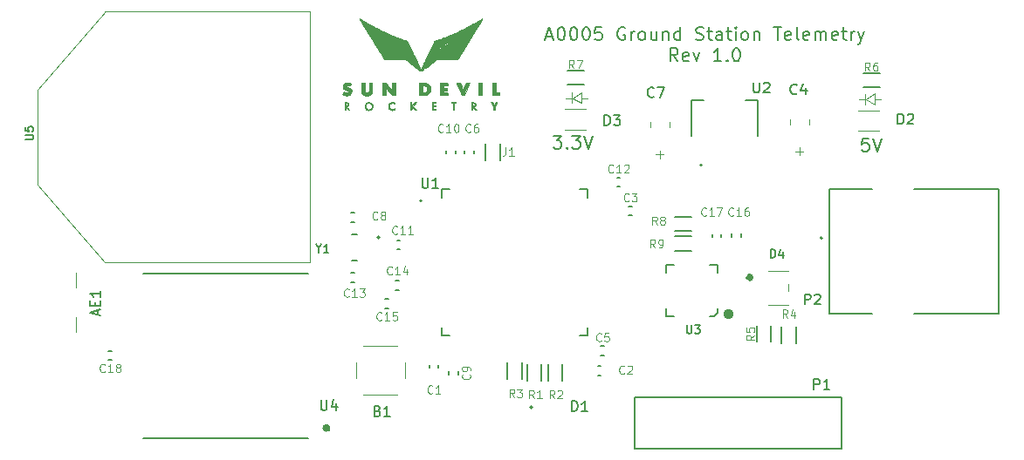
<source format=gbr>
%TF.GenerationSoftware,KiCad,Pcbnew,(6.0.8)*%
%TF.CreationDate,2022-10-11T12:40:35-07:00*%
%TF.ProjectId,Ground-Station-Telemetry,47726f75-6e64-42d5-9374-6174696f6e2d,rev?*%
%TF.SameCoordinates,Original*%
%TF.FileFunction,Legend,Top*%
%TF.FilePolarity,Positive*%
%FSLAX46Y46*%
G04 Gerber Fmt 4.6, Leading zero omitted, Abs format (unit mm)*
G04 Created by KiCad (PCBNEW (6.0.8)) date 2022-10-11 12:40:35*
%MOMM*%
%LPD*%
G01*
G04 APERTURE LIST*
%ADD10C,0.150000*%
%ADD11C,0.076200*%
%ADD12C,0.177800*%
%ADD13C,0.127000*%
%ADD14C,0.120000*%
%ADD15C,0.200000*%
%ADD16C,0.010000*%
%ADD17C,0.508000*%
%ADD18C,0.381000*%
G04 APERTURE END LIST*
D10*
X214896095Y-84775523D02*
X214291333Y-84775523D01*
X214230857Y-85380285D01*
X214291333Y-85319809D01*
X214412285Y-85259333D01*
X214714666Y-85259333D01*
X214835619Y-85319809D01*
X214896095Y-85380285D01*
X214956571Y-85501238D01*
X214956571Y-85803619D01*
X214896095Y-85924571D01*
X214835619Y-85985047D01*
X214714666Y-86045523D01*
X214412285Y-86045523D01*
X214291333Y-85985047D01*
X214230857Y-85924571D01*
X215319428Y-84775523D02*
X215742761Y-86045523D01*
X216166095Y-84775523D01*
X184307238Y-84521523D02*
X185093428Y-84521523D01*
X184670095Y-85005333D01*
X184851523Y-85005333D01*
X184972476Y-85065809D01*
X185032952Y-85126285D01*
X185093428Y-85247238D01*
X185093428Y-85549619D01*
X185032952Y-85670571D01*
X184972476Y-85731047D01*
X184851523Y-85791523D01*
X184488666Y-85791523D01*
X184367714Y-85731047D01*
X184307238Y-85670571D01*
X185637714Y-85670571D02*
X185698190Y-85731047D01*
X185637714Y-85791523D01*
X185577238Y-85731047D01*
X185637714Y-85670571D01*
X185637714Y-85791523D01*
X186121523Y-84521523D02*
X186907714Y-84521523D01*
X186484380Y-85005333D01*
X186665809Y-85005333D01*
X186786761Y-85065809D01*
X186847238Y-85126285D01*
X186907714Y-85247238D01*
X186907714Y-85549619D01*
X186847238Y-85670571D01*
X186786761Y-85731047D01*
X186665809Y-85791523D01*
X186302952Y-85791523D01*
X186182000Y-85731047D01*
X186121523Y-85670571D01*
X187270571Y-84521523D02*
X187693904Y-85791523D01*
X188117238Y-84521523D01*
X183617809Y-74881316D02*
X184222571Y-74881316D01*
X183496857Y-75244173D02*
X183920190Y-73974173D01*
X184343523Y-75244173D01*
X185008761Y-73974173D02*
X185129714Y-73974173D01*
X185250666Y-74034650D01*
X185311142Y-74095126D01*
X185371619Y-74216078D01*
X185432095Y-74457983D01*
X185432095Y-74760364D01*
X185371619Y-75002269D01*
X185311142Y-75123221D01*
X185250666Y-75183697D01*
X185129714Y-75244173D01*
X185008761Y-75244173D01*
X184887809Y-75183697D01*
X184827333Y-75123221D01*
X184766857Y-75002269D01*
X184706380Y-74760364D01*
X184706380Y-74457983D01*
X184766857Y-74216078D01*
X184827333Y-74095126D01*
X184887809Y-74034650D01*
X185008761Y-73974173D01*
X186218285Y-73974173D02*
X186339238Y-73974173D01*
X186460190Y-74034650D01*
X186520666Y-74095126D01*
X186581142Y-74216078D01*
X186641619Y-74457983D01*
X186641619Y-74760364D01*
X186581142Y-75002269D01*
X186520666Y-75123221D01*
X186460190Y-75183697D01*
X186339238Y-75244173D01*
X186218285Y-75244173D01*
X186097333Y-75183697D01*
X186036857Y-75123221D01*
X185976380Y-75002269D01*
X185915904Y-74760364D01*
X185915904Y-74457983D01*
X185976380Y-74216078D01*
X186036857Y-74095126D01*
X186097333Y-74034650D01*
X186218285Y-73974173D01*
X187427809Y-73974173D02*
X187548761Y-73974173D01*
X187669714Y-74034650D01*
X187730190Y-74095126D01*
X187790666Y-74216078D01*
X187851142Y-74457983D01*
X187851142Y-74760364D01*
X187790666Y-75002269D01*
X187730190Y-75123221D01*
X187669714Y-75183697D01*
X187548761Y-75244173D01*
X187427809Y-75244173D01*
X187306857Y-75183697D01*
X187246380Y-75123221D01*
X187185904Y-75002269D01*
X187125428Y-74760364D01*
X187125428Y-74457983D01*
X187185904Y-74216078D01*
X187246380Y-74095126D01*
X187306857Y-74034650D01*
X187427809Y-73974173D01*
X189000190Y-73974173D02*
X188395428Y-73974173D01*
X188334952Y-74578935D01*
X188395428Y-74518459D01*
X188516380Y-74457983D01*
X188818761Y-74457983D01*
X188939714Y-74518459D01*
X189000190Y-74578935D01*
X189060666Y-74699888D01*
X189060666Y-75002269D01*
X189000190Y-75123221D01*
X188939714Y-75183697D01*
X188818761Y-75244173D01*
X188516380Y-75244173D01*
X188395428Y-75183697D01*
X188334952Y-75123221D01*
X191237809Y-74034650D02*
X191116857Y-73974173D01*
X190935428Y-73974173D01*
X190754000Y-74034650D01*
X190633047Y-74155602D01*
X190572571Y-74276554D01*
X190512095Y-74518459D01*
X190512095Y-74699888D01*
X190572571Y-74941792D01*
X190633047Y-75062745D01*
X190754000Y-75183697D01*
X190935428Y-75244173D01*
X191056380Y-75244173D01*
X191237809Y-75183697D01*
X191298285Y-75123221D01*
X191298285Y-74699888D01*
X191056380Y-74699888D01*
X191842571Y-75244173D02*
X191842571Y-74397507D01*
X191842571Y-74639411D02*
X191903047Y-74518459D01*
X191963523Y-74457983D01*
X192084476Y-74397507D01*
X192205428Y-74397507D01*
X192810190Y-75244173D02*
X192689238Y-75183697D01*
X192628761Y-75123221D01*
X192568285Y-75002269D01*
X192568285Y-74639411D01*
X192628761Y-74518459D01*
X192689238Y-74457983D01*
X192810190Y-74397507D01*
X192991619Y-74397507D01*
X193112571Y-74457983D01*
X193173047Y-74518459D01*
X193233523Y-74639411D01*
X193233523Y-75002269D01*
X193173047Y-75123221D01*
X193112571Y-75183697D01*
X192991619Y-75244173D01*
X192810190Y-75244173D01*
X194322095Y-74397507D02*
X194322095Y-75244173D01*
X193777809Y-74397507D02*
X193777809Y-75062745D01*
X193838285Y-75183697D01*
X193959238Y-75244173D01*
X194140666Y-75244173D01*
X194261619Y-75183697D01*
X194322095Y-75123221D01*
X194926857Y-74397507D02*
X194926857Y-75244173D01*
X194926857Y-74518459D02*
X194987333Y-74457983D01*
X195108285Y-74397507D01*
X195289714Y-74397507D01*
X195410666Y-74457983D01*
X195471142Y-74578935D01*
X195471142Y-75244173D01*
X196620190Y-75244173D02*
X196620190Y-73974173D01*
X196620190Y-75183697D02*
X196499238Y-75244173D01*
X196257333Y-75244173D01*
X196136380Y-75183697D01*
X196075904Y-75123221D01*
X196015428Y-75002269D01*
X196015428Y-74639411D01*
X196075904Y-74518459D01*
X196136380Y-74457983D01*
X196257333Y-74397507D01*
X196499238Y-74397507D01*
X196620190Y-74457983D01*
X198132095Y-75183697D02*
X198313523Y-75244173D01*
X198615904Y-75244173D01*
X198736857Y-75183697D01*
X198797333Y-75123221D01*
X198857809Y-75002269D01*
X198857809Y-74881316D01*
X198797333Y-74760364D01*
X198736857Y-74699888D01*
X198615904Y-74639411D01*
X198374000Y-74578935D01*
X198253047Y-74518459D01*
X198192571Y-74457983D01*
X198132095Y-74337030D01*
X198132095Y-74216078D01*
X198192571Y-74095126D01*
X198253047Y-74034650D01*
X198374000Y-73974173D01*
X198676380Y-73974173D01*
X198857809Y-74034650D01*
X199220666Y-74397507D02*
X199704476Y-74397507D01*
X199402095Y-73974173D02*
X199402095Y-75062745D01*
X199462571Y-75183697D01*
X199583523Y-75244173D01*
X199704476Y-75244173D01*
X200672095Y-75244173D02*
X200672095Y-74578935D01*
X200611619Y-74457983D01*
X200490666Y-74397507D01*
X200248761Y-74397507D01*
X200127809Y-74457983D01*
X200672095Y-75183697D02*
X200551142Y-75244173D01*
X200248761Y-75244173D01*
X200127809Y-75183697D01*
X200067333Y-75062745D01*
X200067333Y-74941792D01*
X200127809Y-74820840D01*
X200248761Y-74760364D01*
X200551142Y-74760364D01*
X200672095Y-74699888D01*
X201095428Y-74397507D02*
X201579238Y-74397507D01*
X201276857Y-73974173D02*
X201276857Y-75062745D01*
X201337333Y-75183697D01*
X201458285Y-75244173D01*
X201579238Y-75244173D01*
X202002571Y-75244173D02*
X202002571Y-74397507D01*
X202002571Y-73974173D02*
X201942095Y-74034650D01*
X202002571Y-74095126D01*
X202063047Y-74034650D01*
X202002571Y-73974173D01*
X202002571Y-74095126D01*
X202788761Y-75244173D02*
X202667809Y-75183697D01*
X202607333Y-75123221D01*
X202546857Y-75002269D01*
X202546857Y-74639411D01*
X202607333Y-74518459D01*
X202667809Y-74457983D01*
X202788761Y-74397507D01*
X202970190Y-74397507D01*
X203091142Y-74457983D01*
X203151619Y-74518459D01*
X203212095Y-74639411D01*
X203212095Y-75002269D01*
X203151619Y-75123221D01*
X203091142Y-75183697D01*
X202970190Y-75244173D01*
X202788761Y-75244173D01*
X203756380Y-74397507D02*
X203756380Y-75244173D01*
X203756380Y-74518459D02*
X203816857Y-74457983D01*
X203937809Y-74397507D01*
X204119238Y-74397507D01*
X204240190Y-74457983D01*
X204300666Y-74578935D01*
X204300666Y-75244173D01*
X205691619Y-73974173D02*
X206417333Y-73974173D01*
X206054476Y-75244173D02*
X206054476Y-73974173D01*
X207324476Y-75183697D02*
X207203523Y-75244173D01*
X206961619Y-75244173D01*
X206840666Y-75183697D01*
X206780190Y-75062745D01*
X206780190Y-74578935D01*
X206840666Y-74457983D01*
X206961619Y-74397507D01*
X207203523Y-74397507D01*
X207324476Y-74457983D01*
X207384952Y-74578935D01*
X207384952Y-74699888D01*
X206780190Y-74820840D01*
X208110666Y-75244173D02*
X207989714Y-75183697D01*
X207929238Y-75062745D01*
X207929238Y-73974173D01*
X209078285Y-75183697D02*
X208957333Y-75244173D01*
X208715428Y-75244173D01*
X208594476Y-75183697D01*
X208534000Y-75062745D01*
X208534000Y-74578935D01*
X208594476Y-74457983D01*
X208715428Y-74397507D01*
X208957333Y-74397507D01*
X209078285Y-74457983D01*
X209138761Y-74578935D01*
X209138761Y-74699888D01*
X208534000Y-74820840D01*
X209683047Y-75244173D02*
X209683047Y-74397507D01*
X209683047Y-74518459D02*
X209743523Y-74457983D01*
X209864476Y-74397507D01*
X210045904Y-74397507D01*
X210166857Y-74457983D01*
X210227333Y-74578935D01*
X210227333Y-75244173D01*
X210227333Y-74578935D02*
X210287809Y-74457983D01*
X210408761Y-74397507D01*
X210590190Y-74397507D01*
X210711142Y-74457983D01*
X210771619Y-74578935D01*
X210771619Y-75244173D01*
X211860190Y-75183697D02*
X211739238Y-75244173D01*
X211497333Y-75244173D01*
X211376380Y-75183697D01*
X211315904Y-75062745D01*
X211315904Y-74578935D01*
X211376380Y-74457983D01*
X211497333Y-74397507D01*
X211739238Y-74397507D01*
X211860190Y-74457983D01*
X211920666Y-74578935D01*
X211920666Y-74699888D01*
X211315904Y-74820840D01*
X212283523Y-74397507D02*
X212767333Y-74397507D01*
X212464952Y-73974173D02*
X212464952Y-75062745D01*
X212525428Y-75183697D01*
X212646380Y-75244173D01*
X212767333Y-75244173D01*
X213190666Y-75244173D02*
X213190666Y-74397507D01*
X213190666Y-74639411D02*
X213251142Y-74518459D01*
X213311619Y-74457983D01*
X213432571Y-74397507D01*
X213553523Y-74397507D01*
X213855904Y-74397507D02*
X214158285Y-75244173D01*
X214460666Y-74397507D02*
X214158285Y-75244173D01*
X214037333Y-75546554D01*
X213976857Y-75607030D01*
X213855904Y-75667507D01*
X196378285Y-77288873D02*
X195954952Y-76684111D01*
X195652571Y-77288873D02*
X195652571Y-76018873D01*
X196136380Y-76018873D01*
X196257333Y-76079350D01*
X196317809Y-76139826D01*
X196378285Y-76260778D01*
X196378285Y-76442207D01*
X196317809Y-76563159D01*
X196257333Y-76623635D01*
X196136380Y-76684111D01*
X195652571Y-76684111D01*
X197406380Y-77228397D02*
X197285428Y-77288873D01*
X197043523Y-77288873D01*
X196922571Y-77228397D01*
X196862095Y-77107445D01*
X196862095Y-76623635D01*
X196922571Y-76502683D01*
X197043523Y-76442207D01*
X197285428Y-76442207D01*
X197406380Y-76502683D01*
X197466857Y-76623635D01*
X197466857Y-76744588D01*
X196862095Y-76865540D01*
X197890190Y-76442207D02*
X198192571Y-77288873D01*
X198494952Y-76442207D01*
X200611619Y-77288873D02*
X199885904Y-77288873D01*
X200248761Y-77288873D02*
X200248761Y-76018873D01*
X200127809Y-76200302D01*
X200006857Y-76321254D01*
X199885904Y-76381730D01*
X201155904Y-77167921D02*
X201216380Y-77228397D01*
X201155904Y-77288873D01*
X201095428Y-77228397D01*
X201155904Y-77167921D01*
X201155904Y-77288873D01*
X202002571Y-76018873D02*
X202123523Y-76018873D01*
X202244476Y-76079350D01*
X202304952Y-76139826D01*
X202365428Y-76260778D01*
X202425904Y-76502683D01*
X202425904Y-76805064D01*
X202365428Y-77046969D01*
X202304952Y-77167921D01*
X202244476Y-77228397D01*
X202123523Y-77288873D01*
X202002571Y-77288873D01*
X201881619Y-77228397D01*
X201821142Y-77167921D01*
X201760666Y-77046969D01*
X201700190Y-76805064D01*
X201700190Y-76502683D01*
X201760666Y-76260778D01*
X201821142Y-76139826D01*
X201881619Y-76079350D01*
X202002571Y-76018873D01*
D11*
%TO.C,R6*%
X215004666Y-78212904D02*
X214738000Y-77831952D01*
X214547523Y-78212904D02*
X214547523Y-77412904D01*
X214852285Y-77412904D01*
X214928476Y-77451000D01*
X214966571Y-77489095D01*
X215004666Y-77565285D01*
X215004666Y-77679571D01*
X214966571Y-77755761D01*
X214928476Y-77793857D01*
X214852285Y-77831952D01*
X214547523Y-77831952D01*
X215690380Y-77412904D02*
X215538000Y-77412904D01*
X215461809Y-77451000D01*
X215423714Y-77489095D01*
X215347523Y-77603380D01*
X215309428Y-77755761D01*
X215309428Y-78060523D01*
X215347523Y-78136714D01*
X215385619Y-78174809D01*
X215461809Y-78212904D01*
X215614190Y-78212904D01*
X215690380Y-78174809D01*
X215728476Y-78136714D01*
X215766571Y-78060523D01*
X215766571Y-77870047D01*
X215728476Y-77793857D01*
X215690380Y-77755761D01*
X215614190Y-77717666D01*
X215461809Y-77717666D01*
X215385619Y-77755761D01*
X215347523Y-77793857D01*
X215309428Y-77870047D01*
D10*
%TO.C,D2*%
X217701904Y-83383380D02*
X217701904Y-82383380D01*
X217940000Y-82383380D01*
X218082857Y-82431000D01*
X218178095Y-82526238D01*
X218225714Y-82621476D01*
X218273333Y-82811952D01*
X218273333Y-82954809D01*
X218225714Y-83145285D01*
X218178095Y-83240523D01*
X218082857Y-83335761D01*
X217940000Y-83383380D01*
X217701904Y-83383380D01*
X218654285Y-82478619D02*
X218701904Y-82431000D01*
X218797142Y-82383380D01*
X219035238Y-82383380D01*
X219130476Y-82431000D01*
X219178095Y-82478619D01*
X219225714Y-82573857D01*
X219225714Y-82669095D01*
X219178095Y-82811952D01*
X218606666Y-83383380D01*
X219225714Y-83383380D01*
%TO.C,AE1*%
X140095266Y-101928466D02*
X140095266Y-101452276D01*
X140380980Y-102023704D02*
X139380980Y-101690371D01*
X140380980Y-101357038D01*
X139857171Y-101023704D02*
X139857171Y-100690371D01*
X140380980Y-100547514D02*
X140380980Y-101023704D01*
X139380980Y-101023704D01*
X139380980Y-100547514D01*
X140380980Y-99595133D02*
X140380980Y-100166561D01*
X140380980Y-99880847D02*
X139380980Y-99880847D01*
X139523838Y-99976085D01*
X139619076Y-100071323D01*
X139666695Y-100166561D01*
%TO.C,Y1*%
X161544047Y-95484952D02*
X161544047Y-95865904D01*
X161277380Y-95065904D02*
X161544047Y-95484952D01*
X161810714Y-95065904D01*
X162496428Y-95865904D02*
X162039285Y-95865904D01*
X162267857Y-95865904D02*
X162267857Y-95065904D01*
X162191666Y-95180190D01*
X162115476Y-95256380D01*
X162039285Y-95294476D01*
%TO.C,U5*%
X133075303Y-84883925D02*
X133712724Y-84883925D01*
X133787715Y-84846430D01*
X133825210Y-84808934D01*
X133862705Y-84733944D01*
X133862705Y-84583962D01*
X133825210Y-84508972D01*
X133787715Y-84471476D01*
X133712724Y-84433981D01*
X133075303Y-84433981D01*
X133075303Y-83684074D02*
X133075303Y-84059028D01*
X133450257Y-84096523D01*
X133412761Y-84059028D01*
X133375266Y-83984037D01*
X133375266Y-83796560D01*
X133412761Y-83721570D01*
X133450257Y-83684074D01*
X133525247Y-83646579D01*
X133712724Y-83646579D01*
X133787715Y-83684074D01*
X133825210Y-83721570D01*
X133862705Y-83796560D01*
X133862705Y-83984037D01*
X133825210Y-84059028D01*
X133787715Y-84096523D01*
%TO.C,U4*%
X161767911Y-110195333D02*
X161767911Y-111006405D01*
X161815621Y-111101826D01*
X161863332Y-111149536D01*
X161958752Y-111197246D01*
X162149592Y-111197246D01*
X162245013Y-111149536D01*
X162292723Y-111101826D01*
X162340433Y-111006405D01*
X162340433Y-110195333D01*
X163246926Y-110529304D02*
X163246926Y-111197246D01*
X163008375Y-110147623D02*
X162769824Y-110863275D01*
X163390056Y-110863275D01*
%TO.C,U3*%
X197244723Y-102932895D02*
X197244723Y-103590876D01*
X197283428Y-103668285D01*
X197322133Y-103706990D01*
X197399542Y-103745695D01*
X197554361Y-103745695D01*
X197631771Y-103706990D01*
X197670476Y-103668285D01*
X197709180Y-103590876D01*
X197709180Y-102932895D01*
X198018819Y-102932895D02*
X198521980Y-102932895D01*
X198251047Y-103242533D01*
X198367161Y-103242533D01*
X198444571Y-103281238D01*
X198483276Y-103319942D01*
X198521980Y-103397352D01*
X198521980Y-103590876D01*
X198483276Y-103668285D01*
X198444571Y-103706990D01*
X198367161Y-103745695D01*
X198134933Y-103745695D01*
X198057523Y-103706990D01*
X198018819Y-103668285D01*
%TO.C,U2*%
X203708095Y-79335380D02*
X203708095Y-80144904D01*
X203755714Y-80240142D01*
X203803333Y-80287761D01*
X203898571Y-80335380D01*
X204089047Y-80335380D01*
X204184285Y-80287761D01*
X204231904Y-80240142D01*
X204279523Y-80144904D01*
X204279523Y-79335380D01*
X204708095Y-79430619D02*
X204755714Y-79383000D01*
X204850952Y-79335380D01*
X205089047Y-79335380D01*
X205184285Y-79383000D01*
X205231904Y-79430619D01*
X205279523Y-79525857D01*
X205279523Y-79621095D01*
X205231904Y-79763952D01*
X204660476Y-80335380D01*
X205279523Y-80335380D01*
%TO.C,U1*%
X171577071Y-88606363D02*
X171577071Y-89415912D01*
X171624692Y-89511153D01*
X171672312Y-89558774D01*
X171767553Y-89606394D01*
X171958035Y-89606394D01*
X172053276Y-89558774D01*
X172100897Y-89511153D01*
X172148517Y-89415912D01*
X172148517Y-88606363D01*
X173148548Y-89606394D02*
X172577102Y-89606394D01*
X172862825Y-89606394D02*
X172862825Y-88606363D01*
X172767584Y-88749225D01*
X172672343Y-88844466D01*
X172577102Y-88892087D01*
D11*
%TO.C,R9*%
X194176666Y-95408704D02*
X193910000Y-95027752D01*
X193719523Y-95408704D02*
X193719523Y-94608704D01*
X194024285Y-94608704D01*
X194100476Y-94646800D01*
X194138571Y-94684895D01*
X194176666Y-94761085D01*
X194176666Y-94875371D01*
X194138571Y-94951561D01*
X194100476Y-94989657D01*
X194024285Y-95027752D01*
X193719523Y-95027752D01*
X194557619Y-95408704D02*
X194710000Y-95408704D01*
X194786190Y-95370609D01*
X194824285Y-95332514D01*
X194900476Y-95218228D01*
X194938571Y-95065847D01*
X194938571Y-94761085D01*
X194900476Y-94684895D01*
X194862380Y-94646800D01*
X194786190Y-94608704D01*
X194633809Y-94608704D01*
X194557619Y-94646800D01*
X194519523Y-94684895D01*
X194481428Y-94761085D01*
X194481428Y-94951561D01*
X194519523Y-95027752D01*
X194557619Y-95065847D01*
X194633809Y-95103942D01*
X194786190Y-95103942D01*
X194862380Y-95065847D01*
X194900476Y-95027752D01*
X194938571Y-94951561D01*
%TO.C,R8*%
X194379866Y-93173504D02*
X194113200Y-92792552D01*
X193922723Y-93173504D02*
X193922723Y-92373504D01*
X194227485Y-92373504D01*
X194303676Y-92411600D01*
X194341771Y-92449695D01*
X194379866Y-92525885D01*
X194379866Y-92640171D01*
X194341771Y-92716361D01*
X194303676Y-92754457D01*
X194227485Y-92792552D01*
X193922723Y-92792552D01*
X194837009Y-92716361D02*
X194760819Y-92678266D01*
X194722723Y-92640171D01*
X194684628Y-92563980D01*
X194684628Y-92525885D01*
X194722723Y-92449695D01*
X194760819Y-92411600D01*
X194837009Y-92373504D01*
X194989390Y-92373504D01*
X195065580Y-92411600D01*
X195103676Y-92449695D01*
X195141771Y-92525885D01*
X195141771Y-92563980D01*
X195103676Y-92640171D01*
X195065580Y-92678266D01*
X194989390Y-92716361D01*
X194837009Y-92716361D01*
X194760819Y-92754457D01*
X194722723Y-92792552D01*
X194684628Y-92868742D01*
X194684628Y-93021123D01*
X194722723Y-93097314D01*
X194760819Y-93135409D01*
X194837009Y-93173504D01*
X194989390Y-93173504D01*
X195065580Y-93135409D01*
X195103676Y-93097314D01*
X195141771Y-93021123D01*
X195141771Y-92868742D01*
X195103676Y-92792552D01*
X195065580Y-92754457D01*
X194989390Y-92716361D01*
%TO.C,R7*%
X186302666Y-77958904D02*
X186036000Y-77577952D01*
X185845523Y-77958904D02*
X185845523Y-77158904D01*
X186150285Y-77158904D01*
X186226476Y-77197000D01*
X186264571Y-77235095D01*
X186302666Y-77311285D01*
X186302666Y-77425571D01*
X186264571Y-77501761D01*
X186226476Y-77539857D01*
X186150285Y-77577952D01*
X185845523Y-77577952D01*
X186569333Y-77158904D02*
X187102666Y-77158904D01*
X186759809Y-77958904D01*
%TO.C,R5*%
X203815904Y-103892333D02*
X203434952Y-104159000D01*
X203815904Y-104349476D02*
X203015904Y-104349476D01*
X203015904Y-104044714D01*
X203054000Y-103968523D01*
X203092095Y-103930428D01*
X203168285Y-103892333D01*
X203282571Y-103892333D01*
X203358761Y-103930428D01*
X203396857Y-103968523D01*
X203434952Y-104044714D01*
X203434952Y-104349476D01*
X203015904Y-103168523D02*
X203015904Y-103549476D01*
X203396857Y-103587571D01*
X203358761Y-103549476D01*
X203320666Y-103473285D01*
X203320666Y-103282809D01*
X203358761Y-103206619D01*
X203396857Y-103168523D01*
X203473047Y-103130428D01*
X203663523Y-103130428D01*
X203739714Y-103168523D01*
X203777809Y-103206619D01*
X203815904Y-103282809D01*
X203815904Y-103473285D01*
X203777809Y-103549476D01*
X203739714Y-103587571D01*
%TO.C,R4*%
X207003666Y-102215904D02*
X206737000Y-101834952D01*
X206546523Y-102215904D02*
X206546523Y-101415904D01*
X206851285Y-101415904D01*
X206927476Y-101454000D01*
X206965571Y-101492095D01*
X207003666Y-101568285D01*
X207003666Y-101682571D01*
X206965571Y-101758761D01*
X206927476Y-101796857D01*
X206851285Y-101834952D01*
X206546523Y-101834952D01*
X207689380Y-101682571D02*
X207689380Y-102215904D01*
X207498904Y-101377809D02*
X207308428Y-101949238D01*
X207803666Y-101949238D01*
%TO.C,R3*%
X180511466Y-109937504D02*
X180244800Y-109556552D01*
X180054323Y-109937504D02*
X180054323Y-109137504D01*
X180359085Y-109137504D01*
X180435276Y-109175600D01*
X180473371Y-109213695D01*
X180511466Y-109289885D01*
X180511466Y-109404171D01*
X180473371Y-109480361D01*
X180435276Y-109518457D01*
X180359085Y-109556552D01*
X180054323Y-109556552D01*
X180778133Y-109137504D02*
X181273371Y-109137504D01*
X181006704Y-109442266D01*
X181120990Y-109442266D01*
X181197180Y-109480361D01*
X181235276Y-109518457D01*
X181273371Y-109594647D01*
X181273371Y-109785123D01*
X181235276Y-109861314D01*
X181197180Y-109899409D01*
X181120990Y-109937504D01*
X180892419Y-109937504D01*
X180816228Y-109899409D01*
X180778133Y-109861314D01*
%TO.C,R2*%
X184423066Y-110039104D02*
X184156400Y-109658152D01*
X183965923Y-110039104D02*
X183965923Y-109239104D01*
X184270685Y-109239104D01*
X184346876Y-109277200D01*
X184384971Y-109315295D01*
X184423066Y-109391485D01*
X184423066Y-109505771D01*
X184384971Y-109581961D01*
X184346876Y-109620057D01*
X184270685Y-109658152D01*
X183965923Y-109658152D01*
X184727828Y-109315295D02*
X184765923Y-109277200D01*
X184842114Y-109239104D01*
X185032590Y-109239104D01*
X185108780Y-109277200D01*
X185146876Y-109315295D01*
X185184971Y-109391485D01*
X185184971Y-109467676D01*
X185146876Y-109581961D01*
X184689733Y-110039104D01*
X185184971Y-110039104D01*
%TO.C,R1*%
X182441866Y-110039104D02*
X182175200Y-109658152D01*
X181984723Y-110039104D02*
X181984723Y-109239104D01*
X182289485Y-109239104D01*
X182365676Y-109277200D01*
X182403771Y-109315295D01*
X182441866Y-109391485D01*
X182441866Y-109505771D01*
X182403771Y-109581961D01*
X182365676Y-109620057D01*
X182289485Y-109658152D01*
X181984723Y-109658152D01*
X183203771Y-110039104D02*
X182746628Y-110039104D01*
X182975200Y-110039104D02*
X182975200Y-109239104D01*
X182899009Y-109353390D01*
X182822819Y-109429580D01*
X182746628Y-109467676D01*
D10*
%TO.C,P2*%
X208684904Y-100909380D02*
X208684904Y-99909380D01*
X209065857Y-99909380D01*
X209161095Y-99957000D01*
X209208714Y-100004619D01*
X209256333Y-100099857D01*
X209256333Y-100242714D01*
X209208714Y-100337952D01*
X209161095Y-100385571D01*
X209065857Y-100433190D01*
X208684904Y-100433190D01*
X209637285Y-100004619D02*
X209684904Y-99957000D01*
X209780142Y-99909380D01*
X210018238Y-99909380D01*
X210113476Y-99957000D01*
X210161095Y-100004619D01*
X210208714Y-100099857D01*
X210208714Y-100195095D01*
X210161095Y-100337952D01*
X209589666Y-100909380D01*
X210208714Y-100909380D01*
D12*
%TO.C,P1*%
X209580842Y-109160128D02*
X209580842Y-108169528D01*
X209958214Y-108169528D01*
X210052557Y-108216700D01*
X210099728Y-108263871D01*
X210146900Y-108358214D01*
X210146900Y-108499728D01*
X210099728Y-108594071D01*
X210052557Y-108641242D01*
X209958214Y-108688414D01*
X209580842Y-108688414D01*
X211090328Y-109160128D02*
X210524271Y-109160128D01*
X210807300Y-109160128D02*
X210807300Y-108169528D01*
X210712957Y-108311042D01*
X210618614Y-108405385D01*
X210524271Y-108452557D01*
D11*
%TO.C,J1*%
X179692333Y-85667904D02*
X179692333Y-86239333D01*
X179654238Y-86353619D01*
X179578047Y-86429809D01*
X179463761Y-86467904D01*
X179387571Y-86467904D01*
X180492333Y-86467904D02*
X180035190Y-86467904D01*
X180263761Y-86467904D02*
X180263761Y-85667904D01*
X180187571Y-85782190D01*
X180111380Y-85858380D01*
X180035190Y-85896476D01*
D10*
%TO.C,D4*%
X205392076Y-96379695D02*
X205392076Y-95566895D01*
X205585600Y-95566895D01*
X205701714Y-95605600D01*
X205779123Y-95683009D01*
X205817828Y-95760419D01*
X205856533Y-95915238D01*
X205856533Y-96031352D01*
X205817828Y-96186171D01*
X205779123Y-96263580D01*
X205701714Y-96340990D01*
X205585600Y-96379695D01*
X205392076Y-96379695D01*
X206553219Y-95837828D02*
X206553219Y-96379695D01*
X206359695Y-95528190D02*
X206166171Y-96108761D01*
X206669333Y-96108761D01*
%TO.C,D3*%
X189253904Y-83510380D02*
X189253904Y-82510380D01*
X189492000Y-82510380D01*
X189634857Y-82558000D01*
X189730095Y-82653238D01*
X189777714Y-82748476D01*
X189825333Y-82938952D01*
X189825333Y-83081809D01*
X189777714Y-83272285D01*
X189730095Y-83367523D01*
X189634857Y-83462761D01*
X189492000Y-83510380D01*
X189253904Y-83510380D01*
X190158666Y-82510380D02*
X190777714Y-82510380D01*
X190444380Y-82891333D01*
X190587238Y-82891333D01*
X190682476Y-82938952D01*
X190730095Y-82986571D01*
X190777714Y-83081809D01*
X190777714Y-83319904D01*
X190730095Y-83415142D01*
X190682476Y-83462761D01*
X190587238Y-83510380D01*
X190301523Y-83510380D01*
X190206285Y-83462761D01*
X190158666Y-83415142D01*
%TO.C,D1*%
X186096604Y-111297980D02*
X186096604Y-110297980D01*
X186334700Y-110297980D01*
X186477557Y-110345600D01*
X186572795Y-110440838D01*
X186620414Y-110536076D01*
X186668033Y-110726552D01*
X186668033Y-110869409D01*
X186620414Y-111059885D01*
X186572795Y-111155123D01*
X186477557Y-111250361D01*
X186334700Y-111297980D01*
X186096604Y-111297980D01*
X187620414Y-111297980D02*
X187048985Y-111297980D01*
X187334700Y-111297980D02*
X187334700Y-110297980D01*
X187239461Y-110440838D01*
X187144223Y-110536076D01*
X187048985Y-110583695D01*
D11*
%TO.C,C18*%
X140811314Y-107422914D02*
X140773219Y-107461009D01*
X140658933Y-107499104D01*
X140582742Y-107499104D01*
X140468457Y-107461009D01*
X140392266Y-107384819D01*
X140354171Y-107308628D01*
X140316076Y-107156247D01*
X140316076Y-107041961D01*
X140354171Y-106889580D01*
X140392266Y-106813390D01*
X140468457Y-106737200D01*
X140582742Y-106699104D01*
X140658933Y-106699104D01*
X140773219Y-106737200D01*
X140811314Y-106775295D01*
X141573219Y-107499104D02*
X141116076Y-107499104D01*
X141344647Y-107499104D02*
X141344647Y-106699104D01*
X141268457Y-106813390D01*
X141192266Y-106889580D01*
X141116076Y-106927676D01*
X142030361Y-107041961D02*
X141954171Y-107003866D01*
X141916076Y-106965771D01*
X141877980Y-106889580D01*
X141877980Y-106851485D01*
X141916076Y-106775295D01*
X141954171Y-106737200D01*
X142030361Y-106699104D01*
X142182742Y-106699104D01*
X142258933Y-106737200D01*
X142297028Y-106775295D01*
X142335123Y-106851485D01*
X142335123Y-106889580D01*
X142297028Y-106965771D01*
X142258933Y-107003866D01*
X142182742Y-107041961D01*
X142030361Y-107041961D01*
X141954171Y-107080057D01*
X141916076Y-107118152D01*
X141877980Y-107194342D01*
X141877980Y-107346723D01*
X141916076Y-107422914D01*
X141954171Y-107461009D01*
X142030361Y-107499104D01*
X142182742Y-107499104D01*
X142258933Y-107461009D01*
X142297028Y-107422914D01*
X142335123Y-107346723D01*
X142335123Y-107194342D01*
X142297028Y-107118152D01*
X142258933Y-107080057D01*
X142182742Y-107041961D01*
%TO.C,C17*%
X199129714Y-92233714D02*
X199091619Y-92271809D01*
X198977333Y-92309904D01*
X198901142Y-92309904D01*
X198786857Y-92271809D01*
X198710666Y-92195619D01*
X198672571Y-92119428D01*
X198634476Y-91967047D01*
X198634476Y-91852761D01*
X198672571Y-91700380D01*
X198710666Y-91624190D01*
X198786857Y-91548000D01*
X198901142Y-91509904D01*
X198977333Y-91509904D01*
X199091619Y-91548000D01*
X199129714Y-91586095D01*
X199891619Y-92309904D02*
X199434476Y-92309904D01*
X199663047Y-92309904D02*
X199663047Y-91509904D01*
X199586857Y-91624190D01*
X199510666Y-91700380D01*
X199434476Y-91738476D01*
X200158285Y-91509904D02*
X200691619Y-91509904D01*
X200348761Y-92309904D01*
%TO.C,C16*%
X201771314Y-92233714D02*
X201733219Y-92271809D01*
X201618933Y-92309904D01*
X201542742Y-92309904D01*
X201428457Y-92271809D01*
X201352266Y-92195619D01*
X201314171Y-92119428D01*
X201276076Y-91967047D01*
X201276076Y-91852761D01*
X201314171Y-91700380D01*
X201352266Y-91624190D01*
X201428457Y-91548000D01*
X201542742Y-91509904D01*
X201618933Y-91509904D01*
X201733219Y-91548000D01*
X201771314Y-91586095D01*
X202533219Y-92309904D02*
X202076076Y-92309904D01*
X202304647Y-92309904D02*
X202304647Y-91509904D01*
X202228457Y-91624190D01*
X202152266Y-91700380D01*
X202076076Y-91738476D01*
X203218933Y-91509904D02*
X203066552Y-91509904D01*
X202990361Y-91548000D01*
X202952266Y-91586095D01*
X202876076Y-91700380D01*
X202837980Y-91852761D01*
X202837980Y-92157523D01*
X202876076Y-92233714D01*
X202914171Y-92271809D01*
X202990361Y-92309904D01*
X203142742Y-92309904D01*
X203218933Y-92271809D01*
X203257028Y-92233714D01*
X203295123Y-92157523D01*
X203295123Y-91967047D01*
X203257028Y-91890857D01*
X203218933Y-91852761D01*
X203142742Y-91814666D01*
X202990361Y-91814666D01*
X202914171Y-91852761D01*
X202876076Y-91890857D01*
X202837980Y-91967047D01*
%TO.C,C15*%
X167633714Y-102393714D02*
X167595619Y-102431809D01*
X167481333Y-102469904D01*
X167405142Y-102469904D01*
X167290857Y-102431809D01*
X167214666Y-102355619D01*
X167176571Y-102279428D01*
X167138476Y-102127047D01*
X167138476Y-102012761D01*
X167176571Y-101860380D01*
X167214666Y-101784190D01*
X167290857Y-101708000D01*
X167405142Y-101669904D01*
X167481333Y-101669904D01*
X167595619Y-101708000D01*
X167633714Y-101746095D01*
X168395619Y-102469904D02*
X167938476Y-102469904D01*
X168167047Y-102469904D02*
X168167047Y-101669904D01*
X168090857Y-101784190D01*
X168014666Y-101860380D01*
X167938476Y-101898476D01*
X169119428Y-101669904D02*
X168738476Y-101669904D01*
X168700380Y-102050857D01*
X168738476Y-102012761D01*
X168814666Y-101974666D01*
X169005142Y-101974666D01*
X169081333Y-102012761D01*
X169119428Y-102050857D01*
X169157523Y-102127047D01*
X169157523Y-102317523D01*
X169119428Y-102393714D01*
X169081333Y-102431809D01*
X169005142Y-102469904D01*
X168814666Y-102469904D01*
X168738476Y-102431809D01*
X168700380Y-102393714D01*
%TO.C,C14*%
X168649714Y-97948714D02*
X168611619Y-97986809D01*
X168497333Y-98024904D01*
X168421142Y-98024904D01*
X168306857Y-97986809D01*
X168230666Y-97910619D01*
X168192571Y-97834428D01*
X168154476Y-97682047D01*
X168154476Y-97567761D01*
X168192571Y-97415380D01*
X168230666Y-97339190D01*
X168306857Y-97263000D01*
X168421142Y-97224904D01*
X168497333Y-97224904D01*
X168611619Y-97263000D01*
X168649714Y-97301095D01*
X169411619Y-98024904D02*
X168954476Y-98024904D01*
X169183047Y-98024904D02*
X169183047Y-97224904D01*
X169106857Y-97339190D01*
X169030666Y-97415380D01*
X168954476Y-97453476D01*
X170097333Y-97491571D02*
X170097333Y-98024904D01*
X169906857Y-97186809D02*
X169716380Y-97758238D01*
X170211619Y-97758238D01*
%TO.C,C13*%
X164481714Y-100107714D02*
X164443619Y-100145809D01*
X164329333Y-100183904D01*
X164253142Y-100183904D01*
X164138857Y-100145809D01*
X164062666Y-100069619D01*
X164024571Y-99993428D01*
X163986476Y-99841047D01*
X163986476Y-99726761D01*
X164024571Y-99574380D01*
X164062666Y-99498190D01*
X164138857Y-99422000D01*
X164253142Y-99383904D01*
X164329333Y-99383904D01*
X164443619Y-99422000D01*
X164481714Y-99460095D01*
X165243619Y-100183904D02*
X164786476Y-100183904D01*
X165015047Y-100183904D02*
X165015047Y-99383904D01*
X164938857Y-99498190D01*
X164862666Y-99574380D01*
X164786476Y-99612476D01*
X165510285Y-99383904D02*
X166005523Y-99383904D01*
X165738857Y-99688666D01*
X165853142Y-99688666D01*
X165929333Y-99726761D01*
X165967428Y-99764857D01*
X166005523Y-99841047D01*
X166005523Y-100031523D01*
X165967428Y-100107714D01*
X165929333Y-100145809D01*
X165853142Y-100183904D01*
X165624571Y-100183904D01*
X165548380Y-100145809D01*
X165510285Y-100107714D01*
%TO.C,C12*%
X190112714Y-88042714D02*
X190074619Y-88080809D01*
X189960333Y-88118904D01*
X189884142Y-88118904D01*
X189769857Y-88080809D01*
X189693666Y-88004619D01*
X189655571Y-87928428D01*
X189617476Y-87776047D01*
X189617476Y-87661761D01*
X189655571Y-87509380D01*
X189693666Y-87433190D01*
X189769857Y-87357000D01*
X189884142Y-87318904D01*
X189960333Y-87318904D01*
X190074619Y-87357000D01*
X190112714Y-87395095D01*
X190874619Y-88118904D02*
X190417476Y-88118904D01*
X190646047Y-88118904D02*
X190646047Y-87318904D01*
X190569857Y-87433190D01*
X190493666Y-87509380D01*
X190417476Y-87547476D01*
X191179380Y-87395095D02*
X191217476Y-87357000D01*
X191293666Y-87318904D01*
X191484142Y-87318904D01*
X191560333Y-87357000D01*
X191598428Y-87395095D01*
X191636523Y-87471285D01*
X191636523Y-87547476D01*
X191598428Y-87661761D01*
X191141285Y-88118904D01*
X191636523Y-88118904D01*
%TO.C,C11*%
X169157714Y-94011714D02*
X169119619Y-94049809D01*
X169005333Y-94087904D01*
X168929142Y-94087904D01*
X168814857Y-94049809D01*
X168738666Y-93973619D01*
X168700571Y-93897428D01*
X168662476Y-93745047D01*
X168662476Y-93630761D01*
X168700571Y-93478380D01*
X168738666Y-93402190D01*
X168814857Y-93326000D01*
X168929142Y-93287904D01*
X169005333Y-93287904D01*
X169119619Y-93326000D01*
X169157714Y-93364095D01*
X169919619Y-94087904D02*
X169462476Y-94087904D01*
X169691047Y-94087904D02*
X169691047Y-93287904D01*
X169614857Y-93402190D01*
X169538666Y-93478380D01*
X169462476Y-93516476D01*
X170681523Y-94087904D02*
X170224380Y-94087904D01*
X170452952Y-94087904D02*
X170452952Y-93287904D01*
X170376761Y-93402190D01*
X170300571Y-93478380D01*
X170224380Y-93516476D01*
%TO.C,C10*%
X173602714Y-84105714D02*
X173564619Y-84143809D01*
X173450333Y-84181904D01*
X173374142Y-84181904D01*
X173259857Y-84143809D01*
X173183666Y-84067619D01*
X173145571Y-83991428D01*
X173107476Y-83839047D01*
X173107476Y-83724761D01*
X173145571Y-83572380D01*
X173183666Y-83496190D01*
X173259857Y-83420000D01*
X173374142Y-83381904D01*
X173450333Y-83381904D01*
X173564619Y-83420000D01*
X173602714Y-83458095D01*
X174364619Y-84181904D02*
X173907476Y-84181904D01*
X174136047Y-84181904D02*
X174136047Y-83381904D01*
X174059857Y-83496190D01*
X173983666Y-83572380D01*
X173907476Y-83610476D01*
X174859857Y-83381904D02*
X174936047Y-83381904D01*
X175012238Y-83420000D01*
X175050333Y-83458095D01*
X175088428Y-83534285D01*
X175126523Y-83686666D01*
X175126523Y-83877142D01*
X175088428Y-84029523D01*
X175050333Y-84105714D01*
X175012238Y-84143809D01*
X174936047Y-84181904D01*
X174859857Y-84181904D01*
X174783666Y-84143809D01*
X174745571Y-84105714D01*
X174707476Y-84029523D01*
X174669380Y-83877142D01*
X174669380Y-83686666D01*
X174707476Y-83534285D01*
X174745571Y-83458095D01*
X174783666Y-83420000D01*
X174859857Y-83381904D01*
%TO.C,C9*%
X176180714Y-107702333D02*
X176218809Y-107740428D01*
X176256904Y-107854714D01*
X176256904Y-107930904D01*
X176218809Y-108045190D01*
X176142619Y-108121380D01*
X176066428Y-108159476D01*
X175914047Y-108197571D01*
X175799761Y-108197571D01*
X175647380Y-108159476D01*
X175571190Y-108121380D01*
X175495000Y-108045190D01*
X175456904Y-107930904D01*
X175456904Y-107854714D01*
X175495000Y-107740428D01*
X175533095Y-107702333D01*
X176256904Y-107321380D02*
X176256904Y-107169000D01*
X176218809Y-107092809D01*
X176180714Y-107054714D01*
X176066428Y-106978523D01*
X175914047Y-106940428D01*
X175609285Y-106940428D01*
X175533095Y-106978523D01*
X175495000Y-107016619D01*
X175456904Y-107092809D01*
X175456904Y-107245190D01*
X175495000Y-107321380D01*
X175533095Y-107359476D01*
X175609285Y-107397571D01*
X175799761Y-107397571D01*
X175875952Y-107359476D01*
X175914047Y-107321380D01*
X175952142Y-107245190D01*
X175952142Y-107092809D01*
X175914047Y-107016619D01*
X175875952Y-106978523D01*
X175799761Y-106940428D01*
%TO.C,C8*%
X167252666Y-92614714D02*
X167214571Y-92652809D01*
X167100285Y-92690904D01*
X167024095Y-92690904D01*
X166909809Y-92652809D01*
X166833619Y-92576619D01*
X166795523Y-92500428D01*
X166757428Y-92348047D01*
X166757428Y-92233761D01*
X166795523Y-92081380D01*
X166833619Y-92005190D01*
X166909809Y-91929000D01*
X167024095Y-91890904D01*
X167100285Y-91890904D01*
X167214571Y-91929000D01*
X167252666Y-91967095D01*
X167709809Y-92233761D02*
X167633619Y-92195666D01*
X167595523Y-92157571D01*
X167557428Y-92081380D01*
X167557428Y-92043285D01*
X167595523Y-91967095D01*
X167633619Y-91929000D01*
X167709809Y-91890904D01*
X167862190Y-91890904D01*
X167938380Y-91929000D01*
X167976476Y-91967095D01*
X168014571Y-92043285D01*
X168014571Y-92081380D01*
X167976476Y-92157571D01*
X167938380Y-92195666D01*
X167862190Y-92233761D01*
X167709809Y-92233761D01*
X167633619Y-92271857D01*
X167595523Y-92309952D01*
X167557428Y-92386142D01*
X167557428Y-92538523D01*
X167595523Y-92614714D01*
X167633619Y-92652809D01*
X167709809Y-92690904D01*
X167862190Y-92690904D01*
X167938380Y-92652809D01*
X167976476Y-92614714D01*
X168014571Y-92538523D01*
X168014571Y-92386142D01*
X167976476Y-92309952D01*
X167938380Y-92271857D01*
X167862190Y-92233761D01*
%TO.C,C6*%
X176269666Y-84105714D02*
X176231571Y-84143809D01*
X176117285Y-84181904D01*
X176041095Y-84181904D01*
X175926809Y-84143809D01*
X175850619Y-84067619D01*
X175812523Y-83991428D01*
X175774428Y-83839047D01*
X175774428Y-83724761D01*
X175812523Y-83572380D01*
X175850619Y-83496190D01*
X175926809Y-83420000D01*
X176041095Y-83381904D01*
X176117285Y-83381904D01*
X176231571Y-83420000D01*
X176269666Y-83458095D01*
X176955380Y-83381904D02*
X176803000Y-83381904D01*
X176726809Y-83420000D01*
X176688714Y-83458095D01*
X176612523Y-83572380D01*
X176574428Y-83724761D01*
X176574428Y-84029523D01*
X176612523Y-84105714D01*
X176650619Y-84143809D01*
X176726809Y-84181904D01*
X176879190Y-84181904D01*
X176955380Y-84143809D01*
X176993476Y-84105714D01*
X177031571Y-84029523D01*
X177031571Y-83839047D01*
X176993476Y-83762857D01*
X176955380Y-83724761D01*
X176879190Y-83686666D01*
X176726809Y-83686666D01*
X176650619Y-83724761D01*
X176612523Y-83762857D01*
X176574428Y-83839047D01*
%TO.C,C5*%
X188944266Y-104425714D02*
X188906171Y-104463809D01*
X188791885Y-104501904D01*
X188715695Y-104501904D01*
X188601409Y-104463809D01*
X188525219Y-104387619D01*
X188487123Y-104311428D01*
X188449028Y-104159047D01*
X188449028Y-104044761D01*
X188487123Y-103892380D01*
X188525219Y-103816190D01*
X188601409Y-103740000D01*
X188715695Y-103701904D01*
X188791885Y-103701904D01*
X188906171Y-103740000D01*
X188944266Y-103778095D01*
X189668076Y-103701904D02*
X189287123Y-103701904D01*
X189249028Y-104082857D01*
X189287123Y-104044761D01*
X189363314Y-104006666D01*
X189553790Y-104006666D01*
X189629980Y-104044761D01*
X189668076Y-104082857D01*
X189706171Y-104159047D01*
X189706171Y-104349523D01*
X189668076Y-104425714D01*
X189629980Y-104463809D01*
X189553790Y-104501904D01*
X189363314Y-104501904D01*
X189287123Y-104463809D01*
X189249028Y-104425714D01*
D10*
%TO.C,C7*%
X194041733Y-80722742D02*
X193994114Y-80770361D01*
X193851257Y-80817980D01*
X193756019Y-80817980D01*
X193613161Y-80770361D01*
X193517923Y-80675123D01*
X193470304Y-80579885D01*
X193422685Y-80389409D01*
X193422685Y-80246552D01*
X193470304Y-80056076D01*
X193517923Y-79960838D01*
X193613161Y-79865600D01*
X193756019Y-79817980D01*
X193851257Y-79817980D01*
X193994114Y-79865600D01*
X194041733Y-79913219D01*
X194375066Y-79817980D02*
X195041733Y-79817980D01*
X194613161Y-80817980D01*
%TO.C,C4*%
X207910133Y-80417942D02*
X207862514Y-80465561D01*
X207719657Y-80513180D01*
X207624419Y-80513180D01*
X207481561Y-80465561D01*
X207386323Y-80370323D01*
X207338704Y-80275085D01*
X207291085Y-80084609D01*
X207291085Y-79941752D01*
X207338704Y-79751276D01*
X207386323Y-79656038D01*
X207481561Y-79560800D01*
X207624419Y-79513180D01*
X207719657Y-79513180D01*
X207862514Y-79560800D01*
X207910133Y-79608419D01*
X208767276Y-79846514D02*
X208767276Y-80513180D01*
X208529180Y-79465561D02*
X208291085Y-80179847D01*
X208910133Y-80179847D01*
D11*
%TO.C,C3*%
X191636666Y-90836714D02*
X191598571Y-90874809D01*
X191484285Y-90912904D01*
X191408095Y-90912904D01*
X191293809Y-90874809D01*
X191217619Y-90798619D01*
X191179523Y-90722428D01*
X191141428Y-90570047D01*
X191141428Y-90455761D01*
X191179523Y-90303380D01*
X191217619Y-90227190D01*
X191293809Y-90151000D01*
X191408095Y-90112904D01*
X191484285Y-90112904D01*
X191598571Y-90151000D01*
X191636666Y-90189095D01*
X191903333Y-90112904D02*
X192398571Y-90112904D01*
X192131904Y-90417666D01*
X192246190Y-90417666D01*
X192322380Y-90455761D01*
X192360476Y-90493857D01*
X192398571Y-90570047D01*
X192398571Y-90760523D01*
X192360476Y-90836714D01*
X192322380Y-90874809D01*
X192246190Y-90912904D01*
X192017619Y-90912904D01*
X191941428Y-90874809D01*
X191903333Y-90836714D01*
%TO.C,C2*%
X191179466Y-107575314D02*
X191141371Y-107613409D01*
X191027085Y-107651504D01*
X190950895Y-107651504D01*
X190836609Y-107613409D01*
X190760419Y-107537219D01*
X190722323Y-107461028D01*
X190684228Y-107308647D01*
X190684228Y-107194361D01*
X190722323Y-107041980D01*
X190760419Y-106965790D01*
X190836609Y-106889600D01*
X190950895Y-106851504D01*
X191027085Y-106851504D01*
X191141371Y-106889600D01*
X191179466Y-106927695D01*
X191484228Y-106927695D02*
X191522323Y-106889600D01*
X191598514Y-106851504D01*
X191788990Y-106851504D01*
X191865180Y-106889600D01*
X191903276Y-106927695D01*
X191941371Y-107003885D01*
X191941371Y-107080076D01*
X191903276Y-107194361D01*
X191446133Y-107651504D01*
X191941371Y-107651504D01*
%TO.C,C1*%
X172586666Y-109505714D02*
X172548571Y-109543809D01*
X172434285Y-109581904D01*
X172358095Y-109581904D01*
X172243809Y-109543809D01*
X172167619Y-109467619D01*
X172129523Y-109391428D01*
X172091428Y-109239047D01*
X172091428Y-109124761D01*
X172129523Y-108972380D01*
X172167619Y-108896190D01*
X172243809Y-108820000D01*
X172358095Y-108781904D01*
X172434285Y-108781904D01*
X172548571Y-108820000D01*
X172586666Y-108858095D01*
X173348571Y-109581904D02*
X172891428Y-109581904D01*
X173120000Y-109581904D02*
X173120000Y-108781904D01*
X173043809Y-108896190D01*
X172967619Y-108972380D01*
X172891428Y-109010476D01*
D10*
%TO.C,B1*%
X167260638Y-111256771D02*
X167403495Y-111304390D01*
X167451114Y-111352009D01*
X167498733Y-111447247D01*
X167498733Y-111590104D01*
X167451114Y-111685342D01*
X167403495Y-111732961D01*
X167308257Y-111780580D01*
X166927304Y-111780580D01*
X166927304Y-110780580D01*
X167260638Y-110780580D01*
X167355876Y-110828200D01*
X167403495Y-110875819D01*
X167451114Y-110971057D01*
X167451114Y-111066295D01*
X167403495Y-111161533D01*
X167355876Y-111209152D01*
X167260638Y-111256771D01*
X166927304Y-111256771D01*
X168451114Y-111780580D02*
X167879685Y-111780580D01*
X168165400Y-111780580D02*
X168165400Y-110780580D01*
X168070161Y-110923438D01*
X167974923Y-111018676D01*
X167879685Y-111066295D01*
D13*
%TO.C,R6*%
X214338000Y-78431000D02*
X215938000Y-78431000D01*
X214338000Y-79811000D02*
X215938000Y-79811000D01*
D14*
%TO.C,D2*%
X216103200Y-81026000D02*
X215442800Y-81026000D01*
X215442800Y-81026000D02*
X215442800Y-81483200D01*
X215442800Y-81026000D02*
X215442800Y-80416400D01*
X214630000Y-81026000D02*
X213969600Y-81026000D01*
X213883635Y-84035900D02*
X215884365Y-84035900D01*
X215442800Y-80416400D02*
X214630000Y-81026000D01*
X215884365Y-82080100D02*
X213883635Y-82080100D01*
X215442800Y-81483200D02*
X214630000Y-81026000D01*
X214579200Y-80467200D02*
X214579200Y-81483200D01*
%TO.C,AE1*%
X138036300Y-103553260D02*
X138036300Y-102186740D01*
X138036300Y-99235260D02*
X138036300Y-97868740D01*
D13*
%TO.C,Y1*%
X164719500Y-96627000D02*
X165259500Y-96627000D01*
X165259500Y-94127000D02*
X164719500Y-94127000D01*
D15*
X167439500Y-94407000D02*
G75*
G03*
X167439500Y-94407000I-100000J0D01*
G01*
D14*
%TO.C,U5*%
X160718700Y-96814000D02*
X160718700Y-72434000D01*
X140846500Y-72414000D02*
X134316500Y-80034000D01*
X140836500Y-96814000D02*
X160696500Y-96814000D01*
X134316500Y-89294000D02*
X140836500Y-96814000D01*
X160718700Y-72434000D02*
X140836500Y-72444000D01*
X134316500Y-80034000D02*
X134316500Y-89294000D01*
D15*
%TO.C,U4*%
X144527000Y-97918000D02*
X160527000Y-97918000D01*
X160527000Y-113918000D02*
X144527000Y-113918000D01*
X162568547Y-112918000D02*
G75*
G03*
X162568547Y-112918000I-291547J0D01*
G01*
G36*
X162538500Y-113118000D02*
G01*
X162027000Y-113118000D01*
X162027000Y-112725800D01*
X162538500Y-112725800D01*
X162538500Y-113118000D01*
G37*
D16*
X162538500Y-113118000D02*
X162027000Y-113118000D01*
X162027000Y-112725800D01*
X162538500Y-112725800D01*
X162538500Y-113118000D01*
D13*
%TO.C,U3*%
X195237000Y-102068000D02*
X195237000Y-101318000D01*
X199487000Y-102068000D02*
X199883450Y-102068000D01*
X195987000Y-102068000D02*
X195237000Y-102068000D01*
X195987000Y-97068000D02*
X195237000Y-97068000D01*
X200237000Y-101714450D02*
X200237000Y-101318000D01*
X195237000Y-97068000D02*
X195237000Y-97818000D01*
X200237000Y-97818000D02*
X200237000Y-97068000D01*
X200237000Y-97068000D02*
X199487000Y-97068000D01*
X199883450Y-102068000D02*
X200237000Y-101714450D01*
D17*
X201543000Y-101854000D02*
G75*
G03*
X201543000Y-101854000I-250000J0D01*
G01*
D13*
%TO.C,U2*%
X197664000Y-84533000D02*
X197664000Y-81033000D01*
X204164000Y-81033000D02*
X202924000Y-81033000D01*
X197664000Y-81033000D02*
X198904000Y-81033000D01*
X204164000Y-84533000D02*
X204164000Y-81033000D01*
D15*
X198714000Y-87383000D02*
G75*
G03*
X198714000Y-87383000I-100000J0D01*
G01*
D13*
%TO.C,U1*%
X186870000Y-89741000D02*
X187640000Y-89741000D01*
X187640000Y-103171000D02*
X187640000Y-103941000D01*
X173440000Y-90511000D02*
X173440000Y-89741000D01*
X173440000Y-89741000D02*
X174210000Y-89741000D01*
X173440000Y-103941000D02*
X173440000Y-103171000D01*
X187640000Y-103941000D02*
X186870000Y-103941000D01*
X174210000Y-103941000D02*
X173440000Y-103941000D01*
X187640000Y-89741000D02*
X187640000Y-90511000D01*
D15*
X171540000Y-90841000D02*
G75*
G03*
X171540000Y-90841000I-100000J0D01*
G01*
D13*
%TO.C,R9*%
X196050000Y-94306000D02*
X197650000Y-94306000D01*
X196050000Y-95686000D02*
X197650000Y-95686000D01*
%TO.C,R8*%
X196050000Y-92401000D02*
X197650000Y-92401000D01*
X196050000Y-93781000D02*
X197650000Y-93781000D01*
%TO.C,R7*%
X185636000Y-78177000D02*
X187236000Y-78177000D01*
X185636000Y-79557000D02*
X187236000Y-79557000D01*
%TO.C,R5*%
X204034000Y-104559000D02*
X204034000Y-102959000D01*
X205414000Y-104559000D02*
X205414000Y-102959000D01*
%TO.C,R4*%
X206447000Y-104686000D02*
X206447000Y-103086000D01*
X207827000Y-104686000D02*
X207827000Y-103086000D01*
%TO.C,R3*%
X179853200Y-106591200D02*
X179853200Y-108191200D01*
X181233200Y-106591200D02*
X181233200Y-108191200D01*
%TO.C,R2*%
X185144800Y-106743600D02*
X185144800Y-108343600D01*
X183764800Y-106743600D02*
X183764800Y-108343600D01*
%TO.C,R1*%
X183112800Y-106743600D02*
X183112800Y-108343600D01*
X181732800Y-106743600D02*
X181732800Y-108343600D01*
%TO.C,P2*%
X227535500Y-89738000D02*
X219260500Y-89738000D01*
X215250500Y-89738000D02*
X211035500Y-89738000D01*
X227535500Y-101778000D02*
X227535500Y-89738000D01*
X219260500Y-101778000D02*
X227535500Y-101778000D01*
X211035500Y-89738000D02*
X211035500Y-101778000D01*
X211035500Y-101778000D02*
X215250500Y-101778000D01*
D15*
X210385500Y-94468000D02*
G75*
G03*
X210385500Y-94468000I-100000J0D01*
G01*
D13*
%TO.C,P1*%
X212217000Y-109907950D02*
X212217000Y-114907950D01*
X192151000Y-114907950D02*
X192151000Y-109907950D01*
X192151000Y-109907950D02*
X212217000Y-109907950D01*
X212217000Y-114907950D02*
X192151000Y-114907950D01*
%TO.C,LOGO1*%
G36*
X165987953Y-81602431D02*
G01*
X165990062Y-81567047D01*
X165995040Y-81539409D01*
X166004087Y-81513234D01*
X166018400Y-81482238D01*
X166020781Y-81477382D01*
X166069078Y-81401293D01*
X166131406Y-81339005D01*
X166205601Y-81292120D01*
X166289497Y-81262238D01*
X166319744Y-81256252D01*
X166405916Y-81251735D01*
X166486894Y-81264994D01*
X166561180Y-81293947D01*
X166627281Y-81336507D01*
X166683701Y-81390589D01*
X166728944Y-81454108D01*
X166761515Y-81524979D01*
X166779917Y-81601117D01*
X166782657Y-81680437D01*
X166768237Y-81760854D01*
X166736657Y-81837534D01*
X166701741Y-81888161D01*
X166653821Y-81938550D01*
X166599379Y-81982709D01*
X166545384Y-82014418D01*
X166494362Y-82031179D01*
X166432173Y-82041932D01*
X166367281Y-82045916D01*
X166308150Y-82042370D01*
X166284655Y-82037861D01*
X166206581Y-82008196D01*
X166134279Y-81961674D01*
X166071909Y-81901693D01*
X166023633Y-81831654D01*
X166017383Y-81819515D01*
X166003703Y-81789882D01*
X165994967Y-81764175D01*
X165990085Y-81736274D01*
X165987965Y-81700054D01*
X165987638Y-81664763D01*
X166072726Y-81664763D01*
X166085948Y-81739138D01*
X166117505Y-81808879D01*
X166152408Y-81855651D01*
X166213222Y-81909619D01*
X166280887Y-81945105D01*
X166353341Y-81961689D01*
X166428524Y-81958946D01*
X166504374Y-81936455D01*
X166517468Y-81930503D01*
X166576439Y-81892061D01*
X166627786Y-81838767D01*
X166666403Y-81775932D01*
X166666756Y-81775168D01*
X166679332Y-81741088D01*
X166685943Y-81703127D01*
X166687845Y-81653638D01*
X166687819Y-81646925D01*
X166681705Y-81575060D01*
X166662961Y-81515060D01*
X166629314Y-81461306D01*
X166599127Y-81427805D01*
X166549758Y-81385438D01*
X166499119Y-81358321D01*
X166440475Y-81343494D01*
X166397544Y-81339199D01*
X166354026Y-81337637D01*
X166321986Y-81340134D01*
X166292751Y-81348114D01*
X166260384Y-81361752D01*
X166196668Y-81397943D01*
X166148029Y-81443047D01*
X166109671Y-81501732D01*
X166103129Y-81514845D01*
X166078300Y-81588937D01*
X166072726Y-81664763D01*
X165987638Y-81664763D01*
X165987517Y-81651846D01*
X165987953Y-81602431D01*
G37*
D16*
X165987953Y-81602431D02*
X165990062Y-81567047D01*
X165995040Y-81539409D01*
X166004087Y-81513234D01*
X166018400Y-81482238D01*
X166020781Y-81477382D01*
X166069078Y-81401293D01*
X166131406Y-81339005D01*
X166205601Y-81292120D01*
X166289497Y-81262238D01*
X166319744Y-81256252D01*
X166405916Y-81251735D01*
X166486894Y-81264994D01*
X166561180Y-81293947D01*
X166627281Y-81336507D01*
X166683701Y-81390589D01*
X166728944Y-81454108D01*
X166761515Y-81524979D01*
X166779917Y-81601117D01*
X166782657Y-81680437D01*
X166768237Y-81760854D01*
X166736657Y-81837534D01*
X166701741Y-81888161D01*
X166653821Y-81938550D01*
X166599379Y-81982709D01*
X166545384Y-82014418D01*
X166494362Y-82031179D01*
X166432173Y-82041932D01*
X166367281Y-82045916D01*
X166308150Y-82042370D01*
X166284655Y-82037861D01*
X166206581Y-82008196D01*
X166134279Y-81961674D01*
X166071909Y-81901693D01*
X166023633Y-81831654D01*
X166017383Y-81819515D01*
X166003703Y-81789882D01*
X165994967Y-81764175D01*
X165990085Y-81736274D01*
X165987965Y-81700054D01*
X165987638Y-81664763D01*
X166072726Y-81664763D01*
X166085948Y-81739138D01*
X166117505Y-81808879D01*
X166152408Y-81855651D01*
X166213222Y-81909619D01*
X166280887Y-81945105D01*
X166353341Y-81961689D01*
X166428524Y-81958946D01*
X166504374Y-81936455D01*
X166517468Y-81930503D01*
X166576439Y-81892061D01*
X166627786Y-81838767D01*
X166666403Y-81775932D01*
X166666756Y-81775168D01*
X166679332Y-81741088D01*
X166685943Y-81703127D01*
X166687845Y-81653638D01*
X166687819Y-81646925D01*
X166681705Y-81575060D01*
X166662961Y-81515060D01*
X166629314Y-81461306D01*
X166599127Y-81427805D01*
X166549758Y-81385438D01*
X166499119Y-81358321D01*
X166440475Y-81343494D01*
X166397544Y-81339199D01*
X166354026Y-81337637D01*
X166321986Y-81340134D01*
X166292751Y-81348114D01*
X166260384Y-81361752D01*
X166196668Y-81397943D01*
X166148029Y-81443047D01*
X166109671Y-81501732D01*
X166103129Y-81514845D01*
X166078300Y-81588937D01*
X166072726Y-81664763D01*
X165987638Y-81664763D01*
X165987517Y-81651846D01*
X165987953Y-81602431D01*
G36*
X165502472Y-73152861D02*
G01*
X165526637Y-73165564D01*
X165559112Y-73183752D01*
X165569940Y-73190002D01*
X165608786Y-73212556D01*
X165645212Y-73233675D01*
X165672194Y-73249287D01*
X165675096Y-73250962D01*
X165708380Y-73270168D01*
X165741136Y-73289087D01*
X165760554Y-73300241D01*
X165794076Y-73319426D01*
X165838150Y-73344613D01*
X165889226Y-73373772D01*
X165936717Y-73400862D01*
X165989420Y-73430983D01*
X166036694Y-73458130D01*
X166075427Y-73480506D01*
X166102506Y-73496314D01*
X166114517Y-73503554D01*
X166133370Y-73514733D01*
X166160180Y-73529391D01*
X166165317Y-73532089D01*
X166187742Y-73544170D01*
X166223121Y-73563681D01*
X166266744Y-73588008D01*
X166313901Y-73614536D01*
X166317717Y-73616693D01*
X166364940Y-73643227D01*
X166409012Y-73667688D01*
X166445228Y-73687483D01*
X166468882Y-73700020D01*
X166470117Y-73700645D01*
X166499153Y-73715697D01*
X166523571Y-73729078D01*
X166525997Y-73730488D01*
X166542269Y-73739595D01*
X166572456Y-73756074D01*
X166612538Y-73777745D01*
X166658495Y-73802427D01*
X166668237Y-73807639D01*
X166717290Y-73833917D01*
X166763625Y-73858826D01*
X166802371Y-73879742D01*
X166828659Y-73894041D01*
X166830797Y-73895216D01*
X166871967Y-73917380D01*
X166928777Y-73947209D01*
X166998635Y-73983395D01*
X167078948Y-74024632D01*
X167167127Y-74069610D01*
X167260578Y-74117023D01*
X167356709Y-74165561D01*
X167452930Y-74213919D01*
X167546649Y-74260787D01*
X167635273Y-74304857D01*
X167716211Y-74344823D01*
X167786871Y-74379376D01*
X167844661Y-74407207D01*
X167856957Y-74413039D01*
X167946916Y-74455223D01*
X168050608Y-74503321D01*
X168163157Y-74555087D01*
X168279686Y-74608278D01*
X168375117Y-74651531D01*
X168499221Y-74706611D01*
X168634438Y-74764898D01*
X168774930Y-74823968D01*
X168914859Y-74881398D01*
X169048389Y-74934762D01*
X169169682Y-74981637D01*
X169172677Y-74982769D01*
X169225200Y-75002702D01*
X169272211Y-75020721D01*
X169309852Y-75035333D01*
X169334263Y-75045046D01*
X169340317Y-75047606D01*
X169369989Y-75059669D01*
X169415883Y-75076614D01*
X169474786Y-75097387D01*
X169543487Y-75120936D01*
X169618771Y-75146209D01*
X169697427Y-75172152D01*
X169776243Y-75197713D01*
X169852005Y-75221840D01*
X169921502Y-75243480D01*
X169981521Y-75261580D01*
X170028849Y-75275087D01*
X170054988Y-75281781D01*
X170109260Y-75294318D01*
X170195676Y-75473421D01*
X170228598Y-75541527D01*
X170267173Y-75621129D01*
X170308124Y-75705472D01*
X170348169Y-75787800D01*
X170381280Y-75855725D01*
X170413687Y-75922212D01*
X170446323Y-75989343D01*
X170477000Y-76052602D01*
X170503529Y-76107476D01*
X170523721Y-76149448D01*
X170526590Y-76155445D01*
X170547208Y-76198589D01*
X170573845Y-76254324D01*
X170603755Y-76316907D01*
X170634193Y-76380594D01*
X170650410Y-76414525D01*
X170680858Y-76477869D01*
X170717157Y-76552819D01*
X170756102Y-76632788D01*
X170794485Y-76711192D01*
X170824152Y-76771432D01*
X170852603Y-76829516D01*
X170877707Y-76881750D01*
X170898139Y-76925293D01*
X170912572Y-76957307D01*
X170919683Y-76974953D01*
X170920197Y-76977172D01*
X170927229Y-76988009D01*
X170930357Y-76988565D01*
X170939814Y-76996578D01*
X170940517Y-77001175D01*
X170944747Y-77015846D01*
X170955944Y-77043225D01*
X170971863Y-77077906D01*
X170975295Y-77084995D01*
X170990909Y-77117099D01*
X171013218Y-77163151D01*
X171040112Y-77218785D01*
X171069481Y-77279637D01*
X171098127Y-77339085D01*
X171132624Y-77410568D01*
X171171201Y-77490237D01*
X171210327Y-77570818D01*
X171246474Y-77645038D01*
X171266548Y-77686117D01*
X171292377Y-77739465D01*
X171314760Y-77786826D01*
X171332260Y-77825067D01*
X171343442Y-77851057D01*
X171346917Y-77861377D01*
X171354100Y-77871995D01*
X171357077Y-77872485D01*
X171366619Y-77880449D01*
X171367237Y-77884597D01*
X171371408Y-77899682D01*
X171382282Y-77926220D01*
X171397396Y-77959197D01*
X171414291Y-77993602D01*
X171430503Y-78024423D01*
X171443572Y-78046650D01*
X171451037Y-78055269D01*
X171451057Y-78055269D01*
X171458291Y-78047409D01*
X171458677Y-78043786D01*
X171462948Y-78031079D01*
X171474734Y-78003588D01*
X171492495Y-77964719D01*
X171514690Y-77917877D01*
X171528768Y-77888846D01*
X171558896Y-77827035D01*
X171594108Y-77754499D01*
X171630718Y-77678843D01*
X171665044Y-77607674D01*
X171676945Y-77582925D01*
X171707513Y-77519566D01*
X171740035Y-77452632D01*
X171771462Y-77388368D01*
X171798742Y-77333022D01*
X171810053Y-77310288D01*
X171831434Y-77266377D01*
X171848939Y-77228264D01*
X171860756Y-77200043D01*
X171865077Y-77185828D01*
X171870845Y-77172866D01*
X171875237Y-77171445D01*
X171885048Y-77163667D01*
X171885397Y-77160942D01*
X171889694Y-77149138D01*
X171901733Y-77121869D01*
X171920236Y-77081881D01*
X171943925Y-77031916D01*
X171971519Y-76974719D01*
X171986001Y-76945042D01*
X172017715Y-76880086D01*
X172048730Y-76816184D01*
X172077115Y-76757347D01*
X172100935Y-76707583D01*
X172118259Y-76670903D01*
X172121718Y-76663445D01*
X172135271Y-76634284D01*
X172151677Y-76599483D01*
X172171748Y-76557358D01*
X172196295Y-76506228D01*
X172226129Y-76444412D01*
X172262059Y-76370228D01*
X172304898Y-76281993D01*
X172355455Y-76178025D01*
X172383751Y-76119885D01*
X172416125Y-76053222D01*
X172450182Y-75982822D01*
X172483133Y-75914472D01*
X172512184Y-75853961D01*
X172530743Y-75815085D01*
X172558771Y-75756309D01*
X172591476Y-75687988D01*
X172624671Y-75618858D01*
X172652512Y-75561085D01*
X172678431Y-75507182D01*
X172703974Y-75453638D01*
X172726461Y-75406096D01*
X172743213Y-75370199D01*
X172745353Y-75365538D01*
X172756151Y-75341599D01*
X172765292Y-75324023D01*
X172776004Y-75310909D01*
X172791515Y-75300357D01*
X172815051Y-75290466D01*
X172849838Y-75279334D01*
X172899105Y-75265060D01*
X172931877Y-75255662D01*
X173057771Y-75217534D01*
X173198685Y-75171525D01*
X173351459Y-75118832D01*
X173512935Y-75060650D01*
X173679953Y-74998179D01*
X173849353Y-74932613D01*
X174017977Y-74865150D01*
X174182663Y-74796987D01*
X174340254Y-74729320D01*
X174448695Y-74681063D01*
X174491699Y-74661738D01*
X174527435Y-74645930D01*
X174552146Y-74635284D01*
X174562056Y-74631445D01*
X174572201Y-74627421D01*
X174596820Y-74616525D01*
X174631992Y-74600516D01*
X174665757Y-74584900D01*
X174708653Y-74564956D01*
X174764623Y-74538965D01*
X174828301Y-74509416D01*
X174894322Y-74478800D01*
X174943557Y-74455983D01*
X174987693Y-74435126D01*
X175047393Y-74406299D01*
X175120120Y-74370772D01*
X175203339Y-74329812D01*
X175294514Y-74284686D01*
X175391107Y-74236661D01*
X175490584Y-74187006D01*
X175590408Y-74136988D01*
X175688044Y-74087874D01*
X175780954Y-74040932D01*
X175866603Y-73997430D01*
X175942455Y-73958635D01*
X176005974Y-73925815D01*
X176040837Y-73907552D01*
X176112937Y-73869165D01*
X176198704Y-73822991D01*
X176294113Y-73771236D01*
X176395135Y-73716104D01*
X176497745Y-73659798D01*
X176597915Y-73604523D01*
X176691618Y-73552484D01*
X176774828Y-73505885D01*
X176782517Y-73501553D01*
X176840543Y-73468809D01*
X176886067Y-73443038D01*
X176924306Y-73421265D01*
X176960477Y-73400517D01*
X176999797Y-73377820D01*
X177012443Y-73370501D01*
X177108950Y-73314728D01*
X177189279Y-73268546D01*
X177254759Y-73231226D01*
X177306715Y-73202041D01*
X177346476Y-73180260D01*
X177375369Y-73165157D01*
X177394721Y-73156002D01*
X177405859Y-73152066D01*
X177409883Y-73152304D01*
X177410107Y-73164901D01*
X177400924Y-73185669D01*
X177400267Y-73186761D01*
X177386794Y-73209283D01*
X177367320Y-73242377D01*
X177345983Y-73279008D01*
X177345313Y-73280165D01*
X177319181Y-73324147D01*
X177288777Y-73373666D01*
X177263232Y-73414024D01*
X177242580Y-73447272D01*
X177227162Y-73474562D01*
X177219701Y-73491006D01*
X177219397Y-73492764D01*
X177213728Y-73503253D01*
X177211547Y-73503685D01*
X177202424Y-73511845D01*
X177188920Y-73532315D01*
X177183704Y-73541785D01*
X177170156Y-73566560D01*
X177160331Y-73582674D01*
X177158534Y-73584965D01*
X177149749Y-73596938D01*
X177141384Y-73610365D01*
X177131597Y-73626508D01*
X177113554Y-73655857D01*
X177089746Y-73694372D01*
X177062665Y-73738014D01*
X177060104Y-73742134D01*
X177033100Y-73786280D01*
X177009603Y-73826036D01*
X176992000Y-73857269D01*
X176982680Y-73875846D01*
X176982330Y-73876754D01*
X176972462Y-73894549D01*
X176964550Y-73899925D01*
X176955559Y-73907733D01*
X176955237Y-73910485D01*
X176949913Y-73923930D01*
X176936064Y-73948320D01*
X176919677Y-73973850D01*
X176900985Y-74003406D01*
X176888106Y-74027218D01*
X176884117Y-74038642D01*
X176877794Y-74052467D01*
X176875120Y-74054018D01*
X176866181Y-74063708D01*
X176849836Y-74086790D01*
X176828945Y-74119118D01*
X176818480Y-74136145D01*
X176796557Y-74170890D01*
X176777869Y-74197801D01*
X176765227Y-74212947D01*
X176762139Y-74214885D01*
X176750260Y-74219031D01*
X176723650Y-74230412D01*
X176685881Y-74247438D01*
X176640528Y-74268520D01*
X176625037Y-74275845D01*
X176578502Y-74297815D01*
X176538934Y-74316267D01*
X176509744Y-74329628D01*
X176494338Y-74336325D01*
X176492854Y-74336805D01*
X176482606Y-74340822D01*
X176458286Y-74351589D01*
X176424199Y-74367181D01*
X176404657Y-74376269D01*
X176347645Y-74402805D01*
X176274891Y-74436480D01*
X176189150Y-74476023D01*
X176093178Y-74520164D01*
X176010357Y-74558174D01*
X175894358Y-74611402D01*
X175790897Y-74658989D01*
X175697427Y-74702146D01*
X175611402Y-74742084D01*
X175530278Y-74780014D01*
X175451508Y-74817147D01*
X175372546Y-74854694D01*
X175290847Y-74893866D01*
X175203865Y-74935874D01*
X175109055Y-74981928D01*
X175003869Y-75033241D01*
X174885763Y-75091022D01*
X174752192Y-75156482D01*
X174740357Y-75162286D01*
X174665184Y-75199095D01*
X174589813Y-75235905D01*
X174517918Y-75270928D01*
X174453174Y-75302376D01*
X174399257Y-75328461D01*
X174359841Y-75347396D01*
X174359357Y-75347627D01*
X174318156Y-75367402D01*
X174262846Y-75394128D01*
X174197558Y-75425799D01*
X174126422Y-75460409D01*
X174053570Y-75495952D01*
X174008837Y-75517830D01*
X173927538Y-75557626D01*
X173836641Y-75602112D01*
X173742623Y-75648118D01*
X173651961Y-75692475D01*
X173571132Y-75732014D01*
X173549814Y-75742440D01*
X173476974Y-75778402D01*
X173420486Y-75807176D01*
X173378212Y-75830002D01*
X173348017Y-75848123D01*
X173327763Y-75862779D01*
X173315313Y-75875210D01*
X173311404Y-75880882D01*
X173297440Y-75901361D01*
X173286934Y-75911399D01*
X173285971Y-75911605D01*
X173277308Y-75919902D01*
X173272708Y-75930438D01*
X173262864Y-75948076D01*
X173243732Y-75973831D01*
X173226680Y-75993938D01*
X173202164Y-76023121D01*
X173181898Y-76050459D01*
X173173553Y-76064005D01*
X173156890Y-76090264D01*
X173137288Y-76114805D01*
X173119133Y-76136917D01*
X173095611Y-76168459D01*
X173076328Y-76196016D01*
X173055364Y-76226435D01*
X173037892Y-76250800D01*
X173028397Y-76262987D01*
X173020704Y-76271939D01*
X173009695Y-76285786D01*
X172993799Y-76306620D01*
X172971446Y-76336535D01*
X172941065Y-76377625D01*
X172901086Y-76431982D01*
X172876616Y-76465325D01*
X172841305Y-76513236D01*
X172807969Y-76558062D01*
X172779446Y-76596018D01*
X172758572Y-76623317D01*
X172751660Y-76632071D01*
X172730146Y-76659499D01*
X172711724Y-76684372D01*
X172708357Y-76689218D01*
X172679418Y-76731615D01*
X172660285Y-76758913D01*
X172649621Y-76773007D01*
X172647606Y-76775205D01*
X172638136Y-76786760D01*
X172617886Y-76813384D01*
X172587925Y-76853640D01*
X172549322Y-76906088D01*
X172503146Y-76969292D01*
X172496511Y-76978405D01*
X172469478Y-77015429D01*
X172446308Y-77046949D01*
X172429981Y-77068922D01*
X172424185Y-77076500D01*
X172413740Y-77090105D01*
X172393090Y-77117538D01*
X172364103Y-77156284D01*
X172328647Y-77203825D01*
X172288591Y-77257647D01*
X172245802Y-77315231D01*
X172202148Y-77374062D01*
X172159496Y-77431624D01*
X172119715Y-77485400D01*
X172084672Y-77532873D01*
X172056236Y-77571528D01*
X172036274Y-77598847D01*
X172029992Y-77607558D01*
X172014951Y-77628121D01*
X171993006Y-77657562D01*
X171968187Y-77690543D01*
X171944523Y-77721724D01*
X171926045Y-77745765D01*
X171918224Y-77755645D01*
X171908736Y-77768463D01*
X171891226Y-77793168D01*
X171869145Y-77824879D01*
X171864603Y-77831461D01*
X171840242Y-77865965D01*
X171817851Y-77896223D01*
X171801835Y-77916304D01*
X171800483Y-77917821D01*
X171783210Y-77939363D01*
X171762570Y-77968503D01*
X171755715Y-77978938D01*
X171737786Y-78005944D01*
X171722839Y-78026809D01*
X171718708Y-78031926D01*
X171711987Y-78039651D01*
X171704582Y-78048641D01*
X171694079Y-78062000D01*
X171678063Y-78082836D01*
X171654122Y-78114253D01*
X171627448Y-78149345D01*
X171567620Y-78228085D01*
X171447509Y-78228085D01*
X171387775Y-78227168D01*
X171346814Y-78224321D01*
X171323153Y-78219404D01*
X171316637Y-78215385D01*
X171283647Y-78175743D01*
X171263614Y-78149917D01*
X171255694Y-78136807D01*
X171255489Y-78135659D01*
X171249519Y-78124328D01*
X171237063Y-78108363D01*
X171216237Y-78082721D01*
X171201963Y-78063628D01*
X171191743Y-78049606D01*
X171171711Y-78022424D01*
X171143988Y-77984934D01*
X171110692Y-77939993D01*
X171073945Y-77890453D01*
X171035864Y-77839169D01*
X170998571Y-77788996D01*
X170964185Y-77742787D01*
X170934825Y-77703398D01*
X170912613Y-77673682D01*
X170899666Y-77656493D01*
X170897779Y-77654045D01*
X170887924Y-77640896D01*
X170870268Y-77616821D01*
X170851646Y-77591187D01*
X170827106Y-77557301D01*
X170807040Y-77529713D01*
X170788345Y-77504217D01*
X170767917Y-77476606D01*
X170742652Y-77442674D01*
X170709446Y-77398216D01*
X170694745Y-77378549D01*
X170662341Y-77335149D01*
X170632962Y-77295700D01*
X170609446Y-77264019D01*
X170594631Y-77243926D01*
X170592785Y-77241389D01*
X170568268Y-77207813D01*
X170536811Y-77165180D01*
X170500452Y-77116207D01*
X170461229Y-77063610D01*
X170421181Y-77010106D01*
X170382346Y-76958412D01*
X170346762Y-76911245D01*
X170316469Y-76871320D01*
X170293503Y-76841355D01*
X170279905Y-76824067D01*
X170277768Y-76821549D01*
X170264274Y-76804478D01*
X170259797Y-76795163D01*
X170253904Y-76783233D01*
X170242017Y-76767455D01*
X170214754Y-76734731D01*
X170195827Y-76710447D01*
X170180073Y-76687856D01*
X170174251Y-76678945D01*
X170158512Y-76655523D01*
X170146428Y-76639135D01*
X170145730Y-76638309D01*
X170136895Y-76626929D01*
X170118749Y-76602805D01*
X170093994Y-76569583D01*
X170065330Y-76530909D01*
X170035458Y-76490430D01*
X170007078Y-76451790D01*
X169982892Y-76418637D01*
X169977337Y-76410971D01*
X169959883Y-76387453D01*
X169937917Y-76358622D01*
X169932137Y-76351153D01*
X169915256Y-76328178D01*
X169905289Y-76312182D01*
X169904149Y-76308987D01*
X169897830Y-76298302D01*
X169882108Y-76279200D01*
X169875839Y-76272285D01*
X169850814Y-76242015D01*
X169827389Y-76208746D01*
X169825351Y-76205474D01*
X169804350Y-76174581D01*
X169781917Y-76146341D01*
X169778978Y-76143087D01*
X169756613Y-76115859D01*
X169734985Y-76085002D01*
X169733666Y-76082897D01*
X169714502Y-76054635D01*
X169695606Y-76030630D01*
X169693629Y-76028445D01*
X169676910Y-76008270D01*
X169655245Y-75979396D01*
X169643230Y-75962405D01*
X169620828Y-75931162D01*
X169599202Y-75902970D01*
X169590311Y-75892270D01*
X169575401Y-75872999D01*
X169568925Y-75860158D01*
X169568917Y-75859926D01*
X169560375Y-75852326D01*
X169537482Y-75838572D01*
X169504335Y-75821030D01*
X169485097Y-75811530D01*
X169450045Y-75794607D01*
X169400967Y-75770910D01*
X169342135Y-75742502D01*
X169277820Y-75711447D01*
X169212293Y-75679805D01*
X169199637Y-75673694D01*
X169140910Y-75645397D01*
X169088651Y-75620333D01*
X169045517Y-75599768D01*
X169014166Y-75584966D01*
X168997256Y-75577193D01*
X168995067Y-75576325D01*
X168985470Y-75572106D01*
X168960319Y-75560317D01*
X168922340Y-75542256D01*
X168874261Y-75519222D01*
X168818809Y-75492513D01*
X168800466Y-75483651D01*
X168734806Y-75451946D01*
X168667701Y-75419617D01*
X168604088Y-75389037D01*
X168548904Y-75362580D01*
X168507197Y-75342672D01*
X168453311Y-75317053D01*
X168390501Y-75287192D01*
X168328194Y-75257572D01*
X168293837Y-75241240D01*
X168239722Y-75215426D01*
X168175450Y-75184632D01*
X168109142Y-75152753D01*
X168049997Y-75124209D01*
X167937510Y-75069857D01*
X167825204Y-75015724D01*
X167717437Y-74963906D01*
X167618568Y-74916500D01*
X167532957Y-74875600D01*
X167521677Y-74870227D01*
X167466440Y-74843883D01*
X167401467Y-74812830D01*
X167335335Y-74781170D01*
X167282917Y-74756030D01*
X167226607Y-74729051D01*
X167167492Y-74700827D01*
X167112638Y-74674727D01*
X167069557Y-74654329D01*
X166860283Y-74554987D01*
X166650280Y-74453897D01*
X166596640Y-74427865D01*
X166537690Y-74399340D01*
X166479301Y-74371313D01*
X166426294Y-74346082D01*
X166383491Y-74325946D01*
X166362960Y-74316466D01*
X166283865Y-74279593D01*
X166217360Y-74246790D01*
X166165067Y-74218919D01*
X166128613Y-74196841D01*
X166110765Y-74182719D01*
X166093298Y-74160206D01*
X166074220Y-74130391D01*
X166069902Y-74122767D01*
X166050913Y-74089435D01*
X166026952Y-74049248D01*
X166000628Y-74006360D01*
X165974551Y-73964926D01*
X165951332Y-73929100D01*
X165933580Y-73903036D01*
X165924659Y-73891579D01*
X165913270Y-73875729D01*
X165911317Y-73869021D01*
X165906103Y-73857975D01*
X165891585Y-73832631D01*
X165869443Y-73795785D01*
X165841362Y-73750234D01*
X165809021Y-73698773D01*
X165806302Y-73694487D01*
X165758511Y-73618990D01*
X165718280Y-73554854D01*
X165682096Y-73496398D01*
X165646447Y-73437945D01*
X165607820Y-73373815D01*
X165603450Y-73366525D01*
X165591528Y-73348452D01*
X165585431Y-73341125D01*
X165577164Y-73329677D01*
X165563893Y-73307553D01*
X165560031Y-73300671D01*
X165544094Y-73274144D01*
X165529858Y-73254073D01*
X165527777Y-73251685D01*
X165516748Y-73233154D01*
X165515077Y-73224803D01*
X165507939Y-73207654D01*
X165499837Y-73198884D01*
X165489449Y-73183698D01*
X165484522Y-73164794D01*
X165486505Y-73150699D01*
X165491200Y-73148085D01*
X165502472Y-73152861D01*
G37*
X165502472Y-73152861D02*
X165526637Y-73165564D01*
X165559112Y-73183752D01*
X165569940Y-73190002D01*
X165608786Y-73212556D01*
X165645212Y-73233675D01*
X165672194Y-73249287D01*
X165675096Y-73250962D01*
X165708380Y-73270168D01*
X165741136Y-73289087D01*
X165760554Y-73300241D01*
X165794076Y-73319426D01*
X165838150Y-73344613D01*
X165889226Y-73373772D01*
X165936717Y-73400862D01*
X165989420Y-73430983D01*
X166036694Y-73458130D01*
X166075427Y-73480506D01*
X166102506Y-73496314D01*
X166114517Y-73503554D01*
X166133370Y-73514733D01*
X166160180Y-73529391D01*
X166165317Y-73532089D01*
X166187742Y-73544170D01*
X166223121Y-73563681D01*
X166266744Y-73588008D01*
X166313901Y-73614536D01*
X166317717Y-73616693D01*
X166364940Y-73643227D01*
X166409012Y-73667688D01*
X166445228Y-73687483D01*
X166468882Y-73700020D01*
X166470117Y-73700645D01*
X166499153Y-73715697D01*
X166523571Y-73729078D01*
X166525997Y-73730488D01*
X166542269Y-73739595D01*
X166572456Y-73756074D01*
X166612538Y-73777745D01*
X166658495Y-73802427D01*
X166668237Y-73807639D01*
X166717290Y-73833917D01*
X166763625Y-73858826D01*
X166802371Y-73879742D01*
X166828659Y-73894041D01*
X166830797Y-73895216D01*
X166871967Y-73917380D01*
X166928777Y-73947209D01*
X166998635Y-73983395D01*
X167078948Y-74024632D01*
X167167127Y-74069610D01*
X167260578Y-74117023D01*
X167356709Y-74165561D01*
X167452930Y-74213919D01*
X167546649Y-74260787D01*
X167635273Y-74304857D01*
X167716211Y-74344823D01*
X167786871Y-74379376D01*
X167844661Y-74407207D01*
X167856957Y-74413039D01*
X167946916Y-74455223D01*
X168050608Y-74503321D01*
X168163157Y-74555087D01*
X168279686Y-74608278D01*
X168375117Y-74651531D01*
X168499221Y-74706611D01*
X168634438Y-74764898D01*
X168774930Y-74823968D01*
X168914859Y-74881398D01*
X169048389Y-74934762D01*
X169169682Y-74981637D01*
X169172677Y-74982769D01*
X169225200Y-75002702D01*
X169272211Y-75020721D01*
X169309852Y-75035333D01*
X169334263Y-75045046D01*
X169340317Y-75047606D01*
X169369989Y-75059669D01*
X169415883Y-75076614D01*
X169474786Y-75097387D01*
X169543487Y-75120936D01*
X169618771Y-75146209D01*
X169697427Y-75172152D01*
X169776243Y-75197713D01*
X169852005Y-75221840D01*
X169921502Y-75243480D01*
X169981521Y-75261580D01*
X170028849Y-75275087D01*
X170054988Y-75281781D01*
X170109260Y-75294318D01*
X170195676Y-75473421D01*
X170228598Y-75541527D01*
X170267173Y-75621129D01*
X170308124Y-75705472D01*
X170348169Y-75787800D01*
X170381280Y-75855725D01*
X170413687Y-75922212D01*
X170446323Y-75989343D01*
X170477000Y-76052602D01*
X170503529Y-76107476D01*
X170523721Y-76149448D01*
X170526590Y-76155445D01*
X170547208Y-76198589D01*
X170573845Y-76254324D01*
X170603755Y-76316907D01*
X170634193Y-76380594D01*
X170650410Y-76414525D01*
X170680858Y-76477869D01*
X170717157Y-76552819D01*
X170756102Y-76632788D01*
X170794485Y-76711192D01*
X170824152Y-76771432D01*
X170852603Y-76829516D01*
X170877707Y-76881750D01*
X170898139Y-76925293D01*
X170912572Y-76957307D01*
X170919683Y-76974953D01*
X170920197Y-76977172D01*
X170927229Y-76988009D01*
X170930357Y-76988565D01*
X170939814Y-76996578D01*
X170940517Y-77001175D01*
X170944747Y-77015846D01*
X170955944Y-77043225D01*
X170971863Y-77077906D01*
X170975295Y-77084995D01*
X170990909Y-77117099D01*
X171013218Y-77163151D01*
X171040112Y-77218785D01*
X171069481Y-77279637D01*
X171098127Y-77339085D01*
X171132624Y-77410568D01*
X171171201Y-77490237D01*
X171210327Y-77570818D01*
X171246474Y-77645038D01*
X171266548Y-77686117D01*
X171292377Y-77739465D01*
X171314760Y-77786826D01*
X171332260Y-77825067D01*
X171343442Y-77851057D01*
X171346917Y-77861377D01*
X171354100Y-77871995D01*
X171357077Y-77872485D01*
X171366619Y-77880449D01*
X171367237Y-77884597D01*
X171371408Y-77899682D01*
X171382282Y-77926220D01*
X171397396Y-77959197D01*
X171414291Y-77993602D01*
X171430503Y-78024423D01*
X171443572Y-78046650D01*
X171451037Y-78055269D01*
X171451057Y-78055269D01*
X171458291Y-78047409D01*
X171458677Y-78043786D01*
X171462948Y-78031079D01*
X171474734Y-78003588D01*
X171492495Y-77964719D01*
X171514690Y-77917877D01*
X171528768Y-77888846D01*
X171558896Y-77827035D01*
X171594108Y-77754499D01*
X171630718Y-77678843D01*
X171665044Y-77607674D01*
X171676945Y-77582925D01*
X171707513Y-77519566D01*
X171740035Y-77452632D01*
X171771462Y-77388368D01*
X171798742Y-77333022D01*
X171810053Y-77310288D01*
X171831434Y-77266377D01*
X171848939Y-77228264D01*
X171860756Y-77200043D01*
X171865077Y-77185828D01*
X171870845Y-77172866D01*
X171875237Y-77171445D01*
X171885048Y-77163667D01*
X171885397Y-77160942D01*
X171889694Y-77149138D01*
X171901733Y-77121869D01*
X171920236Y-77081881D01*
X171943925Y-77031916D01*
X171971519Y-76974719D01*
X171986001Y-76945042D01*
X172017715Y-76880086D01*
X172048730Y-76816184D01*
X172077115Y-76757347D01*
X172100935Y-76707583D01*
X172118259Y-76670903D01*
X172121718Y-76663445D01*
X172135271Y-76634284D01*
X172151677Y-76599483D01*
X172171748Y-76557358D01*
X172196295Y-76506228D01*
X172226129Y-76444412D01*
X172262059Y-76370228D01*
X172304898Y-76281993D01*
X172355455Y-76178025D01*
X172383751Y-76119885D01*
X172416125Y-76053222D01*
X172450182Y-75982822D01*
X172483133Y-75914472D01*
X172512184Y-75853961D01*
X172530743Y-75815085D01*
X172558771Y-75756309D01*
X172591476Y-75687988D01*
X172624671Y-75618858D01*
X172652512Y-75561085D01*
X172678431Y-75507182D01*
X172703974Y-75453638D01*
X172726461Y-75406096D01*
X172743213Y-75370199D01*
X172745353Y-75365538D01*
X172756151Y-75341599D01*
X172765292Y-75324023D01*
X172776004Y-75310909D01*
X172791515Y-75300357D01*
X172815051Y-75290466D01*
X172849838Y-75279334D01*
X172899105Y-75265060D01*
X172931877Y-75255662D01*
X173057771Y-75217534D01*
X173198685Y-75171525D01*
X173351459Y-75118832D01*
X173512935Y-75060650D01*
X173679953Y-74998179D01*
X173849353Y-74932613D01*
X174017977Y-74865150D01*
X174182663Y-74796987D01*
X174340254Y-74729320D01*
X174448695Y-74681063D01*
X174491699Y-74661738D01*
X174527435Y-74645930D01*
X174552146Y-74635284D01*
X174562056Y-74631445D01*
X174572201Y-74627421D01*
X174596820Y-74616525D01*
X174631992Y-74600516D01*
X174665757Y-74584900D01*
X174708653Y-74564956D01*
X174764623Y-74538965D01*
X174828301Y-74509416D01*
X174894322Y-74478800D01*
X174943557Y-74455983D01*
X174987693Y-74435126D01*
X175047393Y-74406299D01*
X175120120Y-74370772D01*
X175203339Y-74329812D01*
X175294514Y-74284686D01*
X175391107Y-74236661D01*
X175490584Y-74187006D01*
X175590408Y-74136988D01*
X175688044Y-74087874D01*
X175780954Y-74040932D01*
X175866603Y-73997430D01*
X175942455Y-73958635D01*
X176005974Y-73925815D01*
X176040837Y-73907552D01*
X176112937Y-73869165D01*
X176198704Y-73822991D01*
X176294113Y-73771236D01*
X176395135Y-73716104D01*
X176497745Y-73659798D01*
X176597915Y-73604523D01*
X176691618Y-73552484D01*
X176774828Y-73505885D01*
X176782517Y-73501553D01*
X176840543Y-73468809D01*
X176886067Y-73443038D01*
X176924306Y-73421265D01*
X176960477Y-73400517D01*
X176999797Y-73377820D01*
X177012443Y-73370501D01*
X177108950Y-73314728D01*
X177189279Y-73268546D01*
X177254759Y-73231226D01*
X177306715Y-73202041D01*
X177346476Y-73180260D01*
X177375369Y-73165157D01*
X177394721Y-73156002D01*
X177405859Y-73152066D01*
X177409883Y-73152304D01*
X177410107Y-73164901D01*
X177400924Y-73185669D01*
X177400267Y-73186761D01*
X177386794Y-73209283D01*
X177367320Y-73242377D01*
X177345983Y-73279008D01*
X177345313Y-73280165D01*
X177319181Y-73324147D01*
X177288777Y-73373666D01*
X177263232Y-73414024D01*
X177242580Y-73447272D01*
X177227162Y-73474562D01*
X177219701Y-73491006D01*
X177219397Y-73492764D01*
X177213728Y-73503253D01*
X177211547Y-73503685D01*
X177202424Y-73511845D01*
X177188920Y-73532315D01*
X177183704Y-73541785D01*
X177170156Y-73566560D01*
X177160331Y-73582674D01*
X177158534Y-73584965D01*
X177149749Y-73596938D01*
X177141384Y-73610365D01*
X177131597Y-73626508D01*
X177113554Y-73655857D01*
X177089746Y-73694372D01*
X177062665Y-73738014D01*
X177060104Y-73742134D01*
X177033100Y-73786280D01*
X177009603Y-73826036D01*
X176992000Y-73857269D01*
X176982680Y-73875846D01*
X176982330Y-73876754D01*
X176972462Y-73894549D01*
X176964550Y-73899925D01*
X176955559Y-73907733D01*
X176955237Y-73910485D01*
X176949913Y-73923930D01*
X176936064Y-73948320D01*
X176919677Y-73973850D01*
X176900985Y-74003406D01*
X176888106Y-74027218D01*
X176884117Y-74038642D01*
X176877794Y-74052467D01*
X176875120Y-74054018D01*
X176866181Y-74063708D01*
X176849836Y-74086790D01*
X176828945Y-74119118D01*
X176818480Y-74136145D01*
X176796557Y-74170890D01*
X176777869Y-74197801D01*
X176765227Y-74212947D01*
X176762139Y-74214885D01*
X176750260Y-74219031D01*
X176723650Y-74230412D01*
X176685881Y-74247438D01*
X176640528Y-74268520D01*
X176625037Y-74275845D01*
X176578502Y-74297815D01*
X176538934Y-74316267D01*
X176509744Y-74329628D01*
X176494338Y-74336325D01*
X176492854Y-74336805D01*
X176482606Y-74340822D01*
X176458286Y-74351589D01*
X176424199Y-74367181D01*
X176404657Y-74376269D01*
X176347645Y-74402805D01*
X176274891Y-74436480D01*
X176189150Y-74476023D01*
X176093178Y-74520164D01*
X176010357Y-74558174D01*
X175894358Y-74611402D01*
X175790897Y-74658989D01*
X175697427Y-74702146D01*
X175611402Y-74742084D01*
X175530278Y-74780014D01*
X175451508Y-74817147D01*
X175372546Y-74854694D01*
X175290847Y-74893866D01*
X175203865Y-74935874D01*
X175109055Y-74981928D01*
X175003869Y-75033241D01*
X174885763Y-75091022D01*
X174752192Y-75156482D01*
X174740357Y-75162286D01*
X174665184Y-75199095D01*
X174589813Y-75235905D01*
X174517918Y-75270928D01*
X174453174Y-75302376D01*
X174399257Y-75328461D01*
X174359841Y-75347396D01*
X174359357Y-75347627D01*
X174318156Y-75367402D01*
X174262846Y-75394128D01*
X174197558Y-75425799D01*
X174126422Y-75460409D01*
X174053570Y-75495952D01*
X174008837Y-75517830D01*
X173927538Y-75557626D01*
X173836641Y-75602112D01*
X173742623Y-75648118D01*
X173651961Y-75692475D01*
X173571132Y-75732014D01*
X173549814Y-75742440D01*
X173476974Y-75778402D01*
X173420486Y-75807176D01*
X173378212Y-75830002D01*
X173348017Y-75848123D01*
X173327763Y-75862779D01*
X173315313Y-75875210D01*
X173311404Y-75880882D01*
X173297440Y-75901361D01*
X173286934Y-75911399D01*
X173285971Y-75911605D01*
X173277308Y-75919902D01*
X173272708Y-75930438D01*
X173262864Y-75948076D01*
X173243732Y-75973831D01*
X173226680Y-75993938D01*
X173202164Y-76023121D01*
X173181898Y-76050459D01*
X173173553Y-76064005D01*
X173156890Y-76090264D01*
X173137288Y-76114805D01*
X173119133Y-76136917D01*
X173095611Y-76168459D01*
X173076328Y-76196016D01*
X173055364Y-76226435D01*
X173037892Y-76250800D01*
X173028397Y-76262987D01*
X173020704Y-76271939D01*
X173009695Y-76285786D01*
X172993799Y-76306620D01*
X172971446Y-76336535D01*
X172941065Y-76377625D01*
X172901086Y-76431982D01*
X172876616Y-76465325D01*
X172841305Y-76513236D01*
X172807969Y-76558062D01*
X172779446Y-76596018D01*
X172758572Y-76623317D01*
X172751660Y-76632071D01*
X172730146Y-76659499D01*
X172711724Y-76684372D01*
X172708357Y-76689218D01*
X172679418Y-76731615D01*
X172660285Y-76758913D01*
X172649621Y-76773007D01*
X172647606Y-76775205D01*
X172638136Y-76786760D01*
X172617886Y-76813384D01*
X172587925Y-76853640D01*
X172549322Y-76906088D01*
X172503146Y-76969292D01*
X172496511Y-76978405D01*
X172469478Y-77015429D01*
X172446308Y-77046949D01*
X172429981Y-77068922D01*
X172424185Y-77076500D01*
X172413740Y-77090105D01*
X172393090Y-77117538D01*
X172364103Y-77156284D01*
X172328647Y-77203825D01*
X172288591Y-77257647D01*
X172245802Y-77315231D01*
X172202148Y-77374062D01*
X172159496Y-77431624D01*
X172119715Y-77485400D01*
X172084672Y-77532873D01*
X172056236Y-77571528D01*
X172036274Y-77598847D01*
X172029992Y-77607558D01*
X172014951Y-77628121D01*
X171993006Y-77657562D01*
X171968187Y-77690543D01*
X171944523Y-77721724D01*
X171926045Y-77745765D01*
X171918224Y-77755645D01*
X171908736Y-77768463D01*
X171891226Y-77793168D01*
X171869145Y-77824879D01*
X171864603Y-77831461D01*
X171840242Y-77865965D01*
X171817851Y-77896223D01*
X171801835Y-77916304D01*
X171800483Y-77917821D01*
X171783210Y-77939363D01*
X171762570Y-77968503D01*
X171755715Y-77978938D01*
X171737786Y-78005944D01*
X171722839Y-78026809D01*
X171718708Y-78031926D01*
X171711987Y-78039651D01*
X171704582Y-78048641D01*
X171694079Y-78062000D01*
X171678063Y-78082836D01*
X171654122Y-78114253D01*
X171627448Y-78149345D01*
X171567620Y-78228085D01*
X171447509Y-78228085D01*
X171387775Y-78227168D01*
X171346814Y-78224321D01*
X171323153Y-78219404D01*
X171316637Y-78215385D01*
X171283647Y-78175743D01*
X171263614Y-78149917D01*
X171255694Y-78136807D01*
X171255489Y-78135659D01*
X171249519Y-78124328D01*
X171237063Y-78108363D01*
X171216237Y-78082721D01*
X171201963Y-78063628D01*
X171191743Y-78049606D01*
X171171711Y-78022424D01*
X171143988Y-77984934D01*
X171110692Y-77939993D01*
X171073945Y-77890453D01*
X171035864Y-77839169D01*
X170998571Y-77788996D01*
X170964185Y-77742787D01*
X170934825Y-77703398D01*
X170912613Y-77673682D01*
X170899666Y-77656493D01*
X170897779Y-77654045D01*
X170887924Y-77640896D01*
X170870268Y-77616821D01*
X170851646Y-77591187D01*
X170827106Y-77557301D01*
X170807040Y-77529713D01*
X170788345Y-77504217D01*
X170767917Y-77476606D01*
X170742652Y-77442674D01*
X170709446Y-77398216D01*
X170694745Y-77378549D01*
X170662341Y-77335149D01*
X170632962Y-77295700D01*
X170609446Y-77264019D01*
X170594631Y-77243926D01*
X170592785Y-77241389D01*
X170568268Y-77207813D01*
X170536811Y-77165180D01*
X170500452Y-77116207D01*
X170461229Y-77063610D01*
X170421181Y-77010106D01*
X170382346Y-76958412D01*
X170346762Y-76911245D01*
X170316469Y-76871320D01*
X170293503Y-76841355D01*
X170279905Y-76824067D01*
X170277768Y-76821549D01*
X170264274Y-76804478D01*
X170259797Y-76795163D01*
X170253904Y-76783233D01*
X170242017Y-76767455D01*
X170214754Y-76734731D01*
X170195827Y-76710447D01*
X170180073Y-76687856D01*
X170174251Y-76678945D01*
X170158512Y-76655523D01*
X170146428Y-76639135D01*
X170145730Y-76638309D01*
X170136895Y-76626929D01*
X170118749Y-76602805D01*
X170093994Y-76569583D01*
X170065330Y-76530909D01*
X170035458Y-76490430D01*
X170007078Y-76451790D01*
X169982892Y-76418637D01*
X169977337Y-76410971D01*
X169959883Y-76387453D01*
X169937917Y-76358622D01*
X169932137Y-76351153D01*
X169915256Y-76328178D01*
X169905289Y-76312182D01*
X169904149Y-76308987D01*
X169897830Y-76298302D01*
X169882108Y-76279200D01*
X169875839Y-76272285D01*
X169850814Y-76242015D01*
X169827389Y-76208746D01*
X169825351Y-76205474D01*
X169804350Y-76174581D01*
X169781917Y-76146341D01*
X169778978Y-76143087D01*
X169756613Y-76115859D01*
X169734985Y-76085002D01*
X169733666Y-76082897D01*
X169714502Y-76054635D01*
X169695606Y-76030630D01*
X169693629Y-76028445D01*
X169676910Y-76008270D01*
X169655245Y-75979396D01*
X169643230Y-75962405D01*
X169620828Y-75931162D01*
X169599202Y-75902970D01*
X169590311Y-75892270D01*
X169575401Y-75872999D01*
X169568925Y-75860158D01*
X169568917Y-75859926D01*
X169560375Y-75852326D01*
X169537482Y-75838572D01*
X169504335Y-75821030D01*
X169485097Y-75811530D01*
X169450045Y-75794607D01*
X169400967Y-75770910D01*
X169342135Y-75742502D01*
X169277820Y-75711447D01*
X169212293Y-75679805D01*
X169199637Y-75673694D01*
X169140910Y-75645397D01*
X169088651Y-75620333D01*
X169045517Y-75599768D01*
X169014166Y-75584966D01*
X168997256Y-75577193D01*
X168995067Y-75576325D01*
X168985470Y-75572106D01*
X168960319Y-75560317D01*
X168922340Y-75542256D01*
X168874261Y-75519222D01*
X168818809Y-75492513D01*
X168800466Y-75483651D01*
X168734806Y-75451946D01*
X168667701Y-75419617D01*
X168604088Y-75389037D01*
X168548904Y-75362580D01*
X168507197Y-75342672D01*
X168453311Y-75317053D01*
X168390501Y-75287192D01*
X168328194Y-75257572D01*
X168293837Y-75241240D01*
X168239722Y-75215426D01*
X168175450Y-75184632D01*
X168109142Y-75152753D01*
X168049997Y-75124209D01*
X167937510Y-75069857D01*
X167825204Y-75015724D01*
X167717437Y-74963906D01*
X167618568Y-74916500D01*
X167532957Y-74875600D01*
X167521677Y-74870227D01*
X167466440Y-74843883D01*
X167401467Y-74812830D01*
X167335335Y-74781170D01*
X167282917Y-74756030D01*
X167226607Y-74729051D01*
X167167492Y-74700827D01*
X167112638Y-74674727D01*
X167069557Y-74654329D01*
X166860283Y-74554987D01*
X166650280Y-74453897D01*
X166596640Y-74427865D01*
X166537690Y-74399340D01*
X166479301Y-74371313D01*
X166426294Y-74346082D01*
X166383491Y-74325946D01*
X166362960Y-74316466D01*
X166283865Y-74279593D01*
X166217360Y-74246790D01*
X166165067Y-74218919D01*
X166128613Y-74196841D01*
X166110765Y-74182719D01*
X166093298Y-74160206D01*
X166074220Y-74130391D01*
X166069902Y-74122767D01*
X166050913Y-74089435D01*
X166026952Y-74049248D01*
X166000628Y-74006360D01*
X165974551Y-73964926D01*
X165951332Y-73929100D01*
X165933580Y-73903036D01*
X165924659Y-73891579D01*
X165913270Y-73875729D01*
X165911317Y-73869021D01*
X165906103Y-73857975D01*
X165891585Y-73832631D01*
X165869443Y-73795785D01*
X165841362Y-73750234D01*
X165809021Y-73698773D01*
X165806302Y-73694487D01*
X165758511Y-73618990D01*
X165718280Y-73554854D01*
X165682096Y-73496398D01*
X165646447Y-73437945D01*
X165607820Y-73373815D01*
X165603450Y-73366525D01*
X165591528Y-73348452D01*
X165585431Y-73341125D01*
X165577164Y-73329677D01*
X165563893Y-73307553D01*
X165560031Y-73300671D01*
X165544094Y-73274144D01*
X165529858Y-73254073D01*
X165527777Y-73251685D01*
X165516748Y-73233154D01*
X165515077Y-73224803D01*
X165507939Y-73207654D01*
X165499837Y-73198884D01*
X165489449Y-73183698D01*
X165484522Y-73164794D01*
X165486505Y-73150699D01*
X165491200Y-73148085D01*
X165502472Y-73152861D01*
G36*
X166199710Y-74300390D02*
G01*
X166225193Y-74312197D01*
X166263453Y-74330284D01*
X166311739Y-74353349D01*
X166367301Y-74380089D01*
X166385331Y-74388804D01*
X166449061Y-74419579D01*
X166512455Y-74450086D01*
X166571094Y-74478204D01*
X166620560Y-74501816D01*
X166656432Y-74518802D01*
X166658077Y-74519574D01*
X166698171Y-74538510D01*
X166750333Y-74563326D01*
X166808341Y-74591053D01*
X166865970Y-74618722D01*
X166876517Y-74623802D01*
X166945828Y-74657153D01*
X167013778Y-74689732D01*
X167084608Y-74723565D01*
X167162563Y-74760675D01*
X167251885Y-74803088D01*
X167318477Y-74834660D01*
X167370029Y-74859159D01*
X167431518Y-74888483D01*
X167494575Y-74918638D01*
X167541997Y-74941381D01*
X167644634Y-74990617D01*
X167757249Y-75044519D01*
X167871446Y-75099071D01*
X167978830Y-75150260D01*
X168009357Y-75164787D01*
X168054513Y-75186309D01*
X168110965Y-75213279D01*
X168171695Y-75242340D01*
X168229684Y-75270137D01*
X168232877Y-75271669D01*
X168290474Y-75299251D01*
X168351227Y-75328242D01*
X168408122Y-75355302D01*
X168454143Y-75377088D01*
X168456397Y-75378150D01*
X168502341Y-75399909D01*
X168559237Y-75427010D01*
X168619742Y-75455950D01*
X168674837Y-75482417D01*
X168783050Y-75534522D01*
X168874845Y-75578678D01*
X168952094Y-75615781D01*
X169016672Y-75646729D01*
X169070454Y-75672418D01*
X169115311Y-75693747D01*
X169153120Y-75711612D01*
X169172677Y-75720797D01*
X169260431Y-75762128D01*
X169330871Y-75795828D01*
X169385242Y-75822534D01*
X169424793Y-75842881D01*
X169450769Y-75857508D01*
X169464419Y-75867049D01*
X169467317Y-75871228D01*
X169459282Y-75879691D01*
X169436892Y-75876898D01*
X169421597Y-75871472D01*
X169402271Y-75864656D01*
X169369919Y-75854268D01*
X169331030Y-75842382D01*
X169325077Y-75840611D01*
X169281845Y-75827638D01*
X169240384Y-75814927D01*
X169209346Y-75805134D01*
X169208237Y-75804773D01*
X169175241Y-75794446D01*
X169133800Y-75782048D01*
X169106637Y-75774189D01*
X169063615Y-75761508D01*
X169013429Y-75746068D01*
X168974557Y-75733671D01*
X168933141Y-75720435D01*
X168880597Y-75704023D01*
X168825279Y-75687030D01*
X168796757Y-75678396D01*
X168727667Y-75657538D01*
X168656535Y-75635926D01*
X168587266Y-75614760D01*
X168523767Y-75595237D01*
X168469942Y-75578556D01*
X168429697Y-75565917D01*
X168415757Y-75561445D01*
X168385462Y-75551879D01*
X168344320Y-75539246D01*
X168300978Y-75526200D01*
X168298917Y-75525586D01*
X168252413Y-75511580D01*
X168204572Y-75496875D01*
X168166837Y-75485001D01*
X168123803Y-75471524D01*
X168075356Y-75456831D01*
X168049997Y-75449351D01*
X167987751Y-75430946D01*
X167919771Y-75410326D01*
X167855348Y-75390336D01*
X167816317Y-75377904D01*
X167787269Y-75368687D01*
X167741597Y-75354427D01*
X167682115Y-75335995D01*
X167611640Y-75314258D01*
X167532987Y-75290086D01*
X167448972Y-75264347D01*
X167389597Y-75246205D01*
X167340469Y-75231143D01*
X167296393Y-75217506D01*
X167262137Y-75206777D01*
X167242470Y-75200440D01*
X167242277Y-75200375D01*
X167220248Y-75193393D01*
X167185686Y-75182967D01*
X167145603Y-75171206D01*
X167140677Y-75169783D01*
X167097389Y-75157070D01*
X167055887Y-75144497D01*
X167024857Y-75134698D01*
X167023837Y-75134361D01*
X166988637Y-75122979D01*
X166941663Y-75108157D01*
X166887582Y-75091330D01*
X166831066Y-75073928D01*
X166776783Y-75057387D01*
X166729404Y-75043138D01*
X166693599Y-75032614D01*
X166678397Y-75028358D01*
X166651954Y-75020735D01*
X166633022Y-75012112D01*
X166617370Y-74998592D01*
X166600766Y-74976276D01*
X166578980Y-74941269D01*
X166572883Y-74931165D01*
X166545493Y-74885758D01*
X166526485Y-74854499D01*
X166513757Y-74834127D01*
X166505209Y-74821381D01*
X166498738Y-74813003D01*
X166492244Y-74805731D01*
X166491565Y-74804997D01*
X166477259Y-74784983D01*
X166463016Y-74758847D01*
X166448006Y-74729759D01*
X166427133Y-74693189D01*
X166403002Y-74653250D01*
X166378222Y-74614056D01*
X166355399Y-74579719D01*
X166337141Y-74554354D01*
X166326054Y-74542074D01*
X166325383Y-74541698D01*
X166317908Y-74530031D01*
X166317717Y-74527558D01*
X166312546Y-74514835D01*
X166298873Y-74489776D01*
X166279459Y-74456809D01*
X166257063Y-74420367D01*
X166234445Y-74384876D01*
X166214364Y-74354768D01*
X166199582Y-74334473D01*
X166193593Y-74328338D01*
X166187355Y-74318553D01*
X166185563Y-74303887D01*
X166189630Y-74296167D01*
X166189751Y-74296165D01*
X166199710Y-74300390D01*
G37*
X166199710Y-74300390D02*
X166225193Y-74312197D01*
X166263453Y-74330284D01*
X166311739Y-74353349D01*
X166367301Y-74380089D01*
X166385331Y-74388804D01*
X166449061Y-74419579D01*
X166512455Y-74450086D01*
X166571094Y-74478204D01*
X166620560Y-74501816D01*
X166656432Y-74518802D01*
X166658077Y-74519574D01*
X166698171Y-74538510D01*
X166750333Y-74563326D01*
X166808341Y-74591053D01*
X166865970Y-74618722D01*
X166876517Y-74623802D01*
X166945828Y-74657153D01*
X167013778Y-74689732D01*
X167084608Y-74723565D01*
X167162563Y-74760675D01*
X167251885Y-74803088D01*
X167318477Y-74834660D01*
X167370029Y-74859159D01*
X167431518Y-74888483D01*
X167494575Y-74918638D01*
X167541997Y-74941381D01*
X167644634Y-74990617D01*
X167757249Y-75044519D01*
X167871446Y-75099071D01*
X167978830Y-75150260D01*
X168009357Y-75164787D01*
X168054513Y-75186309D01*
X168110965Y-75213279D01*
X168171695Y-75242340D01*
X168229684Y-75270137D01*
X168232877Y-75271669D01*
X168290474Y-75299251D01*
X168351227Y-75328242D01*
X168408122Y-75355302D01*
X168454143Y-75377088D01*
X168456397Y-75378150D01*
X168502341Y-75399909D01*
X168559237Y-75427010D01*
X168619742Y-75455950D01*
X168674837Y-75482417D01*
X168783050Y-75534522D01*
X168874845Y-75578678D01*
X168952094Y-75615781D01*
X169016672Y-75646729D01*
X169070454Y-75672418D01*
X169115311Y-75693747D01*
X169153120Y-75711612D01*
X169172677Y-75720797D01*
X169260431Y-75762128D01*
X169330871Y-75795828D01*
X169385242Y-75822534D01*
X169424793Y-75842881D01*
X169450769Y-75857508D01*
X169464419Y-75867049D01*
X169467317Y-75871228D01*
X169459282Y-75879691D01*
X169436892Y-75876898D01*
X169421597Y-75871472D01*
X169402271Y-75864656D01*
X169369919Y-75854268D01*
X169331030Y-75842382D01*
X169325077Y-75840611D01*
X169281845Y-75827638D01*
X169240384Y-75814927D01*
X169209346Y-75805134D01*
X169208237Y-75804773D01*
X169175241Y-75794446D01*
X169133800Y-75782048D01*
X169106637Y-75774189D01*
X169063615Y-75761508D01*
X169013429Y-75746068D01*
X168974557Y-75733671D01*
X168933141Y-75720435D01*
X168880597Y-75704023D01*
X168825279Y-75687030D01*
X168796757Y-75678396D01*
X168727667Y-75657538D01*
X168656535Y-75635926D01*
X168587266Y-75614760D01*
X168523767Y-75595237D01*
X168469942Y-75578556D01*
X168429697Y-75565917D01*
X168415757Y-75561445D01*
X168385462Y-75551879D01*
X168344320Y-75539246D01*
X168300978Y-75526200D01*
X168298917Y-75525586D01*
X168252413Y-75511580D01*
X168204572Y-75496875D01*
X168166837Y-75485001D01*
X168123803Y-75471524D01*
X168075356Y-75456831D01*
X168049997Y-75449351D01*
X167987751Y-75430946D01*
X167919771Y-75410326D01*
X167855348Y-75390336D01*
X167816317Y-75377904D01*
X167787269Y-75368687D01*
X167741597Y-75354427D01*
X167682115Y-75335995D01*
X167611640Y-75314258D01*
X167532987Y-75290086D01*
X167448972Y-75264347D01*
X167389597Y-75246205D01*
X167340469Y-75231143D01*
X167296393Y-75217506D01*
X167262137Y-75206777D01*
X167242470Y-75200440D01*
X167242277Y-75200375D01*
X167220248Y-75193393D01*
X167185686Y-75182967D01*
X167145603Y-75171206D01*
X167140677Y-75169783D01*
X167097389Y-75157070D01*
X167055887Y-75144497D01*
X167024857Y-75134698D01*
X167023837Y-75134361D01*
X166988637Y-75122979D01*
X166941663Y-75108157D01*
X166887582Y-75091330D01*
X166831066Y-75073928D01*
X166776783Y-75057387D01*
X166729404Y-75043138D01*
X166693599Y-75032614D01*
X166678397Y-75028358D01*
X166651954Y-75020735D01*
X166633022Y-75012112D01*
X166617370Y-74998592D01*
X166600766Y-74976276D01*
X166578980Y-74941269D01*
X166572883Y-74931165D01*
X166545493Y-74885758D01*
X166526485Y-74854499D01*
X166513757Y-74834127D01*
X166505209Y-74821381D01*
X166498738Y-74813003D01*
X166492244Y-74805731D01*
X166491565Y-74804997D01*
X166477259Y-74784983D01*
X166463016Y-74758847D01*
X166448006Y-74729759D01*
X166427133Y-74693189D01*
X166403002Y-74653250D01*
X166378222Y-74614056D01*
X166355399Y-74579719D01*
X166337141Y-74554354D01*
X166326054Y-74542074D01*
X166325383Y-74541698D01*
X166317908Y-74530031D01*
X166317717Y-74527558D01*
X166312546Y-74514835D01*
X166298873Y-74489776D01*
X166279459Y-74456809D01*
X166257063Y-74420367D01*
X166234445Y-74384876D01*
X166214364Y-74354768D01*
X166199582Y-74334473D01*
X166193593Y-74328338D01*
X166187355Y-74318553D01*
X166185563Y-74303887D01*
X166189630Y-74296167D01*
X166189751Y-74296165D01*
X166199710Y-74300390D01*
G36*
X172911557Y-81347205D02*
G01*
X172596597Y-81347205D01*
X172596597Y-81570725D01*
X172901397Y-81570725D01*
X172901397Y-81651461D01*
X172601677Y-81657085D01*
X172596039Y-81946645D01*
X172911557Y-81946645D01*
X172911557Y-82038085D01*
X172515317Y-82038085D01*
X172515317Y-81265925D01*
X172911557Y-81265925D01*
X172911557Y-81347205D01*
G37*
X172911557Y-81347205D02*
X172596597Y-81347205D01*
X172596597Y-81570725D01*
X172901397Y-81570725D01*
X172901397Y-81651461D01*
X172601677Y-81657085D01*
X172596039Y-81946645D01*
X172911557Y-81946645D01*
X172911557Y-82038085D01*
X172515317Y-82038085D01*
X172515317Y-81265925D01*
X172911557Y-81265925D01*
X172911557Y-81347205D01*
G36*
X166711352Y-75093085D02*
G01*
X166752443Y-75103594D01*
X166810785Y-75120963D01*
X166819534Y-75123670D01*
X166875021Y-75140842D01*
X166941398Y-75161313D01*
X167010118Y-75182449D01*
X167069557Y-75200677D01*
X167125587Y-75217844D01*
X167180563Y-75234717D01*
X167228641Y-75249500D01*
X167263975Y-75260398D01*
X167267677Y-75261544D01*
X167310695Y-75274808D01*
X167368731Y-75292609D01*
X167437352Y-75313596D01*
X167512128Y-75336416D01*
X167588627Y-75359716D01*
X167662420Y-75382142D01*
X167699477Y-75393381D01*
X167756281Y-75410663D01*
X167818316Y-75429646D01*
X167875556Y-75447257D01*
X167897597Y-75454077D01*
X167949241Y-75470013D01*
X168010314Y-75488728D01*
X168070785Y-75507155D01*
X168095717Y-75514712D01*
X168153898Y-75532410D01*
X168220785Y-75552908D01*
X168285694Y-75572928D01*
X168314157Y-75581761D01*
X168382923Y-75603128D01*
X168456214Y-75625837D01*
X168530686Y-75648860D01*
X168602996Y-75671167D01*
X168669802Y-75691728D01*
X168727762Y-75709512D01*
X168773532Y-75723491D01*
X168803769Y-75732634D01*
X168806917Y-75733572D01*
X168845075Y-75744971D01*
X168888511Y-75758046D01*
X168905977Y-75763334D01*
X168948813Y-75776299D01*
X168994161Y-75789971D01*
X169010117Y-75794765D01*
X169077045Y-75814911D01*
X169134807Y-75832481D01*
X169193007Y-75850416D01*
X169259037Y-75870965D01*
X169328792Y-75892688D01*
X169382523Y-75909280D01*
X169423574Y-75921740D01*
X169455294Y-75931070D01*
X169481027Y-75938272D01*
X169504122Y-75944346D01*
X169505417Y-75944676D01*
X169531544Y-75952685D01*
X169546894Y-75960016D01*
X169548597Y-75962286D01*
X169554790Y-75973211D01*
X169570421Y-75993076D01*
X169579077Y-76003045D01*
X169597419Y-76024784D01*
X169608282Y-76039967D01*
X169609557Y-76043078D01*
X169615792Y-76053765D01*
X169631044Y-76072117D01*
X169633428Y-76074717D01*
X169653847Y-76099284D01*
X169677119Y-76130789D01*
X169685578Y-76143193D01*
X169703092Y-76167668D01*
X169716689Y-76183129D01*
X169721114Y-76185925D01*
X169730813Y-76193894D01*
X169737544Y-76205075D01*
X169749422Y-76223982D01*
X169769123Y-76250166D01*
X169780089Y-76263495D01*
X169801755Y-76290052D01*
X169830294Y-76326464D01*
X169860594Y-76366174D01*
X169870166Y-76378965D01*
X169895589Y-76412747D01*
X169916651Y-76440028D01*
X169930303Y-76456893D01*
X169933458Y-76460245D01*
X169942114Y-76470098D01*
X169959897Y-76492341D01*
X169983744Y-76523103D01*
X169997989Y-76541793D01*
X170025623Y-76577821D01*
X170050623Y-76609634D01*
X170069105Y-76632323D01*
X170074321Y-76638313D01*
X170092217Y-76659822D01*
X170113246Y-76687687D01*
X170117688Y-76693925D01*
X170136602Y-76720376D01*
X170154767Y-76744359D01*
X170177271Y-76772435D01*
X170199551Y-76799515D01*
X170221202Y-76826478D01*
X170247193Y-76859907D01*
X170260511Y-76877435D01*
X170288737Y-76914009D01*
X170320070Y-76953230D01*
X170332934Y-76968875D01*
X170361338Y-77003946D01*
X170392479Y-77043837D01*
X170408314Y-77064765D01*
X170452683Y-77123683D01*
X170498675Y-77183178D01*
X170551936Y-77250550D01*
X170554437Y-77253686D01*
X170581702Y-77288031D01*
X170607790Y-77321149D01*
X170625557Y-77343943D01*
X170648538Y-77373465D01*
X170674547Y-77406507D01*
X170681437Y-77415190D01*
X170708168Y-77449056D01*
X170743062Y-77493633D01*
X170782581Y-77544360D01*
X170823185Y-77596677D01*
X170861332Y-77646025D01*
X170893483Y-77687844D01*
X170913505Y-77714131D01*
X170939410Y-77747506D01*
X170965180Y-77779244D01*
X170979781Y-77796285D01*
X171004488Y-77826036D01*
X171028956Y-77858576D01*
X171031575Y-77862325D01*
X171053629Y-77891834D01*
X171076195Y-77918522D01*
X171079599Y-77922130D01*
X171098655Y-77945648D01*
X171101617Y-77959674D01*
X171090377Y-77963249D01*
X171081666Y-77956090D01*
X171059593Y-77935408D01*
X171025089Y-77902129D01*
X170979084Y-77857174D01*
X170922509Y-77801467D01*
X170856293Y-77735931D01*
X170781367Y-77661488D01*
X170698662Y-77579063D01*
X170609107Y-77489577D01*
X170513634Y-77393953D01*
X170413172Y-77293116D01*
X170308651Y-77187987D01*
X170289032Y-77168229D01*
X169500387Y-76373885D01*
X169318752Y-76334629D01*
X169257085Y-76321370D01*
X169199038Y-76309015D01*
X169148852Y-76298457D01*
X169110765Y-76290589D01*
X169091397Y-76286745D01*
X169060708Y-76280652D01*
X169017594Y-76271711D01*
X168969467Y-76261469D01*
X168949157Y-76257067D01*
X168895626Y-76245455D01*
X168838623Y-76233188D01*
X168788330Y-76222455D01*
X168776437Y-76219939D01*
X168704761Y-76204789D01*
X168646779Y-76192456D01*
X168596294Y-76181600D01*
X168547109Y-76170879D01*
X168493027Y-76158952D01*
X168430997Y-76145178D01*
X168374655Y-76132755D01*
X168321458Y-76121223D01*
X168276426Y-76111659D01*
X168244580Y-76105135D01*
X168237957Y-76103859D01*
X168217912Y-76100001D01*
X168192654Y-76094904D01*
X168159610Y-76088022D01*
X168116207Y-76078813D01*
X168059872Y-76066730D01*
X167988034Y-76051230D01*
X167928077Y-76038256D01*
X167833460Y-76017843D01*
X167754059Y-76000888D01*
X167685260Y-75986410D01*
X167648677Y-75978819D01*
X167609403Y-75970561D01*
X167556807Y-75959290D01*
X167497399Y-75946409D01*
X167437691Y-75933324D01*
X167430237Y-75931680D01*
X167372521Y-75919149D01*
X167315740Y-75907201D01*
X167265838Y-75897061D01*
X167228764Y-75889957D01*
X167224010Y-75889113D01*
X167160024Y-75877959D01*
X167119344Y-75810962D01*
X167097985Y-75775750D01*
X167079420Y-75745084D01*
X167067315Y-75725019D01*
X167066490Y-75723645D01*
X167054748Y-75705588D01*
X167048903Y-75698245D01*
X167041124Y-75687375D01*
X167026609Y-75664524D01*
X167013142Y-75642365D01*
X166994174Y-75610641D01*
X166977800Y-75583305D01*
X166970557Y-75571245D01*
X166958467Y-75550913D01*
X166941017Y-75521281D01*
X166930118Y-75502675D01*
X166913297Y-75476069D01*
X166899779Y-75458541D01*
X166894297Y-75454415D01*
X166887527Y-75446141D01*
X166886677Y-75439165D01*
X166881776Y-75425635D01*
X166877618Y-75423925D01*
X166868674Y-75415314D01*
X166862184Y-75398525D01*
X166854026Y-75379496D01*
X166845843Y-75373125D01*
X166836381Y-75365219D01*
X166835877Y-75361608D01*
X166830744Y-75349585D01*
X166816964Y-75324478D01*
X166796959Y-75290238D01*
X166773153Y-75250820D01*
X166747970Y-75210176D01*
X166723835Y-75172259D01*
X166703171Y-75141023D01*
X166688402Y-75120420D01*
X166686706Y-75118324D01*
X166675190Y-75102055D01*
X166674366Y-75092382D01*
X166685873Y-75089370D01*
X166711352Y-75093085D01*
G37*
X166711352Y-75093085D02*
X166752443Y-75103594D01*
X166810785Y-75120963D01*
X166819534Y-75123670D01*
X166875021Y-75140842D01*
X166941398Y-75161313D01*
X167010118Y-75182449D01*
X167069557Y-75200677D01*
X167125587Y-75217844D01*
X167180563Y-75234717D01*
X167228641Y-75249500D01*
X167263975Y-75260398D01*
X167267677Y-75261544D01*
X167310695Y-75274808D01*
X167368731Y-75292609D01*
X167437352Y-75313596D01*
X167512128Y-75336416D01*
X167588627Y-75359716D01*
X167662420Y-75382142D01*
X167699477Y-75393381D01*
X167756281Y-75410663D01*
X167818316Y-75429646D01*
X167875556Y-75447257D01*
X167897597Y-75454077D01*
X167949241Y-75470013D01*
X168010314Y-75488728D01*
X168070785Y-75507155D01*
X168095717Y-75514712D01*
X168153898Y-75532410D01*
X168220785Y-75552908D01*
X168285694Y-75572928D01*
X168314157Y-75581761D01*
X168382923Y-75603128D01*
X168456214Y-75625837D01*
X168530686Y-75648860D01*
X168602996Y-75671167D01*
X168669802Y-75691728D01*
X168727762Y-75709512D01*
X168773532Y-75723491D01*
X168803769Y-75732634D01*
X168806917Y-75733572D01*
X168845075Y-75744971D01*
X168888511Y-75758046D01*
X168905977Y-75763334D01*
X168948813Y-75776299D01*
X168994161Y-75789971D01*
X169010117Y-75794765D01*
X169077045Y-75814911D01*
X169134807Y-75832481D01*
X169193007Y-75850416D01*
X169259037Y-75870965D01*
X169328792Y-75892688D01*
X169382523Y-75909280D01*
X169423574Y-75921740D01*
X169455294Y-75931070D01*
X169481027Y-75938272D01*
X169504122Y-75944346D01*
X169505417Y-75944676D01*
X169531544Y-75952685D01*
X169546894Y-75960016D01*
X169548597Y-75962286D01*
X169554790Y-75973211D01*
X169570421Y-75993076D01*
X169579077Y-76003045D01*
X169597419Y-76024784D01*
X169608282Y-76039967D01*
X169609557Y-76043078D01*
X169615792Y-76053765D01*
X169631044Y-76072117D01*
X169633428Y-76074717D01*
X169653847Y-76099284D01*
X169677119Y-76130789D01*
X169685578Y-76143193D01*
X169703092Y-76167668D01*
X169716689Y-76183129D01*
X169721114Y-76185925D01*
X169730813Y-76193894D01*
X169737544Y-76205075D01*
X169749422Y-76223982D01*
X169769123Y-76250166D01*
X169780089Y-76263495D01*
X169801755Y-76290052D01*
X169830294Y-76326464D01*
X169860594Y-76366174D01*
X169870166Y-76378965D01*
X169895589Y-76412747D01*
X169916651Y-76440028D01*
X169930303Y-76456893D01*
X169933458Y-76460245D01*
X169942114Y-76470098D01*
X169959897Y-76492341D01*
X169983744Y-76523103D01*
X169997989Y-76541793D01*
X170025623Y-76577821D01*
X170050623Y-76609634D01*
X170069105Y-76632323D01*
X170074321Y-76638313D01*
X170092217Y-76659822D01*
X170113246Y-76687687D01*
X170117688Y-76693925D01*
X170136602Y-76720376D01*
X170154767Y-76744359D01*
X170177271Y-76772435D01*
X170199551Y-76799515D01*
X170221202Y-76826478D01*
X170247193Y-76859907D01*
X170260511Y-76877435D01*
X170288737Y-76914009D01*
X170320070Y-76953230D01*
X170332934Y-76968875D01*
X170361338Y-77003946D01*
X170392479Y-77043837D01*
X170408314Y-77064765D01*
X170452683Y-77123683D01*
X170498675Y-77183178D01*
X170551936Y-77250550D01*
X170554437Y-77253686D01*
X170581702Y-77288031D01*
X170607790Y-77321149D01*
X170625557Y-77343943D01*
X170648538Y-77373465D01*
X170674547Y-77406507D01*
X170681437Y-77415190D01*
X170708168Y-77449056D01*
X170743062Y-77493633D01*
X170782581Y-77544360D01*
X170823185Y-77596677D01*
X170861332Y-77646025D01*
X170893483Y-77687844D01*
X170913505Y-77714131D01*
X170939410Y-77747506D01*
X170965180Y-77779244D01*
X170979781Y-77796285D01*
X171004488Y-77826036D01*
X171028956Y-77858576D01*
X171031575Y-77862325D01*
X171053629Y-77891834D01*
X171076195Y-77918522D01*
X171079599Y-77922130D01*
X171098655Y-77945648D01*
X171101617Y-77959674D01*
X171090377Y-77963249D01*
X171081666Y-77956090D01*
X171059593Y-77935408D01*
X171025089Y-77902129D01*
X170979084Y-77857174D01*
X170922509Y-77801467D01*
X170856293Y-77735931D01*
X170781367Y-77661488D01*
X170698662Y-77579063D01*
X170609107Y-77489577D01*
X170513634Y-77393953D01*
X170413172Y-77293116D01*
X170308651Y-77187987D01*
X170289032Y-77168229D01*
X169500387Y-76373885D01*
X169318752Y-76334629D01*
X169257085Y-76321370D01*
X169199038Y-76309015D01*
X169148852Y-76298457D01*
X169110765Y-76290589D01*
X169091397Y-76286745D01*
X169060708Y-76280652D01*
X169017594Y-76271711D01*
X168969467Y-76261469D01*
X168949157Y-76257067D01*
X168895626Y-76245455D01*
X168838623Y-76233188D01*
X168788330Y-76222455D01*
X168776437Y-76219939D01*
X168704761Y-76204789D01*
X168646779Y-76192456D01*
X168596294Y-76181600D01*
X168547109Y-76170879D01*
X168493027Y-76158952D01*
X168430997Y-76145178D01*
X168374655Y-76132755D01*
X168321458Y-76121223D01*
X168276426Y-76111659D01*
X168244580Y-76105135D01*
X168237957Y-76103859D01*
X168217912Y-76100001D01*
X168192654Y-76094904D01*
X168159610Y-76088022D01*
X168116207Y-76078813D01*
X168059872Y-76066730D01*
X167988034Y-76051230D01*
X167928077Y-76038256D01*
X167833460Y-76017843D01*
X167754059Y-76000888D01*
X167685260Y-75986410D01*
X167648677Y-75978819D01*
X167609403Y-75970561D01*
X167556807Y-75959290D01*
X167497399Y-75946409D01*
X167437691Y-75933324D01*
X167430237Y-75931680D01*
X167372521Y-75919149D01*
X167315740Y-75907201D01*
X167265838Y-75897061D01*
X167228764Y-75889957D01*
X167224010Y-75889113D01*
X167160024Y-75877959D01*
X167119344Y-75810962D01*
X167097985Y-75775750D01*
X167079420Y-75745084D01*
X167067315Y-75725019D01*
X167066490Y-75723645D01*
X167054748Y-75705588D01*
X167048903Y-75698245D01*
X167041124Y-75687375D01*
X167026609Y-75664524D01*
X167013142Y-75642365D01*
X166994174Y-75610641D01*
X166977800Y-75583305D01*
X166970557Y-75571245D01*
X166958467Y-75550913D01*
X166941017Y-75521281D01*
X166930118Y-75502675D01*
X166913297Y-75476069D01*
X166899779Y-75458541D01*
X166894297Y-75454415D01*
X166887527Y-75446141D01*
X166886677Y-75439165D01*
X166881776Y-75425635D01*
X166877618Y-75423925D01*
X166868674Y-75415314D01*
X166862184Y-75398525D01*
X166854026Y-75379496D01*
X166845843Y-75373125D01*
X166836381Y-75365219D01*
X166835877Y-75361608D01*
X166830744Y-75349585D01*
X166816964Y-75324478D01*
X166796959Y-75290238D01*
X166773153Y-75250820D01*
X166747970Y-75210176D01*
X166723835Y-75172259D01*
X166703171Y-75141023D01*
X166688402Y-75120420D01*
X166686706Y-75118324D01*
X166675190Y-75102055D01*
X166674366Y-75092382D01*
X166685873Y-75089370D01*
X166711352Y-75093085D01*
G36*
X178692597Y-80310885D02*
G01*
X179068517Y-80310885D01*
X179068517Y-80585205D01*
X178377637Y-80585205D01*
X178377637Y-79366005D01*
X178692597Y-79366005D01*
X178692597Y-80310885D01*
G37*
X178692597Y-80310885D02*
X179068517Y-80310885D01*
X179068517Y-80585205D01*
X178377637Y-80585205D01*
X178377637Y-79366005D01*
X178692597Y-79366005D01*
X178692597Y-80310885D01*
G36*
X170554437Y-81585726D02*
G01*
X170714572Y-81425825D01*
X170874708Y-81265925D01*
X170996179Y-81265925D01*
X170641695Y-81620843D01*
X170662289Y-81644044D01*
X170675098Y-81658367D01*
X170699162Y-81685179D01*
X170732136Y-81721869D01*
X170771675Y-81765829D01*
X170815433Y-81814450D01*
X170829480Y-81830051D01*
X170873984Y-81879528D01*
X170914901Y-81925111D01*
X170949907Y-81964206D01*
X170976678Y-81994215D01*
X170992892Y-82012544D01*
X170995431Y-82015471D01*
X171014786Y-82038085D01*
X170891477Y-82038085D01*
X170736707Y-81865014D01*
X170691988Y-81815689D01*
X170651355Y-81772162D01*
X170616855Y-81736522D01*
X170590537Y-81710858D01*
X170574448Y-81697259D01*
X170570727Y-81695671D01*
X170565744Y-81707605D01*
X170561755Y-81739630D01*
X170558777Y-81791540D01*
X170556826Y-81863131D01*
X170556731Y-81868741D01*
X170553945Y-82038085D01*
X170515244Y-82038085D01*
X170488478Y-82036451D01*
X170471389Y-82032414D01*
X170469770Y-82031311D01*
X170468240Y-82019954D01*
X170466830Y-81990556D01*
X170465582Y-81945397D01*
X170464535Y-81886757D01*
X170463728Y-81816916D01*
X170463203Y-81738151D01*
X170462998Y-81652744D01*
X170462997Y-81645231D01*
X170462997Y-81265925D01*
X170554437Y-81265925D01*
X170554437Y-81585726D01*
G37*
X170554437Y-81585726D02*
X170714572Y-81425825D01*
X170874708Y-81265925D01*
X170996179Y-81265925D01*
X170641695Y-81620843D01*
X170662289Y-81644044D01*
X170675098Y-81658367D01*
X170699162Y-81685179D01*
X170732136Y-81721869D01*
X170771675Y-81765829D01*
X170815433Y-81814450D01*
X170829480Y-81830051D01*
X170873984Y-81879528D01*
X170914901Y-81925111D01*
X170949907Y-81964206D01*
X170976678Y-81994215D01*
X170992892Y-82012544D01*
X170995431Y-82015471D01*
X171014786Y-82038085D01*
X170891477Y-82038085D01*
X170736707Y-81865014D01*
X170691988Y-81815689D01*
X170651355Y-81772162D01*
X170616855Y-81736522D01*
X170590537Y-81710858D01*
X170574448Y-81697259D01*
X170570727Y-81695671D01*
X170565744Y-81707605D01*
X170561755Y-81739630D01*
X170558777Y-81791540D01*
X170556826Y-81863131D01*
X170556731Y-81868741D01*
X170553945Y-82038085D01*
X170515244Y-82038085D01*
X170488478Y-82036451D01*
X170471389Y-82032414D01*
X170469770Y-82031311D01*
X170468240Y-82019954D01*
X170466830Y-81990556D01*
X170465582Y-81945397D01*
X170464535Y-81886757D01*
X170463728Y-81816916D01*
X170463203Y-81738151D01*
X170462998Y-81652744D01*
X170462997Y-81645231D01*
X170462997Y-81265925D01*
X170554437Y-81265925D01*
X170554437Y-81585726D01*
G36*
X164141632Y-81265925D02*
G01*
X164231269Y-81270588D01*
X164303606Y-81284990D01*
X164359501Y-81309749D01*
X164399813Y-81345482D01*
X164425399Y-81392808D01*
X164437119Y-81452343D01*
X164438117Y-81479363D01*
X164429631Y-81545665D01*
X164405200Y-81602050D01*
X164366363Y-81646331D01*
X164314661Y-81676322D01*
X164294852Y-81682760D01*
X164254111Y-81693731D01*
X164288260Y-81741448D01*
X164335128Y-81807241D01*
X164378262Y-81868371D01*
X164416253Y-81922796D01*
X164447695Y-81968477D01*
X164471181Y-82003373D01*
X164485304Y-82025444D01*
X164488917Y-82032475D01*
X164479782Y-82035681D01*
X164456333Y-82036740D01*
X164436048Y-82036075D01*
X164383180Y-82033005D01*
X164270948Y-81868437D01*
X164235756Y-81817717D01*
X164203774Y-81773283D01*
X164176954Y-81737714D01*
X164157247Y-81713588D01*
X164146604Y-81703485D01*
X164146017Y-81703337D01*
X164141060Y-81708121D01*
X164137476Y-81724390D01*
X164135101Y-81754300D01*
X164133770Y-81800007D01*
X164133319Y-81863669D01*
X164133317Y-81870445D01*
X164133317Y-82038085D01*
X164094370Y-82038085D01*
X164067521Y-82036461D01*
X164050334Y-82032446D01*
X164048650Y-82031311D01*
X164047120Y-82019954D01*
X164045710Y-81990556D01*
X164044462Y-81945397D01*
X164043415Y-81886757D01*
X164042608Y-81816916D01*
X164042083Y-81738151D01*
X164041878Y-81652744D01*
X164041877Y-81645231D01*
X164041877Y-81623866D01*
X164133317Y-81623866D01*
X164191737Y-81616624D01*
X164230492Y-81610178D01*
X164266069Y-81601565D01*
X164281849Y-81596207D01*
X164318611Y-81572274D01*
X164339867Y-81536599D01*
X164346677Y-81487662D01*
X164341534Y-81436310D01*
X164324779Y-81398576D01*
X164294423Y-81372620D01*
X164248477Y-81356603D01*
X164197276Y-81349557D01*
X164133317Y-81344422D01*
X164133317Y-81623866D01*
X164041877Y-81623866D01*
X164041877Y-81265925D01*
X164141632Y-81265925D01*
G37*
X164141632Y-81265925D02*
X164231269Y-81270588D01*
X164303606Y-81284990D01*
X164359501Y-81309749D01*
X164399813Y-81345482D01*
X164425399Y-81392808D01*
X164437119Y-81452343D01*
X164438117Y-81479363D01*
X164429631Y-81545665D01*
X164405200Y-81602050D01*
X164366363Y-81646331D01*
X164314661Y-81676322D01*
X164294852Y-81682760D01*
X164254111Y-81693731D01*
X164288260Y-81741448D01*
X164335128Y-81807241D01*
X164378262Y-81868371D01*
X164416253Y-81922796D01*
X164447695Y-81968477D01*
X164471181Y-82003373D01*
X164485304Y-82025444D01*
X164488917Y-82032475D01*
X164479782Y-82035681D01*
X164456333Y-82036740D01*
X164436048Y-82036075D01*
X164383180Y-82033005D01*
X164270948Y-81868437D01*
X164235756Y-81817717D01*
X164203774Y-81773283D01*
X164176954Y-81737714D01*
X164157247Y-81713588D01*
X164146604Y-81703485D01*
X164146017Y-81703337D01*
X164141060Y-81708121D01*
X164137476Y-81724390D01*
X164135101Y-81754300D01*
X164133770Y-81800007D01*
X164133319Y-81863669D01*
X164133317Y-81870445D01*
X164133317Y-82038085D01*
X164094370Y-82038085D01*
X164067521Y-82036461D01*
X164050334Y-82032446D01*
X164048650Y-82031311D01*
X164047120Y-82019954D01*
X164045710Y-81990556D01*
X164044462Y-81945397D01*
X164043415Y-81886757D01*
X164042608Y-81816916D01*
X164042083Y-81738151D01*
X164041878Y-81652744D01*
X164041877Y-81645231D01*
X164041877Y-81623866D01*
X164133317Y-81623866D01*
X164191737Y-81616624D01*
X164230492Y-81610178D01*
X164266069Y-81601565D01*
X164281849Y-81596207D01*
X164318611Y-81572274D01*
X164339867Y-81536599D01*
X164346677Y-81487662D01*
X164341534Y-81436310D01*
X164324779Y-81398576D01*
X164294423Y-81372620D01*
X164248477Y-81356603D01*
X164197276Y-81349557D01*
X164133317Y-81344422D01*
X164133317Y-81623866D01*
X164041877Y-81623866D01*
X164041877Y-81265925D01*
X164141632Y-81265925D01*
G36*
X176105315Y-79367923D02*
G01*
X176136986Y-79369502D01*
X176155256Y-79372443D01*
X176162425Y-79376881D01*
X176162757Y-79378417D01*
X176158862Y-79389783D01*
X176147629Y-79418214D01*
X176129727Y-79462102D01*
X176105831Y-79519837D01*
X176076612Y-79589810D01*
X176042743Y-79670414D01*
X176004896Y-79760040D01*
X175963743Y-79857078D01*
X175919958Y-79959920D01*
X175907861Y-79988263D01*
X175652966Y-80585205D01*
X175526610Y-80585205D01*
X175473980Y-80585029D01*
X175438102Y-80584102D01*
X175415406Y-80581818D01*
X175402324Y-80577577D01*
X175395289Y-80570774D01*
X175391325Y-80562345D01*
X175385884Y-80549123D01*
X175373261Y-80518849D01*
X175354157Y-80473197D01*
X175329277Y-80413842D01*
X175299323Y-80342458D01*
X175264997Y-80260720D01*
X175227003Y-80170303D01*
X175186043Y-80072882D01*
X175142821Y-79970132D01*
X175137577Y-79957669D01*
X175094421Y-79855027D01*
X175053690Y-79757997D01*
X175016055Y-79668187D01*
X174982188Y-79587205D01*
X174952759Y-79516662D01*
X174928439Y-79458165D01*
X174909900Y-79413323D01*
X174897812Y-79383745D01*
X174892846Y-79371040D01*
X174892757Y-79370689D01*
X174902366Y-79369154D01*
X174929006Y-79368123D01*
X174969392Y-79367639D01*
X175020238Y-79367749D01*
X175066848Y-79368305D01*
X175240939Y-79371085D01*
X175385384Y-79735244D01*
X175529829Y-80099404D01*
X175676113Y-79735244D01*
X175822397Y-79371085D01*
X175992577Y-79368299D01*
X176057945Y-79367567D01*
X176105315Y-79367923D01*
G37*
X176105315Y-79367923D02*
X176136986Y-79369502D01*
X176155256Y-79372443D01*
X176162425Y-79376881D01*
X176162757Y-79378417D01*
X176158862Y-79389783D01*
X176147629Y-79418214D01*
X176129727Y-79462102D01*
X176105831Y-79519837D01*
X176076612Y-79589810D01*
X176042743Y-79670414D01*
X176004896Y-79760040D01*
X175963743Y-79857078D01*
X175919958Y-79959920D01*
X175907861Y-79988263D01*
X175652966Y-80585205D01*
X175526610Y-80585205D01*
X175473980Y-80585029D01*
X175438102Y-80584102D01*
X175415406Y-80581818D01*
X175402324Y-80577577D01*
X175395289Y-80570774D01*
X175391325Y-80562345D01*
X175385884Y-80549123D01*
X175373261Y-80518849D01*
X175354157Y-80473197D01*
X175329277Y-80413842D01*
X175299323Y-80342458D01*
X175264997Y-80260720D01*
X175227003Y-80170303D01*
X175186043Y-80072882D01*
X175142821Y-79970132D01*
X175137577Y-79957669D01*
X175094421Y-79855027D01*
X175053690Y-79757997D01*
X175016055Y-79668187D01*
X174982188Y-79587205D01*
X174952759Y-79516662D01*
X174928439Y-79458165D01*
X174909900Y-79413323D01*
X174897812Y-79383745D01*
X174892846Y-79371040D01*
X174892757Y-79370689D01*
X174902366Y-79369154D01*
X174929006Y-79368123D01*
X174969392Y-79367639D01*
X175020238Y-79367749D01*
X175066848Y-79368305D01*
X175240939Y-79371085D01*
X175385384Y-79735244D01*
X175529829Y-80099404D01*
X175676113Y-79735244D01*
X175822397Y-79371085D01*
X175992577Y-79368299D01*
X176057945Y-79367567D01*
X176105315Y-79367923D01*
G36*
X167899741Y-79368287D02*
G01*
X168059366Y-79371085D01*
X168344241Y-79736845D01*
X168629117Y-80102605D01*
X168631784Y-79734047D01*
X168634451Y-79365490D01*
X168794344Y-79368287D01*
X168954237Y-79371085D01*
X168959477Y-80585709D01*
X168629909Y-80580125D01*
X168060157Y-79848605D01*
X168054823Y-80585205D01*
X167740117Y-80585205D01*
X167740117Y-79365489D01*
X167899741Y-79368287D01*
G37*
X167899741Y-79368287D02*
X168059366Y-79371085D01*
X168344241Y-79736845D01*
X168629117Y-80102605D01*
X168631784Y-79734047D01*
X168634451Y-79365490D01*
X168794344Y-79368287D01*
X168954237Y-79371085D01*
X168959477Y-80585709D01*
X168629909Y-80580125D01*
X168060157Y-79848605D01*
X168054823Y-80585205D01*
X167740117Y-80585205D01*
X167740117Y-79365489D01*
X167899741Y-79368287D01*
G36*
X164349774Y-79342107D02*
G01*
X164423387Y-79348779D01*
X164483837Y-79360414D01*
X164523850Y-79372156D01*
X164566833Y-79387074D01*
X164608450Y-79403356D01*
X164644364Y-79419191D01*
X164670239Y-79432764D01*
X164681739Y-79442264D01*
X164681957Y-79443230D01*
X164677463Y-79454580D01*
X164665485Y-79479456D01*
X164648280Y-79513549D01*
X164628104Y-79552550D01*
X164607214Y-79592151D01*
X164587864Y-79628044D01*
X164572313Y-79655920D01*
X164562815Y-79671470D01*
X164561687Y-79672890D01*
X164550035Y-79672058D01*
X164525356Y-79663378D01*
X164492521Y-79648625D01*
X164485100Y-79644950D01*
X164421023Y-79619818D01*
X164360440Y-79609597D01*
X164306192Y-79614086D01*
X164261121Y-79633085D01*
X164230453Y-79662847D01*
X164214805Y-79695602D01*
X164216328Y-79725755D01*
X164235682Y-79753998D01*
X164273524Y-79781025D01*
X164330513Y-79807527D01*
X164387388Y-79827859D01*
X164483278Y-79862066D01*
X164560610Y-79896744D01*
X164621112Y-79933521D01*
X164666514Y-79974023D01*
X164698544Y-80019877D01*
X164718931Y-80072711D01*
X164729404Y-80134150D01*
X164730669Y-80150929D01*
X164728583Y-80252500D01*
X164709836Y-80343050D01*
X164674840Y-80421978D01*
X164624009Y-80488682D01*
X164557755Y-80542559D01*
X164476491Y-80583008D01*
X164422521Y-80600110D01*
X164365108Y-80610124D01*
X164295356Y-80614791D01*
X164220506Y-80614205D01*
X164147796Y-80608461D01*
X164084468Y-80597654D01*
X164076143Y-80595580D01*
X164009000Y-80573537D01*
X163939099Y-80543132D01*
X163876238Y-80508799D01*
X163857940Y-80496834D01*
X163831484Y-80478525D01*
X163897556Y-80354065D01*
X163922149Y-80308988D01*
X163944036Y-80271189D01*
X163961230Y-80243928D01*
X163971746Y-80230466D01*
X163973346Y-80229605D01*
X163986733Y-80235642D01*
X164007880Y-80250636D01*
X164013918Y-80255567D01*
X164068224Y-80292939D01*
X164129690Y-80321630D01*
X164192910Y-80340004D01*
X164252482Y-80346428D01*
X164296793Y-80341118D01*
X164344656Y-80320783D01*
X164377790Y-80291350D01*
X164395041Y-80255874D01*
X164395254Y-80217409D01*
X164377274Y-80179010D01*
X164363902Y-80163518D01*
X164343989Y-80146782D01*
X164317945Y-80131733D01*
X164281699Y-80116496D01*
X164231182Y-80099198D01*
X164208962Y-80092181D01*
X164123335Y-80063632D01*
X164055305Y-80036228D01*
X164002331Y-80008401D01*
X163961872Y-79978585D01*
X163931387Y-79945212D01*
X163908379Y-79906804D01*
X163897010Y-79879957D01*
X163889943Y-79852354D01*
X163886230Y-79817960D01*
X163884922Y-79770735D01*
X163884861Y-79757165D01*
X163886693Y-79689270D01*
X163893507Y-79635392D01*
X163906870Y-79589515D01*
X163928349Y-79545624D01*
X163948118Y-79514247D01*
X164001756Y-79450909D01*
X164067971Y-79399174D01*
X164141376Y-79363156D01*
X164149667Y-79360327D01*
X164206126Y-79347880D01*
X164275091Y-79341807D01*
X164349774Y-79342107D01*
G37*
X164349774Y-79342107D02*
X164423387Y-79348779D01*
X164483837Y-79360414D01*
X164523850Y-79372156D01*
X164566833Y-79387074D01*
X164608450Y-79403356D01*
X164644364Y-79419191D01*
X164670239Y-79432764D01*
X164681739Y-79442264D01*
X164681957Y-79443230D01*
X164677463Y-79454580D01*
X164665485Y-79479456D01*
X164648280Y-79513549D01*
X164628104Y-79552550D01*
X164607214Y-79592151D01*
X164587864Y-79628044D01*
X164572313Y-79655920D01*
X164562815Y-79671470D01*
X164561687Y-79672890D01*
X164550035Y-79672058D01*
X164525356Y-79663378D01*
X164492521Y-79648625D01*
X164485100Y-79644950D01*
X164421023Y-79619818D01*
X164360440Y-79609597D01*
X164306192Y-79614086D01*
X164261121Y-79633085D01*
X164230453Y-79662847D01*
X164214805Y-79695602D01*
X164216328Y-79725755D01*
X164235682Y-79753998D01*
X164273524Y-79781025D01*
X164330513Y-79807527D01*
X164387388Y-79827859D01*
X164483278Y-79862066D01*
X164560610Y-79896744D01*
X164621112Y-79933521D01*
X164666514Y-79974023D01*
X164698544Y-80019877D01*
X164718931Y-80072711D01*
X164729404Y-80134150D01*
X164730669Y-80150929D01*
X164728583Y-80252500D01*
X164709836Y-80343050D01*
X164674840Y-80421978D01*
X164624009Y-80488682D01*
X164557755Y-80542559D01*
X164476491Y-80583008D01*
X164422521Y-80600110D01*
X164365108Y-80610124D01*
X164295356Y-80614791D01*
X164220506Y-80614205D01*
X164147796Y-80608461D01*
X164084468Y-80597654D01*
X164076143Y-80595580D01*
X164009000Y-80573537D01*
X163939099Y-80543132D01*
X163876238Y-80508799D01*
X163857940Y-80496834D01*
X163831484Y-80478525D01*
X163897556Y-80354065D01*
X163922149Y-80308988D01*
X163944036Y-80271189D01*
X163961230Y-80243928D01*
X163971746Y-80230466D01*
X163973346Y-80229605D01*
X163986733Y-80235642D01*
X164007880Y-80250636D01*
X164013918Y-80255567D01*
X164068224Y-80292939D01*
X164129690Y-80321630D01*
X164192910Y-80340004D01*
X164252482Y-80346428D01*
X164296793Y-80341118D01*
X164344656Y-80320783D01*
X164377790Y-80291350D01*
X164395041Y-80255874D01*
X164395254Y-80217409D01*
X164377274Y-80179010D01*
X164363902Y-80163518D01*
X164343989Y-80146782D01*
X164317945Y-80131733D01*
X164281699Y-80116496D01*
X164231182Y-80099198D01*
X164208962Y-80092181D01*
X164123335Y-80063632D01*
X164055305Y-80036228D01*
X164002331Y-80008401D01*
X163961872Y-79978585D01*
X163931387Y-79945212D01*
X163908379Y-79906804D01*
X163897010Y-79879957D01*
X163889943Y-79852354D01*
X163886230Y-79817960D01*
X163884922Y-79770735D01*
X163884861Y-79757165D01*
X163886693Y-79689270D01*
X163893507Y-79635392D01*
X163906870Y-79589515D01*
X163928349Y-79545624D01*
X163948118Y-79514247D01*
X164001756Y-79450909D01*
X164067971Y-79399174D01*
X164141376Y-79363156D01*
X164149667Y-79360327D01*
X164206126Y-79347880D01*
X164275091Y-79341807D01*
X164349774Y-79342107D01*
G36*
X177366717Y-79371085D02*
G01*
X177369336Y-79978145D01*
X177371956Y-80585205D01*
X177046677Y-80585205D01*
X177046677Y-79365489D01*
X177366717Y-79371085D01*
G37*
X177366717Y-79371085D02*
X177369336Y-79978145D01*
X177371956Y-80585205D01*
X177046677Y-80585205D01*
X177046677Y-79365489D01*
X177366717Y-79371085D01*
G36*
X166579875Y-79368289D02*
G01*
X166739357Y-79371085D01*
X166738979Y-79787645D01*
X166738792Y-79893663D01*
X166738383Y-79981563D01*
X166737670Y-80053544D01*
X166736572Y-80111808D01*
X166735005Y-80158556D01*
X166732887Y-80195987D01*
X166730135Y-80226303D01*
X166726667Y-80251705D01*
X166722400Y-80274392D01*
X166720387Y-80283480D01*
X166690570Y-80370321D01*
X166644169Y-80446006D01*
X166582343Y-80509283D01*
X166506252Y-80558900D01*
X166439637Y-80586689D01*
X166392842Y-80597846D01*
X166331713Y-80606174D01*
X166262061Y-80611483D01*
X166189699Y-80613582D01*
X166120440Y-80612281D01*
X166060096Y-80607390D01*
X166020767Y-80600421D01*
X165933871Y-80569791D01*
X165855954Y-80524912D01*
X165790247Y-80468138D01*
X165739980Y-80401822D01*
X165734318Y-80391835D01*
X165721450Y-80366175D01*
X165710680Y-80339221D01*
X165701825Y-80308972D01*
X165694702Y-80273424D01*
X165689128Y-80230576D01*
X165684921Y-80178424D01*
X165681896Y-80114965D01*
X165679873Y-80038199D01*
X165678667Y-79946122D01*
X165678096Y-79836731D01*
X165677991Y-79774945D01*
X165677637Y-79366005D01*
X165990773Y-79366005D01*
X165995028Y-79759705D01*
X165996343Y-79869068D01*
X165997878Y-79960109D01*
X165999883Y-80034827D01*
X166002606Y-80095220D01*
X166006299Y-80143286D01*
X166011211Y-80181023D01*
X166017591Y-80210430D01*
X166025689Y-80233505D01*
X166035755Y-80252247D01*
X166048038Y-80268653D01*
X166060315Y-80282157D01*
X166097102Y-80308766D01*
X166145655Y-80328009D01*
X166198037Y-80337492D01*
X166239351Y-80336139D01*
X166302078Y-80317525D01*
X166350941Y-80284069D01*
X166386006Y-80235725D01*
X166389950Y-80227472D01*
X166396034Y-80213630D01*
X166401022Y-80200231D01*
X166405042Y-80185167D01*
X166408219Y-80166326D01*
X166410679Y-80141599D01*
X166412549Y-80108874D01*
X166413954Y-80066041D01*
X166415021Y-80010990D01*
X166415876Y-79941611D01*
X166416644Y-79855792D01*
X166417315Y-79769609D01*
X166420393Y-79365494D01*
X166579875Y-79368289D01*
G37*
X166579875Y-79368289D02*
X166739357Y-79371085D01*
X166738979Y-79787645D01*
X166738792Y-79893663D01*
X166738383Y-79981563D01*
X166737670Y-80053544D01*
X166736572Y-80111808D01*
X166735005Y-80158556D01*
X166732887Y-80195987D01*
X166730135Y-80226303D01*
X166726667Y-80251705D01*
X166722400Y-80274392D01*
X166720387Y-80283480D01*
X166690570Y-80370321D01*
X166644169Y-80446006D01*
X166582343Y-80509283D01*
X166506252Y-80558900D01*
X166439637Y-80586689D01*
X166392842Y-80597846D01*
X166331713Y-80606174D01*
X166262061Y-80611483D01*
X166189699Y-80613582D01*
X166120440Y-80612281D01*
X166060096Y-80607390D01*
X166020767Y-80600421D01*
X165933871Y-80569791D01*
X165855954Y-80524912D01*
X165790247Y-80468138D01*
X165739980Y-80401822D01*
X165734318Y-80391835D01*
X165721450Y-80366175D01*
X165710680Y-80339221D01*
X165701825Y-80308972D01*
X165694702Y-80273424D01*
X165689128Y-80230576D01*
X165684921Y-80178424D01*
X165681896Y-80114965D01*
X165679873Y-80038199D01*
X165678667Y-79946122D01*
X165678096Y-79836731D01*
X165677991Y-79774945D01*
X165677637Y-79366005D01*
X165990773Y-79366005D01*
X165995028Y-79759705D01*
X165996343Y-79869068D01*
X165997878Y-79960109D01*
X165999883Y-80034827D01*
X166002606Y-80095220D01*
X166006299Y-80143286D01*
X166011211Y-80181023D01*
X166017591Y-80210430D01*
X166025689Y-80233505D01*
X166035755Y-80252247D01*
X166048038Y-80268653D01*
X166060315Y-80282157D01*
X166097102Y-80308766D01*
X166145655Y-80328009D01*
X166198037Y-80337492D01*
X166239351Y-80336139D01*
X166302078Y-80317525D01*
X166350941Y-80284069D01*
X166386006Y-80235725D01*
X166389950Y-80227472D01*
X166396034Y-80213630D01*
X166401022Y-80200231D01*
X166405042Y-80185167D01*
X166408219Y-80166326D01*
X166410679Y-80141599D01*
X166412549Y-80108874D01*
X166413954Y-80066041D01*
X166415021Y-80010990D01*
X166415876Y-79941611D01*
X166416644Y-79855792D01*
X166417315Y-79769609D01*
X166420393Y-79365494D01*
X166579875Y-79368289D01*
G36*
X176475872Y-81265925D02*
G01*
X176560319Y-81269890D01*
X176627882Y-81282128D01*
X176680459Y-81303147D01*
X176717434Y-81330890D01*
X176750969Y-81377540D01*
X176768749Y-81431420D01*
X176771726Y-81488615D01*
X176760854Y-81545207D01*
X176737084Y-81597280D01*
X176701368Y-81640919D01*
X176654659Y-81672206D01*
X176632413Y-81680596D01*
X176606518Y-81689191D01*
X176591231Y-81695883D01*
X176589477Y-81697569D01*
X176595094Y-81706716D01*
X176610758Y-81729820D01*
X176634688Y-81764317D01*
X176665101Y-81807641D01*
X176700218Y-81857229D01*
X176706317Y-81865801D01*
X176742035Y-81916170D01*
X176773344Y-81960696D01*
X176798461Y-81996814D01*
X176815607Y-82021959D01*
X176822998Y-82033568D01*
X176823157Y-82034004D01*
X176813982Y-82036275D01*
X176790396Y-82037756D01*
X176769273Y-82038085D01*
X176715389Y-82038085D01*
X176601162Y-81870445D01*
X176565854Y-81819308D01*
X176534005Y-81774463D01*
X176507489Y-81738449D01*
X176488183Y-81713804D01*
X176477964Y-81703065D01*
X176477245Y-81702805D01*
X176473691Y-81712555D01*
X176470820Y-81740182D01*
X176468773Y-81783249D01*
X176467692Y-81839320D01*
X176467557Y-81870445D01*
X176467557Y-82038085D01*
X176376117Y-82038085D01*
X176376117Y-81623866D01*
X176467557Y-81623866D01*
X176525977Y-81616624D01*
X176564905Y-81610118D01*
X176600811Y-81601366D01*
X176616742Y-81595934D01*
X176649858Y-81572054D01*
X176671479Y-81535858D01*
X176680488Y-81492502D01*
X176675765Y-81447140D01*
X176657705Y-81407127D01*
X176624828Y-81374434D01*
X176578308Y-81354849D01*
X176516753Y-81347790D01*
X176515817Y-81347778D01*
X176467557Y-81347205D01*
X176467557Y-81623866D01*
X176376117Y-81623866D01*
X176376117Y-81265925D01*
X176475872Y-81265925D01*
G37*
X176475872Y-81265925D02*
X176560319Y-81269890D01*
X176627882Y-81282128D01*
X176680459Y-81303147D01*
X176717434Y-81330890D01*
X176750969Y-81377540D01*
X176768749Y-81431420D01*
X176771726Y-81488615D01*
X176760854Y-81545207D01*
X176737084Y-81597280D01*
X176701368Y-81640919D01*
X176654659Y-81672206D01*
X176632413Y-81680596D01*
X176606518Y-81689191D01*
X176591231Y-81695883D01*
X176589477Y-81697569D01*
X176595094Y-81706716D01*
X176610758Y-81729820D01*
X176634688Y-81764317D01*
X176665101Y-81807641D01*
X176700218Y-81857229D01*
X176706317Y-81865801D01*
X176742035Y-81916170D01*
X176773344Y-81960696D01*
X176798461Y-81996814D01*
X176815607Y-82021959D01*
X176822998Y-82033568D01*
X176823157Y-82034004D01*
X176813982Y-82036275D01*
X176790396Y-82037756D01*
X176769273Y-82038085D01*
X176715389Y-82038085D01*
X176601162Y-81870445D01*
X176565854Y-81819308D01*
X176534005Y-81774463D01*
X176507489Y-81738449D01*
X176488183Y-81713804D01*
X176477964Y-81703065D01*
X176477245Y-81702805D01*
X176473691Y-81712555D01*
X176470820Y-81740182D01*
X176468773Y-81783249D01*
X176467692Y-81839320D01*
X176467557Y-81870445D01*
X176467557Y-82038085D01*
X176376117Y-82038085D01*
X176376117Y-81623866D01*
X176467557Y-81623866D01*
X176525977Y-81616624D01*
X176564905Y-81610118D01*
X176600811Y-81601366D01*
X176616742Y-81595934D01*
X176649858Y-81572054D01*
X176671479Y-81535858D01*
X176680488Y-81492502D01*
X176675765Y-81447140D01*
X176657705Y-81407127D01*
X176624828Y-81374434D01*
X176578308Y-81354849D01*
X176516753Y-81347790D01*
X176515817Y-81347778D01*
X176467557Y-81347205D01*
X176467557Y-81623866D01*
X176376117Y-81623866D01*
X176376117Y-81265925D01*
X176475872Y-81265925D01*
G36*
X174872437Y-81347205D02*
G01*
X174679397Y-81347205D01*
X174679397Y-82038085D01*
X174598117Y-82038085D01*
X174598117Y-81347205D01*
X174405077Y-81347205D01*
X174405077Y-81265925D01*
X174872437Y-81265925D01*
X174872437Y-81347205D01*
G37*
X174872437Y-81347205D02*
X174679397Y-81347205D01*
X174679397Y-82038085D01*
X174598117Y-82038085D01*
X174598117Y-81347205D01*
X174405077Y-81347205D01*
X174405077Y-81265925D01*
X174872437Y-81265925D01*
X174872437Y-81347205D01*
G36*
X167243842Y-75948736D02*
G01*
X167281617Y-75955760D01*
X167310413Y-75961923D01*
X167394992Y-75980827D01*
X167466402Y-75996577D01*
X167531268Y-76010618D01*
X167596212Y-76024394D01*
X167613117Y-76027941D01*
X167653900Y-76036525D01*
X167688924Y-76043972D01*
X167711846Y-76048932D01*
X167714717Y-76049574D01*
X167744526Y-76056254D01*
X167789076Y-76066135D01*
X167843318Y-76078108D01*
X167902208Y-76091065D01*
X167960697Y-76103895D01*
X168013740Y-76115491D01*
X168056290Y-76124743D01*
X168080477Y-76129945D01*
X168156471Y-76146100D01*
X168215988Y-76158769D01*
X168262428Y-76168681D01*
X168299191Y-76176563D01*
X168329677Y-76183144D01*
X168357286Y-76189151D01*
X168370037Y-76191939D01*
X168414869Y-76201428D01*
X168467909Y-76212181D01*
X168515657Y-76221483D01*
X168553978Y-76229136D01*
X168584360Y-76235929D01*
X168601426Y-76240641D01*
X168602951Y-76241332D01*
X168616609Y-76245544D01*
X168643479Y-76251281D01*
X168665611Y-76255244D01*
X168700504Y-76261711D01*
X168751508Y-76272063D01*
X168814956Y-76285514D01*
X168887181Y-76301282D01*
X168964518Y-76318582D01*
X169005037Y-76327810D01*
X169035010Y-76334482D01*
X169076539Y-76343479D01*
X169121285Y-76352998D01*
X169126957Y-76354191D01*
X169180323Y-76365531D01*
X169240002Y-76378413D01*
X169289517Y-76389265D01*
X169338618Y-76400044D01*
X169390030Y-76411177D01*
X169432828Y-76420298D01*
X169433759Y-76420494D01*
X169496722Y-76433718D01*
X170224963Y-77162011D01*
X170325942Y-77263142D01*
X170422697Y-77360326D01*
X170514277Y-77452591D01*
X170599730Y-77538966D01*
X170678104Y-77618478D01*
X170748447Y-77690157D01*
X170809806Y-77753030D01*
X170861231Y-77806126D01*
X170901770Y-77848474D01*
X170930469Y-77879100D01*
X170946379Y-77897035D01*
X170949400Y-77901504D01*
X170940552Y-77900936D01*
X170920650Y-77889177D01*
X170893706Y-77868672D01*
X170888905Y-77864654D01*
X170851325Y-77832932D01*
X170811284Y-77799329D01*
X170783273Y-77775965D01*
X170717651Y-77721428D01*
X170663234Y-77676080D01*
X170615549Y-77636178D01*
X170570129Y-77597977D01*
X170522502Y-77557735D01*
X170502830Y-77541072D01*
X170467248Y-77511158D01*
X170427508Y-77478089D01*
X170406795Y-77461005D01*
X170371377Y-77431730D01*
X170334458Y-77400908D01*
X170315355Y-77384805D01*
X170282886Y-77357507D01*
X170245285Y-77326228D01*
X170223915Y-77308605D01*
X170188400Y-77279309D01*
X170151278Y-77248470D01*
X170132072Y-77232405D01*
X170107750Y-77212076D01*
X170072413Y-77182673D01*
X170030715Y-77148061D01*
X169987307Y-77112105D01*
X169985348Y-77110485D01*
X169936150Y-77069619D01*
X169882861Y-77025085D01*
X169832443Y-76982716D01*
X169797332Y-76953005D01*
X169753355Y-76915724D01*
X169701352Y-76871821D01*
X169648905Y-76827689D01*
X169616609Y-76800605D01*
X169519512Y-76719325D01*
X169389274Y-76707676D01*
X169332146Y-76702580D01*
X169262088Y-76696352D01*
X169186410Y-76689641D01*
X169112424Y-76683096D01*
X169081237Y-76680342D01*
X169020046Y-76674814D01*
X168963015Y-76669421D01*
X168914443Y-76664588D01*
X168878623Y-76660739D01*
X168862797Y-76658766D01*
X168836353Y-76655579D01*
X168795499Y-76651411D01*
X168746085Y-76646832D01*
X168700237Y-76642921D01*
X168661760Y-76639734D01*
X168621678Y-76636308D01*
X168577677Y-76632429D01*
X168527444Y-76627884D01*
X168468665Y-76622459D01*
X168399027Y-76615940D01*
X168316215Y-76608114D01*
X168217917Y-76598768D01*
X168101819Y-76587687D01*
X168095717Y-76587103D01*
X168022234Y-76580150D01*
X167939474Y-76572432D01*
X167856643Y-76564801D01*
X167782943Y-76558109D01*
X167769783Y-76556930D01*
X167713229Y-76551616D01*
X167662162Y-76546341D01*
X167620788Y-76541574D01*
X167593310Y-76537785D01*
X167585991Y-76536378D01*
X167566739Y-76524966D01*
X167544221Y-76498482D01*
X167517913Y-76457011D01*
X167490104Y-76409490D01*
X167470685Y-76376708D01*
X167457907Y-76355798D01*
X167450019Y-76343892D01*
X167445477Y-76338325D01*
X167431923Y-76320087D01*
X167417144Y-76294392D01*
X167408437Y-76274825D01*
X167399704Y-76259838D01*
X167394485Y-76257045D01*
X167385442Y-76248681D01*
X167375269Y-76229105D01*
X167363040Y-76204107D01*
X167344589Y-76171989D01*
X167334174Y-76155445D01*
X167310230Y-76117518D01*
X167285194Y-76075998D01*
X167276760Y-76061465D01*
X167260085Y-76034773D01*
X167246383Y-76017246D01*
X167240662Y-76013205D01*
X167232972Y-76005003D01*
X167232117Y-75998690D01*
X167225424Y-75980331D01*
X167215667Y-75967726D01*
X167205070Y-75952788D01*
X167205064Y-75945430D01*
X167216825Y-75945058D01*
X167243842Y-75948736D01*
G37*
X167243842Y-75948736D02*
X167281617Y-75955760D01*
X167310413Y-75961923D01*
X167394992Y-75980827D01*
X167466402Y-75996577D01*
X167531268Y-76010618D01*
X167596212Y-76024394D01*
X167613117Y-76027941D01*
X167653900Y-76036525D01*
X167688924Y-76043972D01*
X167711846Y-76048932D01*
X167714717Y-76049574D01*
X167744526Y-76056254D01*
X167789076Y-76066135D01*
X167843318Y-76078108D01*
X167902208Y-76091065D01*
X167960697Y-76103895D01*
X168013740Y-76115491D01*
X168056290Y-76124743D01*
X168080477Y-76129945D01*
X168156471Y-76146100D01*
X168215988Y-76158769D01*
X168262428Y-76168681D01*
X168299191Y-76176563D01*
X168329677Y-76183144D01*
X168357286Y-76189151D01*
X168370037Y-76191939D01*
X168414869Y-76201428D01*
X168467909Y-76212181D01*
X168515657Y-76221483D01*
X168553978Y-76229136D01*
X168584360Y-76235929D01*
X168601426Y-76240641D01*
X168602951Y-76241332D01*
X168616609Y-76245544D01*
X168643479Y-76251281D01*
X168665611Y-76255244D01*
X168700504Y-76261711D01*
X168751508Y-76272063D01*
X168814956Y-76285514D01*
X168887181Y-76301282D01*
X168964518Y-76318582D01*
X169005037Y-76327810D01*
X169035010Y-76334482D01*
X169076539Y-76343479D01*
X169121285Y-76352998D01*
X169126957Y-76354191D01*
X169180323Y-76365531D01*
X169240002Y-76378413D01*
X169289517Y-76389265D01*
X169338618Y-76400044D01*
X169390030Y-76411177D01*
X169432828Y-76420298D01*
X169433759Y-76420494D01*
X169496722Y-76433718D01*
X170224963Y-77162011D01*
X170325942Y-77263142D01*
X170422697Y-77360326D01*
X170514277Y-77452591D01*
X170599730Y-77538966D01*
X170678104Y-77618478D01*
X170748447Y-77690157D01*
X170809806Y-77753030D01*
X170861231Y-77806126D01*
X170901770Y-77848474D01*
X170930469Y-77879100D01*
X170946379Y-77897035D01*
X170949400Y-77901504D01*
X170940552Y-77900936D01*
X170920650Y-77889177D01*
X170893706Y-77868672D01*
X170888905Y-77864654D01*
X170851325Y-77832932D01*
X170811284Y-77799329D01*
X170783273Y-77775965D01*
X170717651Y-77721428D01*
X170663234Y-77676080D01*
X170615549Y-77636178D01*
X170570129Y-77597977D01*
X170522502Y-77557735D01*
X170502830Y-77541072D01*
X170467248Y-77511158D01*
X170427508Y-77478089D01*
X170406795Y-77461005D01*
X170371377Y-77431730D01*
X170334458Y-77400908D01*
X170315355Y-77384805D01*
X170282886Y-77357507D01*
X170245285Y-77326228D01*
X170223915Y-77308605D01*
X170188400Y-77279309D01*
X170151278Y-77248470D01*
X170132072Y-77232405D01*
X170107750Y-77212076D01*
X170072413Y-77182673D01*
X170030715Y-77148061D01*
X169987307Y-77112105D01*
X169985348Y-77110485D01*
X169936150Y-77069619D01*
X169882861Y-77025085D01*
X169832443Y-76982716D01*
X169797332Y-76953005D01*
X169753355Y-76915724D01*
X169701352Y-76871821D01*
X169648905Y-76827689D01*
X169616609Y-76800605D01*
X169519512Y-76719325D01*
X169389274Y-76707676D01*
X169332146Y-76702580D01*
X169262088Y-76696352D01*
X169186410Y-76689641D01*
X169112424Y-76683096D01*
X169081237Y-76680342D01*
X169020046Y-76674814D01*
X168963015Y-76669421D01*
X168914443Y-76664588D01*
X168878623Y-76660739D01*
X168862797Y-76658766D01*
X168836353Y-76655579D01*
X168795499Y-76651411D01*
X168746085Y-76646832D01*
X168700237Y-76642921D01*
X168661760Y-76639734D01*
X168621678Y-76636308D01*
X168577677Y-76632429D01*
X168527444Y-76627884D01*
X168468665Y-76622459D01*
X168399027Y-76615940D01*
X168316215Y-76608114D01*
X168217917Y-76598768D01*
X168101819Y-76587687D01*
X168095717Y-76587103D01*
X168022234Y-76580150D01*
X167939474Y-76572432D01*
X167856643Y-76564801D01*
X167782943Y-76558109D01*
X167769783Y-76556930D01*
X167713229Y-76551616D01*
X167662162Y-76546341D01*
X167620788Y-76541574D01*
X167593310Y-76537785D01*
X167585991Y-76536378D01*
X167566739Y-76524966D01*
X167544221Y-76498482D01*
X167517913Y-76457011D01*
X167490104Y-76409490D01*
X167470685Y-76376708D01*
X167457907Y-76355798D01*
X167450019Y-76343892D01*
X167445477Y-76338325D01*
X167431923Y-76320087D01*
X167417144Y-76294392D01*
X167408437Y-76274825D01*
X167399704Y-76259838D01*
X167394485Y-76257045D01*
X167385442Y-76248681D01*
X167375269Y-76229105D01*
X167363040Y-76204107D01*
X167344589Y-76171989D01*
X167334174Y-76155445D01*
X167310230Y-76117518D01*
X167285194Y-76075998D01*
X167276760Y-76061465D01*
X167260085Y-76034773D01*
X167246383Y-76017246D01*
X167240662Y-76013205D01*
X167232972Y-76005003D01*
X167232117Y-75998690D01*
X167225424Y-75980331D01*
X167215667Y-75967726D01*
X167205070Y-75952788D01*
X167205064Y-75945430D01*
X167216825Y-75945058D01*
X167243842Y-75948736D01*
G36*
X167661377Y-76595969D02*
G01*
X167687895Y-76599123D01*
X167729277Y-76603195D01*
X167780115Y-76607685D01*
X167835002Y-76612094D01*
X167841717Y-76612603D01*
X167903073Y-76617513D01*
X167967185Y-76623141D01*
X168026234Y-76628772D01*
X168070317Y-76633453D01*
X168119054Y-76638618D01*
X168179499Y-76644365D01*
X168243085Y-76649907D01*
X168288757Y-76653534D01*
X168374303Y-76660225D01*
X168477309Y-76668730D01*
X168595020Y-76678811D01*
X168724678Y-76690230D01*
X168863528Y-76702751D01*
X168928837Y-76708732D01*
X168999778Y-76715173D01*
X169082530Y-76722548D01*
X169168649Y-76730111D01*
X169249696Y-76737119D01*
X169281944Y-76739867D01*
X169342359Y-76745284D01*
X169396670Y-76750717D01*
X169441261Y-76755760D01*
X169472517Y-76760007D01*
X169486354Y-76762849D01*
X169495170Y-76767083D01*
X169507051Y-76774809D01*
X169524214Y-76787808D01*
X169548875Y-76807862D01*
X169583251Y-76836749D01*
X169629557Y-76876251D01*
X169659817Y-76902205D01*
X169691271Y-76928905D01*
X169730634Y-76961893D01*
X169770070Y-76994606D01*
X169775072Y-76998725D01*
X169805777Y-77025178D01*
X169829287Y-77047703D01*
X169841927Y-77062682D01*
X169843116Y-77065687D01*
X169835391Y-77068671D01*
X169811698Y-77071420D01*
X169771368Y-77073960D01*
X169713729Y-77076316D01*
X169638108Y-77078514D01*
X169543835Y-77080578D01*
X169430237Y-77082534D01*
X169368257Y-77083447D01*
X169248448Y-77085129D01*
X169113976Y-77087012D01*
X168970498Y-77089017D01*
X168823669Y-77091066D01*
X168679145Y-77093080D01*
X168542580Y-77094980D01*
X168419631Y-77096687D01*
X168409817Y-77096823D01*
X167926357Y-77103522D01*
X167908963Y-77079063D01*
X167895615Y-77059231D01*
X167875315Y-77027860D01*
X167851776Y-76990707D01*
X167844082Y-76978405D01*
X167821983Y-76943937D01*
X167803390Y-76916753D01*
X167791202Y-76901017D01*
X167788675Y-76898818D01*
X167780837Y-76887211D01*
X167780757Y-76885804D01*
X167775644Y-76874222D01*
X167761558Y-76848703D01*
X167740374Y-76812489D01*
X167713969Y-76768824D01*
X167699477Y-76745341D01*
X167671128Y-76698925D01*
X167647086Y-76658063D01*
X167629236Y-76626081D01*
X167619464Y-76606303D01*
X167618197Y-76602077D01*
X167625190Y-76594632D01*
X167647870Y-76594281D01*
X167661377Y-76595969D01*
G37*
X167661377Y-76595969D02*
X167687895Y-76599123D01*
X167729277Y-76603195D01*
X167780115Y-76607685D01*
X167835002Y-76612094D01*
X167841717Y-76612603D01*
X167903073Y-76617513D01*
X167967185Y-76623141D01*
X168026234Y-76628772D01*
X168070317Y-76633453D01*
X168119054Y-76638618D01*
X168179499Y-76644365D01*
X168243085Y-76649907D01*
X168288757Y-76653534D01*
X168374303Y-76660225D01*
X168477309Y-76668730D01*
X168595020Y-76678811D01*
X168724678Y-76690230D01*
X168863528Y-76702751D01*
X168928837Y-76708732D01*
X168999778Y-76715173D01*
X169082530Y-76722548D01*
X169168649Y-76730111D01*
X169249696Y-76737119D01*
X169281944Y-76739867D01*
X169342359Y-76745284D01*
X169396670Y-76750717D01*
X169441261Y-76755760D01*
X169472517Y-76760007D01*
X169486354Y-76762849D01*
X169495170Y-76767083D01*
X169507051Y-76774809D01*
X169524214Y-76787808D01*
X169548875Y-76807862D01*
X169583251Y-76836749D01*
X169629557Y-76876251D01*
X169659817Y-76902205D01*
X169691271Y-76928905D01*
X169730634Y-76961893D01*
X169770070Y-76994606D01*
X169775072Y-76998725D01*
X169805777Y-77025178D01*
X169829287Y-77047703D01*
X169841927Y-77062682D01*
X169843116Y-77065687D01*
X169835391Y-77068671D01*
X169811698Y-77071420D01*
X169771368Y-77073960D01*
X169713729Y-77076316D01*
X169638108Y-77078514D01*
X169543835Y-77080578D01*
X169430237Y-77082534D01*
X169368257Y-77083447D01*
X169248448Y-77085129D01*
X169113976Y-77087012D01*
X168970498Y-77089017D01*
X168823669Y-77091066D01*
X168679145Y-77093080D01*
X168542580Y-77094980D01*
X168419631Y-77096687D01*
X168409817Y-77096823D01*
X167926357Y-77103522D01*
X167908963Y-77079063D01*
X167895615Y-77059231D01*
X167875315Y-77027860D01*
X167851776Y-76990707D01*
X167844082Y-76978405D01*
X167821983Y-76943937D01*
X167803390Y-76916753D01*
X167791202Y-76901017D01*
X167788675Y-76898818D01*
X167780837Y-76887211D01*
X167780757Y-76885804D01*
X167775644Y-76874222D01*
X167761558Y-76848703D01*
X167740374Y-76812489D01*
X167713969Y-76768824D01*
X167699477Y-76745341D01*
X167671128Y-76698925D01*
X167647086Y-76658063D01*
X167629236Y-76626081D01*
X167619464Y-76606303D01*
X167618197Y-76602077D01*
X167625190Y-76594632D01*
X167647870Y-76594281D01*
X167661377Y-76595969D01*
G36*
X175302692Y-76594659D02*
G01*
X175305693Y-76595474D01*
X175302551Y-76605486D01*
X175290303Y-76629125D01*
X175270857Y-76662944D01*
X175246122Y-76703496D01*
X175243997Y-76706888D01*
X175218368Y-76748597D01*
X175197294Y-76784577D01*
X175182884Y-76811103D01*
X175177250Y-76824448D01*
X175177237Y-76824700D01*
X175170240Y-76835592D01*
X175167077Y-76836165D01*
X175157353Y-76844009D01*
X175156917Y-76847204D01*
X175151515Y-76861395D01*
X175137744Y-76885313D01*
X175127688Y-76900544D01*
X175108520Y-76929354D01*
X175083520Y-76968375D01*
X175057300Y-77010385D01*
X175050436Y-77021585D01*
X175002413Y-77100325D01*
X174706285Y-77098371D01*
X174625344Y-77097724D01*
X174528790Y-77096766D01*
X174421324Y-77095555D01*
X174307650Y-77094148D01*
X174192470Y-77092604D01*
X174080486Y-77090979D01*
X173993597Y-77089616D01*
X173890550Y-77088006D01*
X173782780Y-77086455D01*
X173674515Y-77085013D01*
X173569981Y-77083734D01*
X173473406Y-77082668D01*
X173389018Y-77081867D01*
X173325577Y-77081409D01*
X173246623Y-77080825D01*
X173185751Y-77079966D01*
X173140724Y-77078683D01*
X173109305Y-77076829D01*
X173089255Y-77074255D01*
X173078337Y-77070813D01*
X173074314Y-77066356D01*
X173074117Y-77064765D01*
X173079123Y-77051237D01*
X173083374Y-77049525D01*
X173094028Y-77043160D01*
X173117749Y-77025300D01*
X173152284Y-76997797D01*
X173195379Y-76962504D01*
X173244780Y-76921273D01*
X173298234Y-76875956D01*
X173353486Y-76828405D01*
X173371555Y-76812691D01*
X173400498Y-76789032D01*
X173426262Y-76770666D01*
X173440498Y-76762826D01*
X173456977Y-76759538D01*
X173489993Y-76755110D01*
X173535824Y-76749967D01*
X173590748Y-76744530D01*
X173640899Y-76740069D01*
X173717232Y-76733542D01*
X173803518Y-76726033D01*
X173890727Y-76718337D01*
X173969830Y-76711247D01*
X173993597Y-76709086D01*
X174159928Y-76694034D01*
X174309098Y-76680840D01*
X174440338Y-76669571D01*
X174552883Y-76660291D01*
X174643837Y-76653226D01*
X174703119Y-76648490D01*
X174764063Y-76643079D01*
X174819096Y-76637695D01*
X174857197Y-76633466D01*
X174908288Y-76627915D01*
X174967782Y-76622463D01*
X175023787Y-76618189D01*
X175029917Y-76617794D01*
X175086508Y-76613562D01*
X175149813Y-76607809D01*
X175206873Y-76601719D01*
X175210992Y-76601227D01*
X175251424Y-76596944D01*
X175283612Y-76594657D01*
X175302692Y-76594659D01*
G37*
X175302692Y-76594659D02*
X175305693Y-76595474D01*
X175302551Y-76605486D01*
X175290303Y-76629125D01*
X175270857Y-76662944D01*
X175246122Y-76703496D01*
X175243997Y-76706888D01*
X175218368Y-76748597D01*
X175197294Y-76784577D01*
X175182884Y-76811103D01*
X175177250Y-76824448D01*
X175177237Y-76824700D01*
X175170240Y-76835592D01*
X175167077Y-76836165D01*
X175157353Y-76844009D01*
X175156917Y-76847204D01*
X175151515Y-76861395D01*
X175137744Y-76885313D01*
X175127688Y-76900544D01*
X175108520Y-76929354D01*
X175083520Y-76968375D01*
X175057300Y-77010385D01*
X175050436Y-77021585D01*
X175002413Y-77100325D01*
X174706285Y-77098371D01*
X174625344Y-77097724D01*
X174528790Y-77096766D01*
X174421324Y-77095555D01*
X174307650Y-77094148D01*
X174192470Y-77092604D01*
X174080486Y-77090979D01*
X173993597Y-77089616D01*
X173890550Y-77088006D01*
X173782780Y-77086455D01*
X173674515Y-77085013D01*
X173569981Y-77083734D01*
X173473406Y-77082668D01*
X173389018Y-77081867D01*
X173325577Y-77081409D01*
X173246623Y-77080825D01*
X173185751Y-77079966D01*
X173140724Y-77078683D01*
X173109305Y-77076829D01*
X173089255Y-77074255D01*
X173078337Y-77070813D01*
X173074314Y-77066356D01*
X173074117Y-77064765D01*
X173079123Y-77051237D01*
X173083374Y-77049525D01*
X173094028Y-77043160D01*
X173117749Y-77025300D01*
X173152284Y-76997797D01*
X173195379Y-76962504D01*
X173244780Y-76921273D01*
X173298234Y-76875956D01*
X173353486Y-76828405D01*
X173371555Y-76812691D01*
X173400498Y-76789032D01*
X173426262Y-76770666D01*
X173440498Y-76762826D01*
X173456977Y-76759538D01*
X173489993Y-76755110D01*
X173535824Y-76749967D01*
X173590748Y-76744530D01*
X173640899Y-76740069D01*
X173717232Y-76733542D01*
X173803518Y-76726033D01*
X173890727Y-76718337D01*
X173969830Y-76711247D01*
X173993597Y-76709086D01*
X174159928Y-76694034D01*
X174309098Y-76680840D01*
X174440338Y-76669571D01*
X174552883Y-76660291D01*
X174643837Y-76653226D01*
X174703119Y-76648490D01*
X174764063Y-76643079D01*
X174819096Y-76637695D01*
X174857197Y-76633466D01*
X174908288Y-76627915D01*
X174967782Y-76622463D01*
X175023787Y-76618189D01*
X175029917Y-76617794D01*
X175086508Y-76613562D01*
X175149813Y-76607809D01*
X175206873Y-76601719D01*
X175210992Y-76601227D01*
X175251424Y-76596944D01*
X175283612Y-76594657D01*
X175302692Y-76594659D01*
G36*
X176701687Y-74323668D02*
G01*
X176694980Y-74342337D01*
X176678740Y-74368173D01*
X176677016Y-74370502D01*
X176659224Y-74397688D01*
X176646936Y-74422520D01*
X176645851Y-74425705D01*
X176636950Y-74443440D01*
X176629432Y-74448565D01*
X176621022Y-74456804D01*
X176619957Y-74463805D01*
X176615824Y-74477349D01*
X176612337Y-74479055D01*
X176603735Y-74487225D01*
X176589125Y-74508431D01*
X176574917Y-74532395D01*
X176554234Y-74568054D01*
X176527874Y-74611661D01*
X176501308Y-74654177D01*
X176499604Y-74656845D01*
X176473028Y-74699464D01*
X176446153Y-74744327D01*
X176424567Y-74782097D01*
X176423611Y-74783845D01*
X176400520Y-74823934D01*
X176372867Y-74868840D01*
X176353903Y-74897942D01*
X176332992Y-74930033D01*
X176316396Y-74957430D01*
X176307946Y-74973692D01*
X176293878Y-74998827D01*
X176275280Y-75019078D01*
X176258408Y-75027677D01*
X176258022Y-75027685D01*
X176244338Y-75030616D01*
X176215284Y-75038644D01*
X176174827Y-75050618D01*
X176126933Y-75065389D01*
X176115500Y-75068993D01*
X176062479Y-75085707D01*
X176012152Y-75101458D01*
X175969902Y-75114569D01*
X175941112Y-75123362D01*
X175939237Y-75123923D01*
X175901076Y-75135352D01*
X175857639Y-75148445D01*
X175840177Y-75153734D01*
X175727718Y-75187653D01*
X175636977Y-75214747D01*
X175608618Y-75223312D01*
X175563493Y-75237114D01*
X175504235Y-75255340D01*
X175433477Y-75277177D01*
X175353851Y-75301812D01*
X175267990Y-75328432D01*
X175178526Y-75356224D01*
X175141677Y-75367688D01*
X175081785Y-75386232D01*
X175014555Y-75406901D01*
X174950670Y-75426413D01*
X174923237Y-75434737D01*
X174865481Y-75452308D01*
X174801594Y-75471906D01*
X174742071Y-75490305D01*
X174720037Y-75497168D01*
X174674226Y-75511427D01*
X174631726Y-75524554D01*
X174598933Y-75534578D01*
X174587957Y-75537875D01*
X174553567Y-75548283D01*
X174516216Y-75559881D01*
X174511757Y-75561289D01*
X174476432Y-75572285D01*
X174435414Y-75584790D01*
X174420317Y-75589323D01*
X174382225Y-75600809D01*
X174327492Y-75617483D01*
X174258880Y-75638497D01*
X174179149Y-75663004D01*
X174091061Y-75690156D01*
X173997378Y-75719105D01*
X173993597Y-75720275D01*
X173939636Y-75736958D01*
X173887806Y-75752959D01*
X173843680Y-75766557D01*
X173812837Y-75776033D01*
X173810717Y-75776681D01*
X173771365Y-75788851D01*
X173732100Y-75801198D01*
X173719277Y-75805294D01*
X173688926Y-75814704D01*
X173647707Y-75827031D01*
X173604309Y-75839680D01*
X173602437Y-75840217D01*
X173562514Y-75852023D01*
X173527646Y-75862967D01*
X173504653Y-75870900D01*
X173502898Y-75871595D01*
X173474929Y-75879843D01*
X173455644Y-75879557D01*
X173450037Y-75872921D01*
X173458632Y-75865362D01*
X173481751Y-75851710D01*
X173515389Y-75834220D01*
X173538937Y-75822832D01*
X173571966Y-75807234D01*
X173610687Y-75788877D01*
X173656978Y-75766862D01*
X173712722Y-75740294D01*
X173779798Y-75708275D01*
X173860087Y-75669908D01*
X173955469Y-75624297D01*
X174034237Y-75586616D01*
X174073988Y-75567572D01*
X174126955Y-75542160D01*
X174188046Y-75512824D01*
X174252167Y-75482010D01*
X174302106Y-75457996D01*
X174356911Y-75431704D01*
X174405097Y-75408725D01*
X174443809Y-75390409D01*
X174470194Y-75378105D01*
X174481399Y-75373162D01*
X174481567Y-75373125D01*
X174491159Y-75368882D01*
X174516485Y-75356965D01*
X174555005Y-75338588D01*
X174604181Y-75314965D01*
X174661473Y-75287312D01*
X174704557Y-75266445D01*
X174765992Y-75236710D01*
X174821077Y-75210166D01*
X174867272Y-75188028D01*
X174902035Y-75171509D01*
X174922826Y-75161826D01*
X174927698Y-75159765D01*
X174937383Y-75155556D01*
X174962585Y-75143807D01*
X175000533Y-75125832D01*
X175048456Y-75102945D01*
X175103581Y-75076461D01*
X175117559Y-75069723D01*
X175181670Y-75038838D01*
X175246474Y-75007687D01*
X175307169Y-74978573D01*
X175358956Y-74953799D01*
X175395677Y-74936311D01*
X175431070Y-74919490D01*
X175482171Y-74895159D01*
X175546352Y-74864570D01*
X175620987Y-74828977D01*
X175703451Y-74789633D01*
X175791116Y-74747790D01*
X175881356Y-74704701D01*
X175971546Y-74661621D01*
X176059058Y-74619801D01*
X176061157Y-74618798D01*
X176102099Y-74599201D01*
X176155376Y-74573660D01*
X176215012Y-74545042D01*
X176275033Y-74516214D01*
X176294837Y-74506695D01*
X176395071Y-74458582D01*
X176482624Y-74416711D01*
X176556555Y-74381523D01*
X176615927Y-74353464D01*
X176659801Y-74332977D01*
X176687238Y-74320505D01*
X176697242Y-74316485D01*
X176701687Y-74323668D01*
G37*
X176701687Y-74323668D02*
X176694980Y-74342337D01*
X176678740Y-74368173D01*
X176677016Y-74370502D01*
X176659224Y-74397688D01*
X176646936Y-74422520D01*
X176645851Y-74425705D01*
X176636950Y-74443440D01*
X176629432Y-74448565D01*
X176621022Y-74456804D01*
X176619957Y-74463805D01*
X176615824Y-74477349D01*
X176612337Y-74479055D01*
X176603735Y-74487225D01*
X176589125Y-74508431D01*
X176574917Y-74532395D01*
X176554234Y-74568054D01*
X176527874Y-74611661D01*
X176501308Y-74654177D01*
X176499604Y-74656845D01*
X176473028Y-74699464D01*
X176446153Y-74744327D01*
X176424567Y-74782097D01*
X176423611Y-74783845D01*
X176400520Y-74823934D01*
X176372867Y-74868840D01*
X176353903Y-74897942D01*
X176332992Y-74930033D01*
X176316396Y-74957430D01*
X176307946Y-74973692D01*
X176293878Y-74998827D01*
X176275280Y-75019078D01*
X176258408Y-75027677D01*
X176258022Y-75027685D01*
X176244338Y-75030616D01*
X176215284Y-75038644D01*
X176174827Y-75050618D01*
X176126933Y-75065389D01*
X176115500Y-75068993D01*
X176062479Y-75085707D01*
X176012152Y-75101458D01*
X175969902Y-75114569D01*
X175941112Y-75123362D01*
X175939237Y-75123923D01*
X175901076Y-75135352D01*
X175857639Y-75148445D01*
X175840177Y-75153734D01*
X175727718Y-75187653D01*
X175636977Y-75214747D01*
X175608618Y-75223312D01*
X175563493Y-75237114D01*
X175504235Y-75255340D01*
X175433477Y-75277177D01*
X175353851Y-75301812D01*
X175267990Y-75328432D01*
X175178526Y-75356224D01*
X175141677Y-75367688D01*
X175081785Y-75386232D01*
X175014555Y-75406901D01*
X174950670Y-75426413D01*
X174923237Y-75434737D01*
X174865481Y-75452308D01*
X174801594Y-75471906D01*
X174742071Y-75490305D01*
X174720037Y-75497168D01*
X174674226Y-75511427D01*
X174631726Y-75524554D01*
X174598933Y-75534578D01*
X174587957Y-75537875D01*
X174553567Y-75548283D01*
X174516216Y-75559881D01*
X174511757Y-75561289D01*
X174476432Y-75572285D01*
X174435414Y-75584790D01*
X174420317Y-75589323D01*
X174382225Y-75600809D01*
X174327492Y-75617483D01*
X174258880Y-75638497D01*
X174179149Y-75663004D01*
X174091061Y-75690156D01*
X173997378Y-75719105D01*
X173993597Y-75720275D01*
X173939636Y-75736958D01*
X173887806Y-75752959D01*
X173843680Y-75766557D01*
X173812837Y-75776033D01*
X173810717Y-75776681D01*
X173771365Y-75788851D01*
X173732100Y-75801198D01*
X173719277Y-75805294D01*
X173688926Y-75814704D01*
X173647707Y-75827031D01*
X173604309Y-75839680D01*
X173602437Y-75840217D01*
X173562514Y-75852023D01*
X173527646Y-75862967D01*
X173504653Y-75870900D01*
X173502898Y-75871595D01*
X173474929Y-75879843D01*
X173455644Y-75879557D01*
X173450037Y-75872921D01*
X173458632Y-75865362D01*
X173481751Y-75851710D01*
X173515389Y-75834220D01*
X173538937Y-75822832D01*
X173571966Y-75807234D01*
X173610687Y-75788877D01*
X173656978Y-75766862D01*
X173712722Y-75740294D01*
X173779798Y-75708275D01*
X173860087Y-75669908D01*
X173955469Y-75624297D01*
X174034237Y-75586616D01*
X174073988Y-75567572D01*
X174126955Y-75542160D01*
X174188046Y-75512824D01*
X174252167Y-75482010D01*
X174302106Y-75457996D01*
X174356911Y-75431704D01*
X174405097Y-75408725D01*
X174443809Y-75390409D01*
X174470194Y-75378105D01*
X174481399Y-75373162D01*
X174481567Y-75373125D01*
X174491159Y-75368882D01*
X174516485Y-75356965D01*
X174555005Y-75338588D01*
X174604181Y-75314965D01*
X174661473Y-75287312D01*
X174704557Y-75266445D01*
X174765992Y-75236710D01*
X174821077Y-75210166D01*
X174867272Y-75188028D01*
X174902035Y-75171509D01*
X174922826Y-75161826D01*
X174927698Y-75159765D01*
X174937383Y-75155556D01*
X174962585Y-75143807D01*
X175000533Y-75125832D01*
X175048456Y-75102945D01*
X175103581Y-75076461D01*
X175117559Y-75069723D01*
X175181670Y-75038838D01*
X175246474Y-75007687D01*
X175307169Y-74978573D01*
X175358956Y-74953799D01*
X175395677Y-74936311D01*
X175431070Y-74919490D01*
X175482171Y-74895159D01*
X175546352Y-74864570D01*
X175620987Y-74828977D01*
X175703451Y-74789633D01*
X175791116Y-74747790D01*
X175881356Y-74704701D01*
X175971546Y-74661621D01*
X176059058Y-74619801D01*
X176061157Y-74618798D01*
X176102099Y-74599201D01*
X176155376Y-74573660D01*
X176215012Y-74545042D01*
X176275033Y-74516214D01*
X176294837Y-74506695D01*
X176395071Y-74458582D01*
X176482624Y-74416711D01*
X176556555Y-74381523D01*
X176615927Y-74353464D01*
X176659801Y-74332977D01*
X176687238Y-74320505D01*
X176697242Y-74316485D01*
X176701687Y-74323668D01*
G36*
X168738222Y-81257448D02*
G01*
X168816155Y-81277920D01*
X168852414Y-81294460D01*
X168881325Y-81310812D01*
X168896862Y-81324666D01*
X168903661Y-81342935D01*
X168906356Y-81372532D01*
X168906507Y-81375145D01*
X168907435Y-81404919D01*
X168906528Y-81424280D01*
X168904988Y-81428485D01*
X168894816Y-81423254D01*
X168872916Y-81409634D01*
X168848050Y-81393256D01*
X168790093Y-81360348D01*
X168733394Y-81342527D01*
X168669369Y-81337102D01*
X168669026Y-81337101D01*
X168596146Y-81346817D01*
X168527772Y-81374775D01*
X168467001Y-81418945D01*
X168416931Y-81477300D01*
X168393690Y-81517504D01*
X168369810Y-81587540D01*
X168364173Y-81658670D01*
X168375117Y-81728179D01*
X168400983Y-81793351D01*
X168440107Y-81851471D01*
X168490829Y-81899826D01*
X168551489Y-81935700D01*
X168620424Y-81956378D01*
X168664677Y-81960356D01*
X168731014Y-81956188D01*
X168787020Y-81940038D01*
X168840301Y-81909470D01*
X168853172Y-81899989D01*
X168878780Y-81881066D01*
X168897364Y-81868489D01*
X168903524Y-81865365D01*
X168906411Y-81874492D01*
X168908214Y-81897758D01*
X168908517Y-81914590D01*
X168904759Y-81953840D01*
X168892789Y-81977851D01*
X168890365Y-81980242D01*
X168846457Y-82008642D01*
X168788874Y-82029532D01*
X168723124Y-82042108D01*
X168654713Y-82045566D01*
X168589148Y-82039101D01*
X168551991Y-82029641D01*
X168470934Y-81993137D01*
X168402923Y-81943237D01*
X168348561Y-81882429D01*
X168308451Y-81813197D01*
X168283195Y-81738031D01*
X168273397Y-81659415D01*
X168279659Y-81579838D01*
X168302585Y-81501785D01*
X168342777Y-81427744D01*
X168391808Y-81368976D01*
X168427238Y-81337643D01*
X168466974Y-81308562D01*
X168497206Y-81290796D01*
X168573361Y-81263831D01*
X168655495Y-81252733D01*
X168738222Y-81257448D01*
G37*
X168738222Y-81257448D02*
X168816155Y-81277920D01*
X168852414Y-81294460D01*
X168881325Y-81310812D01*
X168896862Y-81324666D01*
X168903661Y-81342935D01*
X168906356Y-81372532D01*
X168906507Y-81375145D01*
X168907435Y-81404919D01*
X168906528Y-81424280D01*
X168904988Y-81428485D01*
X168894816Y-81423254D01*
X168872916Y-81409634D01*
X168848050Y-81393256D01*
X168790093Y-81360348D01*
X168733394Y-81342527D01*
X168669369Y-81337102D01*
X168669026Y-81337101D01*
X168596146Y-81346817D01*
X168527772Y-81374775D01*
X168467001Y-81418945D01*
X168416931Y-81477300D01*
X168393690Y-81517504D01*
X168369810Y-81587540D01*
X168364173Y-81658670D01*
X168375117Y-81728179D01*
X168400983Y-81793351D01*
X168440107Y-81851471D01*
X168490829Y-81899826D01*
X168551489Y-81935700D01*
X168620424Y-81956378D01*
X168664677Y-81960356D01*
X168731014Y-81956188D01*
X168787020Y-81940038D01*
X168840301Y-81909470D01*
X168853172Y-81899989D01*
X168878780Y-81881066D01*
X168897364Y-81868489D01*
X168903524Y-81865365D01*
X168906411Y-81874492D01*
X168908214Y-81897758D01*
X168908517Y-81914590D01*
X168904759Y-81953840D01*
X168892789Y-81977851D01*
X168890365Y-81980242D01*
X168846457Y-82008642D01*
X168788874Y-82029532D01*
X168723124Y-82042108D01*
X168654713Y-82045566D01*
X168589148Y-82039101D01*
X168551991Y-82029641D01*
X168470934Y-81993137D01*
X168402923Y-81943237D01*
X168348561Y-81882429D01*
X168308451Y-81813197D01*
X168283195Y-81738031D01*
X168273397Y-81659415D01*
X168279659Y-81579838D01*
X168302585Y-81501785D01*
X168342777Y-81427744D01*
X168391808Y-81368976D01*
X168427238Y-81337643D01*
X168466974Y-81308562D01*
X168497206Y-81290796D01*
X168573361Y-81263831D01*
X168655495Y-81252733D01*
X168738222Y-81257448D01*
G36*
X171598377Y-79368313D02*
G01*
X171682006Y-79369694D01*
X171748229Y-79371083D01*
X171799958Y-79372729D01*
X171840104Y-79374884D01*
X171871581Y-79377798D01*
X171897300Y-79381722D01*
X171920173Y-79386908D01*
X171943112Y-79393606D01*
X171961597Y-79399602D01*
X172060221Y-79442334D01*
X172150032Y-79501337D01*
X172228564Y-79574199D01*
X172293350Y-79658509D01*
X172341921Y-79751856D01*
X172353407Y-79782565D01*
X172370318Y-79850996D01*
X172379818Y-79930301D01*
X172381533Y-80012290D01*
X172375091Y-80088774D01*
X172368841Y-80121774D01*
X172335950Y-80218686D01*
X172285352Y-80309689D01*
X172219381Y-80392215D01*
X172140372Y-80463698D01*
X172050662Y-80521568D01*
X171974020Y-80555877D01*
X171954598Y-80562603D01*
X171935441Y-80567939D01*
X171913878Y-80572087D01*
X171887237Y-80575244D01*
X171852846Y-80577612D01*
X171808033Y-80579389D01*
X171750127Y-80580775D01*
X171676456Y-80581970D01*
X171613617Y-80582805D01*
X171316437Y-80586581D01*
X171316437Y-80313370D01*
X171641557Y-80313370D01*
X171730457Y-80308800D01*
X171797449Y-80302200D01*
X171850637Y-80289431D01*
X171872328Y-80281065D01*
X171928455Y-80247534D01*
X171977684Y-80201185D01*
X172015104Y-80147370D01*
X172031950Y-80107095D01*
X172040414Y-80067556D01*
X172046215Y-80019340D01*
X172047957Y-79980685D01*
X172042612Y-79902661D01*
X172025620Y-79838012D01*
X171995538Y-79782543D01*
X171968701Y-79749869D01*
X171938327Y-79720458D01*
X171907088Y-79695016D01*
X171885647Y-79681255D01*
X171836064Y-79662295D01*
X171775480Y-79648208D01*
X171713000Y-79640916D01*
X171691856Y-79640325D01*
X171641557Y-79640325D01*
X171641557Y-80313370D01*
X171316437Y-80313370D01*
X171316437Y-79363897D01*
X171598377Y-79368313D01*
G37*
X171598377Y-79368313D02*
X171682006Y-79369694D01*
X171748229Y-79371083D01*
X171799958Y-79372729D01*
X171840104Y-79374884D01*
X171871581Y-79377798D01*
X171897300Y-79381722D01*
X171920173Y-79386908D01*
X171943112Y-79393606D01*
X171961597Y-79399602D01*
X172060221Y-79442334D01*
X172150032Y-79501337D01*
X172228564Y-79574199D01*
X172293350Y-79658509D01*
X172341921Y-79751856D01*
X172353407Y-79782565D01*
X172370318Y-79850996D01*
X172379818Y-79930301D01*
X172381533Y-80012290D01*
X172375091Y-80088774D01*
X172368841Y-80121774D01*
X172335950Y-80218686D01*
X172285352Y-80309689D01*
X172219381Y-80392215D01*
X172140372Y-80463698D01*
X172050662Y-80521568D01*
X171974020Y-80555877D01*
X171954598Y-80562603D01*
X171935441Y-80567939D01*
X171913878Y-80572087D01*
X171887237Y-80575244D01*
X171852846Y-80577612D01*
X171808033Y-80579389D01*
X171750127Y-80580775D01*
X171676456Y-80581970D01*
X171613617Y-80582805D01*
X171316437Y-80586581D01*
X171316437Y-80313370D01*
X171641557Y-80313370D01*
X171730457Y-80308800D01*
X171797449Y-80302200D01*
X171850637Y-80289431D01*
X171872328Y-80281065D01*
X171928455Y-80247534D01*
X171977684Y-80201185D01*
X172015104Y-80147370D01*
X172031950Y-80107095D01*
X172040414Y-80067556D01*
X172046215Y-80019340D01*
X172047957Y-79980685D01*
X172042612Y-79902661D01*
X172025620Y-79838012D01*
X171995538Y-79782543D01*
X171968701Y-79749869D01*
X171938327Y-79720458D01*
X171907088Y-79695016D01*
X171885647Y-79681255D01*
X171836064Y-79662295D01*
X171775480Y-79648208D01*
X171713000Y-79640916D01*
X171691856Y-79640325D01*
X171641557Y-79640325D01*
X171641557Y-80313370D01*
X171316437Y-80313370D01*
X171316437Y-79363897D01*
X171598377Y-79368313D01*
G36*
X178554068Y-81600477D02*
G01*
X178570654Y-81572901D01*
X178581352Y-81554617D01*
X178599870Y-81522463D01*
X178624022Y-81480252D01*
X178651623Y-81431799D01*
X178666487Y-81405625D01*
X178745734Y-81265925D01*
X178796452Y-81265925D01*
X178826633Y-81267048D01*
X178840437Y-81271301D01*
X178841727Y-81280012D01*
X178841265Y-81281313D01*
X178834649Y-81294235D01*
X178819341Y-81322018D01*
X178796868Y-81361958D01*
X178768755Y-81411353D01*
X178736530Y-81467500D01*
X178718258Y-81499152D01*
X178601157Y-81701602D01*
X178601157Y-82038085D01*
X178509717Y-82038085D01*
X178509717Y-81704543D01*
X178257873Y-81265925D01*
X178363350Y-81265925D01*
X178554068Y-81600477D01*
G37*
X178554068Y-81600477D02*
X178570654Y-81572901D01*
X178581352Y-81554617D01*
X178599870Y-81522463D01*
X178624022Y-81480252D01*
X178651623Y-81431799D01*
X178666487Y-81405625D01*
X178745734Y-81265925D01*
X178796452Y-81265925D01*
X178826633Y-81267048D01*
X178840437Y-81271301D01*
X178841727Y-81280012D01*
X178841265Y-81281313D01*
X178834649Y-81294235D01*
X178819341Y-81322018D01*
X178796868Y-81361958D01*
X178768755Y-81411353D01*
X178736530Y-81467500D01*
X178718258Y-81499152D01*
X178601157Y-81701602D01*
X178601157Y-82038085D01*
X178509717Y-82038085D01*
X178509717Y-81704543D01*
X178257873Y-81265925D01*
X178363350Y-81265925D01*
X178554068Y-81600477D01*
G36*
X175700770Y-75947565D02*
G01*
X175705405Y-75954547D01*
X175705557Y-75957131D01*
X175700753Y-75970784D01*
X175696581Y-75972565D01*
X175686156Y-75980810D01*
X175681440Y-75990345D01*
X175673835Y-76005328D01*
X175657484Y-76033506D01*
X175634690Y-76071022D01*
X175607759Y-76114018D01*
X175604026Y-76119885D01*
X175576366Y-76163785D01*
X175552164Y-76203152D01*
X175533852Y-76233961D01*
X175523863Y-76252188D01*
X175523362Y-76253285D01*
X175513608Y-76271739D01*
X175496041Y-76301578D01*
X175473992Y-76337193D01*
X175467512Y-76347369D01*
X175446282Y-76381609D01*
X175430150Y-76409759D01*
X175421723Y-76427187D01*
X175421077Y-76429868D01*
X175414494Y-76439659D01*
X175412551Y-76439925D01*
X175403314Y-76448224D01*
X175390140Y-76469103D01*
X175384703Y-76479649D01*
X175368647Y-76507056D01*
X175352166Y-76526957D01*
X175347872Y-76530309D01*
X175332240Y-76534832D01*
X175300122Y-76540393D01*
X175255291Y-76546465D01*
X175201518Y-76552524D01*
X175159819Y-76556542D01*
X175085514Y-76563277D01*
X175001649Y-76570989D01*
X174917440Y-76578825D01*
X174842099Y-76585932D01*
X174826717Y-76587400D01*
X174677999Y-76601606D01*
X174544549Y-76614284D01*
X174421415Y-76625898D01*
X174303642Y-76636907D01*
X174186277Y-76647775D01*
X174064366Y-76658964D01*
X173932955Y-76670935D01*
X173856437Y-76677874D01*
X173791933Y-76683890D01*
X173726787Y-76690267D01*
X173667054Y-76696392D01*
X173618788Y-76701654D01*
X173602437Y-76703575D01*
X173554592Y-76708630D01*
X173507082Y-76712379D01*
X173469030Y-76714121D01*
X173464195Y-76714167D01*
X173440701Y-76714909D01*
X173421496Y-76718600D01*
X173402216Y-76727556D01*
X173378499Y-76744096D01*
X173345983Y-76770538D01*
X173325406Y-76787905D01*
X173281251Y-76825169D01*
X173228609Y-76869351D01*
X173174665Y-76914432D01*
X173134406Y-76947925D01*
X173085277Y-76988835D01*
X173032035Y-77033414D01*
X172981653Y-77075812D01*
X172946710Y-77105405D01*
X172911766Y-77134956D01*
X172865378Y-77173928D01*
X172811762Y-77218793D01*
X172755134Y-77266024D01*
X172701913Y-77310265D01*
X172651870Y-77351813D01*
X172605973Y-77389970D01*
X172566963Y-77422454D01*
X172537581Y-77446981D01*
X172520569Y-77461269D01*
X172518930Y-77462665D01*
X172501035Y-77477660D01*
X172472622Y-77501111D01*
X172438960Y-77528677D01*
X172428496Y-77537205D01*
X172394076Y-77565421D01*
X172363138Y-77591130D01*
X172341051Y-77609861D01*
X172337006Y-77613405D01*
X172318559Y-77629236D01*
X172289697Y-77653377D01*
X172255790Y-77681345D01*
X172245691Y-77689605D01*
X172209379Y-77719609D01*
X172164047Y-77757605D01*
X172116024Y-77798265D01*
X172079720Y-77829305D01*
X172035224Y-77867111D01*
X172003729Y-77892597D01*
X171983214Y-77907121D01*
X171971657Y-77912043D01*
X171967036Y-77908725D01*
X171966677Y-77905338D01*
X171973711Y-77897228D01*
X171994178Y-77875733D01*
X172027123Y-77841819D01*
X172071590Y-77796451D01*
X172126624Y-77740593D01*
X172191271Y-77675210D01*
X172264575Y-77601268D01*
X172345581Y-77519731D01*
X172433334Y-77431564D01*
X172526879Y-77337733D01*
X172625262Y-77239201D01*
X172698248Y-77166198D01*
X172822480Y-77042102D01*
X172933157Y-76931771D01*
X173031000Y-76834508D01*
X173116728Y-76749618D01*
X173191062Y-76676404D01*
X173254722Y-76614170D01*
X173308430Y-76562219D01*
X173352904Y-76519857D01*
X173388865Y-76486386D01*
X173417034Y-76461111D01*
X173438131Y-76443334D01*
X173452876Y-76432361D01*
X173461990Y-76427494D01*
X173462788Y-76427276D01*
X173489175Y-76421373D01*
X173527427Y-76412997D01*
X173569533Y-76403902D01*
X173571957Y-76403382D01*
X173620100Y-76393024D01*
X173670611Y-76382090D01*
X173709117Y-76373696D01*
X173752924Y-76364184D01*
X173803926Y-76353237D01*
X173841197Y-76345318D01*
X173877838Y-76337472D01*
X173928257Y-76326528D01*
X173986399Y-76313808D01*
X174046209Y-76300631D01*
X174059637Y-76297659D01*
X174151555Y-76277369D01*
X174226731Y-76260958D01*
X174288229Y-76247768D01*
X174339114Y-76237145D01*
X174382452Y-76228431D01*
X174389837Y-76226986D01*
X174407726Y-76223452D01*
X174427364Y-76219444D01*
X174451354Y-76214400D01*
X174482303Y-76207756D01*
X174522816Y-76198949D01*
X174575498Y-76187416D01*
X174642956Y-76172594D01*
X174722577Y-76155069D01*
X174770145Y-76144755D01*
X174815980Y-76135094D01*
X174852475Y-76127679D01*
X174862277Y-76125788D01*
X174888806Y-76120461D01*
X174930140Y-76111752D01*
X174981257Y-76100735D01*
X175037135Y-76088486D01*
X175055317Y-76084456D01*
X175114644Y-76071324D01*
X175173706Y-76058349D01*
X175226447Y-76046854D01*
X175266814Y-76038164D01*
X175273757Y-76036691D01*
X175322733Y-76026301D01*
X175375831Y-76014965D01*
X175410917Y-76007429D01*
X175456715Y-75997752D01*
X175504770Y-75987908D01*
X175532837Y-75982341D01*
X175570548Y-75974510D01*
X175604993Y-75966518D01*
X175619197Y-75962783D01*
X175661077Y-75951460D01*
X175687131Y-75946462D01*
X175700770Y-75947565D01*
G37*
X175700770Y-75947565D02*
X175705405Y-75954547D01*
X175705557Y-75957131D01*
X175700753Y-75970784D01*
X175696581Y-75972565D01*
X175686156Y-75980810D01*
X175681440Y-75990345D01*
X175673835Y-76005328D01*
X175657484Y-76033506D01*
X175634690Y-76071022D01*
X175607759Y-76114018D01*
X175604026Y-76119885D01*
X175576366Y-76163785D01*
X175552164Y-76203152D01*
X175533852Y-76233961D01*
X175523863Y-76252188D01*
X175523362Y-76253285D01*
X175513608Y-76271739D01*
X175496041Y-76301578D01*
X175473992Y-76337193D01*
X175467512Y-76347369D01*
X175446282Y-76381609D01*
X175430150Y-76409759D01*
X175421723Y-76427187D01*
X175421077Y-76429868D01*
X175414494Y-76439659D01*
X175412551Y-76439925D01*
X175403314Y-76448224D01*
X175390140Y-76469103D01*
X175384703Y-76479649D01*
X175368647Y-76507056D01*
X175352166Y-76526957D01*
X175347872Y-76530309D01*
X175332240Y-76534832D01*
X175300122Y-76540393D01*
X175255291Y-76546465D01*
X175201518Y-76552524D01*
X175159819Y-76556542D01*
X175085514Y-76563277D01*
X175001649Y-76570989D01*
X174917440Y-76578825D01*
X174842099Y-76585932D01*
X174826717Y-76587400D01*
X174677999Y-76601606D01*
X174544549Y-76614284D01*
X174421415Y-76625898D01*
X174303642Y-76636907D01*
X174186277Y-76647775D01*
X174064366Y-76658964D01*
X173932955Y-76670935D01*
X173856437Y-76677874D01*
X173791933Y-76683890D01*
X173726787Y-76690267D01*
X173667054Y-76696392D01*
X173618788Y-76701654D01*
X173602437Y-76703575D01*
X173554592Y-76708630D01*
X173507082Y-76712379D01*
X173469030Y-76714121D01*
X173464195Y-76714167D01*
X173440701Y-76714909D01*
X173421496Y-76718600D01*
X173402216Y-76727556D01*
X173378499Y-76744096D01*
X173345983Y-76770538D01*
X173325406Y-76787905D01*
X173281251Y-76825169D01*
X173228609Y-76869351D01*
X173174665Y-76914432D01*
X173134406Y-76947925D01*
X173085277Y-76988835D01*
X173032035Y-77033414D01*
X172981653Y-77075812D01*
X172946710Y-77105405D01*
X172911766Y-77134956D01*
X172865378Y-77173928D01*
X172811762Y-77218793D01*
X172755134Y-77266024D01*
X172701913Y-77310265D01*
X172651870Y-77351813D01*
X172605973Y-77389970D01*
X172566963Y-77422454D01*
X172537581Y-77446981D01*
X172520569Y-77461269D01*
X172518930Y-77462665D01*
X172501035Y-77477660D01*
X172472622Y-77501111D01*
X172438960Y-77528677D01*
X172428496Y-77537205D01*
X172394076Y-77565421D01*
X172363138Y-77591130D01*
X172341051Y-77609861D01*
X172337006Y-77613405D01*
X172318559Y-77629236D01*
X172289697Y-77653377D01*
X172255790Y-77681345D01*
X172245691Y-77689605D01*
X172209379Y-77719609D01*
X172164047Y-77757605D01*
X172116024Y-77798265D01*
X172079720Y-77829305D01*
X172035224Y-77867111D01*
X172003729Y-77892597D01*
X171983214Y-77907121D01*
X171971657Y-77912043D01*
X171967036Y-77908725D01*
X171966677Y-77905338D01*
X171973711Y-77897228D01*
X171994178Y-77875733D01*
X172027123Y-77841819D01*
X172071590Y-77796451D01*
X172126624Y-77740593D01*
X172191271Y-77675210D01*
X172264575Y-77601268D01*
X172345581Y-77519731D01*
X172433334Y-77431564D01*
X172526879Y-77337733D01*
X172625262Y-77239201D01*
X172698248Y-77166198D01*
X172822480Y-77042102D01*
X172933157Y-76931771D01*
X173031000Y-76834508D01*
X173116728Y-76749618D01*
X173191062Y-76676404D01*
X173254722Y-76614170D01*
X173308430Y-76562219D01*
X173352904Y-76519857D01*
X173388865Y-76486386D01*
X173417034Y-76461111D01*
X173438131Y-76443334D01*
X173452876Y-76432361D01*
X173461990Y-76427494D01*
X173462788Y-76427276D01*
X173489175Y-76421373D01*
X173527427Y-76412997D01*
X173569533Y-76403902D01*
X173571957Y-76403382D01*
X173620100Y-76393024D01*
X173670611Y-76382090D01*
X173709117Y-76373696D01*
X173752924Y-76364184D01*
X173803926Y-76353237D01*
X173841197Y-76345318D01*
X173877838Y-76337472D01*
X173928257Y-76326528D01*
X173986399Y-76313808D01*
X174046209Y-76300631D01*
X174059637Y-76297659D01*
X174151555Y-76277369D01*
X174226731Y-76260958D01*
X174288229Y-76247768D01*
X174339114Y-76237145D01*
X174382452Y-76228431D01*
X174389837Y-76226986D01*
X174407726Y-76223452D01*
X174427364Y-76219444D01*
X174451354Y-76214400D01*
X174482303Y-76207756D01*
X174522816Y-76198949D01*
X174575498Y-76187416D01*
X174642956Y-76172594D01*
X174722577Y-76155069D01*
X174770145Y-76144755D01*
X174815980Y-76135094D01*
X174852475Y-76127679D01*
X174862277Y-76125788D01*
X174888806Y-76120461D01*
X174930140Y-76111752D01*
X174981257Y-76100735D01*
X175037135Y-76088486D01*
X175055317Y-76084456D01*
X175114644Y-76071324D01*
X175173706Y-76058349D01*
X175226447Y-76046854D01*
X175266814Y-76038164D01*
X175273757Y-76036691D01*
X175322733Y-76026301D01*
X175375831Y-76014965D01*
X175410917Y-76007429D01*
X175456715Y-75997752D01*
X175504770Y-75987908D01*
X175532837Y-75982341D01*
X175570548Y-75974510D01*
X175604993Y-75966518D01*
X175619197Y-75962783D01*
X175661077Y-75951460D01*
X175687131Y-75946462D01*
X175700770Y-75947565D01*
G36*
X176222118Y-75098807D02*
G01*
X176214570Y-75118395D01*
X176196931Y-75150888D01*
X176168517Y-75197907D01*
X176157677Y-75215268D01*
X176132202Y-75256713D01*
X176111290Y-75292377D01*
X176097063Y-75318526D01*
X176091641Y-75331422D01*
X176091637Y-75331558D01*
X176085199Y-75342168D01*
X176082578Y-75342645D01*
X176073404Y-75351196D01*
X176067731Y-75365707D01*
X176056354Y-75391504D01*
X176043770Y-75409404D01*
X176024030Y-75434911D01*
X176010900Y-75454922D01*
X176001077Y-75471283D01*
X175982681Y-75501685D01*
X175957724Y-75542822D01*
X175928216Y-75591388D01*
X175896168Y-75644077D01*
X175863590Y-75697584D01*
X175832493Y-75748604D01*
X175804889Y-75793829D01*
X175782787Y-75829955D01*
X175781450Y-75832136D01*
X175762695Y-75860082D01*
X175745030Y-75875931D01*
X175720515Y-75885071D01*
X175695911Y-75890200D01*
X175665165Y-75896247D01*
X175620020Y-75905515D01*
X175565924Y-75916867D01*
X175508326Y-75929169D01*
X175492197Y-75932654D01*
X175434046Y-75945237D01*
X175377345Y-75957476D01*
X175327730Y-75968155D01*
X175290842Y-75976061D01*
X175283917Y-75977537D01*
X175208776Y-75993517D01*
X175150242Y-76005973D01*
X175105045Y-76015603D01*
X175069915Y-76023105D01*
X175041582Y-76029178D01*
X175016777Y-76034519D01*
X174999437Y-76038267D01*
X174916359Y-76056225D01*
X174850526Y-76070407D01*
X174799327Y-76081367D01*
X174760154Y-76089655D01*
X174730395Y-76095826D01*
X174707442Y-76100430D01*
X174689557Y-76103859D01*
X174663028Y-76109176D01*
X174621698Y-76117884D01*
X174570585Y-76128909D01*
X174514710Y-76141175D01*
X174496517Y-76145214D01*
X174440174Y-76157669D01*
X174386976Y-76169263D01*
X174341944Y-76178911D01*
X174310098Y-76185532D01*
X174303477Y-76186841D01*
X174264020Y-76194916D01*
X174224398Y-76203709D01*
X174217117Y-76205431D01*
X174187117Y-76212278D01*
X174145551Y-76221306D01*
X174100775Y-76230704D01*
X174095197Y-76231850D01*
X174043348Y-76242605D01*
X173984082Y-76255100D01*
X173929830Y-76266712D01*
X173927557Y-76267205D01*
X173873856Y-76278734D01*
X173814544Y-76291314D01*
X173762051Y-76302306D01*
X173759917Y-76302749D01*
X173711144Y-76313023D01*
X173660493Y-76323966D01*
X173618696Y-76333256D01*
X173617677Y-76333489D01*
X173571363Y-76343737D01*
X173520097Y-76354626D01*
X173493606Y-76360050D01*
X173430496Y-76372709D01*
X172635480Y-77168317D01*
X172529796Y-77274009D01*
X172428086Y-77375587D01*
X172331277Y-77472135D01*
X172240291Y-77562737D01*
X172156055Y-77646478D01*
X172079491Y-77722441D01*
X172011526Y-77789709D01*
X171953082Y-77847368D01*
X171905086Y-77894501D01*
X171868462Y-77930192D01*
X171844133Y-77953525D01*
X171833026Y-77963584D01*
X171832450Y-77963925D01*
X171824637Y-77956156D01*
X171824437Y-77953940D01*
X171830718Y-77940453D01*
X171846200Y-77920023D01*
X171849892Y-77915840D01*
X171865955Y-77896955D01*
X171891583Y-77865505D01*
X171923957Y-77825032D01*
X171960257Y-77779080D01*
X171997664Y-77731193D01*
X172025867Y-77694685D01*
X172047417Y-77666758D01*
X172075581Y-77630447D01*
X172107807Y-77589017D01*
X172141546Y-77545737D01*
X172174247Y-77503873D01*
X172203359Y-77466691D01*
X172226333Y-77437459D01*
X172240618Y-77419442D01*
X172243638Y-77415740D01*
X172255084Y-77401638D01*
X172277504Y-77373418D01*
X172309391Y-77332996D01*
X172349238Y-77282288D01*
X172395537Y-77223213D01*
X172446782Y-77157686D01*
X172482447Y-77112007D01*
X172516974Y-77067845D01*
X172554980Y-77019366D01*
X172589110Y-76975951D01*
X172593982Y-76969767D01*
X172622509Y-76933585D01*
X172642490Y-76908186D01*
X172657945Y-76888389D01*
X172672895Y-76869008D01*
X172691360Y-76844860D01*
X172717360Y-76810760D01*
X172721229Y-76805685D01*
X172748223Y-76770534D01*
X172771792Y-76740304D01*
X172788377Y-76719539D01*
X172792833Y-76714245D01*
X172806432Y-76697788D01*
X172826806Y-76671946D01*
X172841168Y-76653285D01*
X172861081Y-76627405D01*
X172875887Y-76608643D01*
X172881077Y-76602485D01*
X172889234Y-76592555D01*
X172906434Y-76570646D01*
X172929401Y-76540939D01*
X172936749Y-76531365D01*
X172963864Y-76496564D01*
X172989299Y-76464933D01*
X173008198Y-76442492D01*
X173010409Y-76440028D01*
X173026083Y-76421193D01*
X173033405Y-76409153D01*
X173033477Y-76408589D01*
X173039532Y-76397671D01*
X173054545Y-76378311D01*
X173059141Y-76372925D01*
X173076947Y-76351423D01*
X173102493Y-76319313D01*
X173131317Y-76282234D01*
X173142817Y-76267205D01*
X173168596Y-76233573D01*
X173189783Y-76206361D01*
X173203357Y-76189427D01*
X173206448Y-76185925D01*
X173212522Y-76178980D01*
X173225959Y-76162164D01*
X173247978Y-76133915D01*
X173279793Y-76092672D01*
X173322620Y-76036876D01*
X173324872Y-76033937D01*
X173354374Y-75996884D01*
X173377964Y-75972448D01*
X173401158Y-75956448D01*
X173429472Y-75944699D01*
X173451621Y-75937831D01*
X173496904Y-75924308D01*
X173544684Y-75909594D01*
X173571957Y-75900944D01*
X173609139Y-75889154D01*
X173661272Y-75872932D01*
X173723837Y-75853668D01*
X173792313Y-75832752D01*
X173862183Y-75811573D01*
X173886917Y-75804119D01*
X173916639Y-75795098D01*
X173958952Y-75782159D01*
X174007035Y-75767390D01*
X174034237Y-75759007D01*
X174091536Y-75741358D01*
X174155566Y-75721688D01*
X174215149Y-75703430D01*
X174232357Y-75698170D01*
X174280497Y-75683433D01*
X174340450Y-75665034D01*
X174404614Y-75645306D01*
X174465387Y-75626586D01*
X174466037Y-75626386D01*
X174544029Y-75602339D01*
X174606448Y-75583118D01*
X174657135Y-75567548D01*
X174699930Y-75554454D01*
X174738675Y-75542662D01*
X174777210Y-75530997D01*
X174819377Y-75518285D01*
X174831797Y-75514547D01*
X174888623Y-75497358D01*
X174950680Y-75478446D01*
X175007931Y-75460875D01*
X175029917Y-75454077D01*
X175081572Y-75438151D01*
X175142659Y-75419466D01*
X175203139Y-75401087D01*
X175228037Y-75393567D01*
X175274340Y-75379530D01*
X175315683Y-75366844D01*
X175346777Y-75357138D01*
X175360117Y-75352820D01*
X175379486Y-75346609D01*
X175413542Y-75336026D01*
X175457510Y-75322544D01*
X175506615Y-75307635D01*
X175507437Y-75307387D01*
X175569369Y-75288560D01*
X175640615Y-75266717D01*
X175711109Y-75244952D01*
X175756357Y-75230876D01*
X175814359Y-75212909D01*
X175875116Y-75194351D01*
X175930934Y-75177537D01*
X175969717Y-75166080D01*
X176021682Y-75150762D01*
X176075206Y-75134632D01*
X176125696Y-75119111D01*
X176168561Y-75105620D01*
X176199211Y-75095579D01*
X176209670Y-75091861D01*
X176220257Y-75090502D01*
X176222118Y-75098807D01*
G37*
X176222118Y-75098807D02*
X176214570Y-75118395D01*
X176196931Y-75150888D01*
X176168517Y-75197907D01*
X176157677Y-75215268D01*
X176132202Y-75256713D01*
X176111290Y-75292377D01*
X176097063Y-75318526D01*
X176091641Y-75331422D01*
X176091637Y-75331558D01*
X176085199Y-75342168D01*
X176082578Y-75342645D01*
X176073404Y-75351196D01*
X176067731Y-75365707D01*
X176056354Y-75391504D01*
X176043770Y-75409404D01*
X176024030Y-75434911D01*
X176010900Y-75454922D01*
X176001077Y-75471283D01*
X175982681Y-75501685D01*
X175957724Y-75542822D01*
X175928216Y-75591388D01*
X175896168Y-75644077D01*
X175863590Y-75697584D01*
X175832493Y-75748604D01*
X175804889Y-75793829D01*
X175782787Y-75829955D01*
X175781450Y-75832136D01*
X175762695Y-75860082D01*
X175745030Y-75875931D01*
X175720515Y-75885071D01*
X175695911Y-75890200D01*
X175665165Y-75896247D01*
X175620020Y-75905515D01*
X175565924Y-75916867D01*
X175508326Y-75929169D01*
X175492197Y-75932654D01*
X175434046Y-75945237D01*
X175377345Y-75957476D01*
X175327730Y-75968155D01*
X175290842Y-75976061D01*
X175283917Y-75977537D01*
X175208776Y-75993517D01*
X175150242Y-76005973D01*
X175105045Y-76015603D01*
X175069915Y-76023105D01*
X175041582Y-76029178D01*
X175016777Y-76034519D01*
X174999437Y-76038267D01*
X174916359Y-76056225D01*
X174850526Y-76070407D01*
X174799327Y-76081367D01*
X174760154Y-76089655D01*
X174730395Y-76095826D01*
X174707442Y-76100430D01*
X174689557Y-76103859D01*
X174663028Y-76109176D01*
X174621698Y-76117884D01*
X174570585Y-76128909D01*
X174514710Y-76141175D01*
X174496517Y-76145214D01*
X174440174Y-76157669D01*
X174386976Y-76169263D01*
X174341944Y-76178911D01*
X174310098Y-76185532D01*
X174303477Y-76186841D01*
X174264020Y-76194916D01*
X174224398Y-76203709D01*
X174217117Y-76205431D01*
X174187117Y-76212278D01*
X174145551Y-76221306D01*
X174100775Y-76230704D01*
X174095197Y-76231850D01*
X174043348Y-76242605D01*
X173984082Y-76255100D01*
X173929830Y-76266712D01*
X173927557Y-76267205D01*
X173873856Y-76278734D01*
X173814544Y-76291314D01*
X173762051Y-76302306D01*
X173759917Y-76302749D01*
X173711144Y-76313023D01*
X173660493Y-76323966D01*
X173618696Y-76333256D01*
X173617677Y-76333489D01*
X173571363Y-76343737D01*
X173520097Y-76354626D01*
X173493606Y-76360050D01*
X173430496Y-76372709D01*
X172635480Y-77168317D01*
X172529796Y-77274009D01*
X172428086Y-77375587D01*
X172331277Y-77472135D01*
X172240291Y-77562737D01*
X172156055Y-77646478D01*
X172079491Y-77722441D01*
X172011526Y-77789709D01*
X171953082Y-77847368D01*
X171905086Y-77894501D01*
X171868462Y-77930192D01*
X171844133Y-77953525D01*
X171833026Y-77963584D01*
X171832450Y-77963925D01*
X171824637Y-77956156D01*
X171824437Y-77953940D01*
X171830718Y-77940453D01*
X171846200Y-77920023D01*
X171849892Y-77915840D01*
X171865955Y-77896955D01*
X171891583Y-77865505D01*
X171923957Y-77825032D01*
X171960257Y-77779080D01*
X171997664Y-77731193D01*
X172025867Y-77694685D01*
X172047417Y-77666758D01*
X172075581Y-77630447D01*
X172107807Y-77589017D01*
X172141546Y-77545737D01*
X172174247Y-77503873D01*
X172203359Y-77466691D01*
X172226333Y-77437459D01*
X172240618Y-77419442D01*
X172243638Y-77415740D01*
X172255084Y-77401638D01*
X172277504Y-77373418D01*
X172309391Y-77332996D01*
X172349238Y-77282288D01*
X172395537Y-77223213D01*
X172446782Y-77157686D01*
X172482447Y-77112007D01*
X172516974Y-77067845D01*
X172554980Y-77019366D01*
X172589110Y-76975951D01*
X172593982Y-76969767D01*
X172622509Y-76933585D01*
X172642490Y-76908186D01*
X172657945Y-76888389D01*
X172672895Y-76869008D01*
X172691360Y-76844860D01*
X172717360Y-76810760D01*
X172721229Y-76805685D01*
X172748223Y-76770534D01*
X172771792Y-76740304D01*
X172788377Y-76719539D01*
X172792833Y-76714245D01*
X172806432Y-76697788D01*
X172826806Y-76671946D01*
X172841168Y-76653285D01*
X172861081Y-76627405D01*
X172875887Y-76608643D01*
X172881077Y-76602485D01*
X172889234Y-76592555D01*
X172906434Y-76570646D01*
X172929401Y-76540939D01*
X172936749Y-76531365D01*
X172963864Y-76496564D01*
X172989299Y-76464933D01*
X173008198Y-76442492D01*
X173010409Y-76440028D01*
X173026083Y-76421193D01*
X173033405Y-76409153D01*
X173033477Y-76408589D01*
X173039532Y-76397671D01*
X173054545Y-76378311D01*
X173059141Y-76372925D01*
X173076947Y-76351423D01*
X173102493Y-76319313D01*
X173131317Y-76282234D01*
X173142817Y-76267205D01*
X173168596Y-76233573D01*
X173189783Y-76206361D01*
X173203357Y-76189427D01*
X173206448Y-76185925D01*
X173212522Y-76178980D01*
X173225959Y-76162164D01*
X173247978Y-76133915D01*
X173279793Y-76092672D01*
X173322620Y-76036876D01*
X173324872Y-76033937D01*
X173354374Y-75996884D01*
X173377964Y-75972448D01*
X173401158Y-75956448D01*
X173429472Y-75944699D01*
X173451621Y-75937831D01*
X173496904Y-75924308D01*
X173544684Y-75909594D01*
X173571957Y-75900944D01*
X173609139Y-75889154D01*
X173661272Y-75872932D01*
X173723837Y-75853668D01*
X173792313Y-75832752D01*
X173862183Y-75811573D01*
X173886917Y-75804119D01*
X173916639Y-75795098D01*
X173958952Y-75782159D01*
X174007035Y-75767390D01*
X174034237Y-75759007D01*
X174091536Y-75741358D01*
X174155566Y-75721688D01*
X174215149Y-75703430D01*
X174232357Y-75698170D01*
X174280497Y-75683433D01*
X174340450Y-75665034D01*
X174404614Y-75645306D01*
X174465387Y-75626586D01*
X174466037Y-75626386D01*
X174544029Y-75602339D01*
X174606448Y-75583118D01*
X174657135Y-75567548D01*
X174699930Y-75554454D01*
X174738675Y-75542662D01*
X174777210Y-75530997D01*
X174819377Y-75518285D01*
X174831797Y-75514547D01*
X174888623Y-75497358D01*
X174950680Y-75478446D01*
X175007931Y-75460875D01*
X175029917Y-75454077D01*
X175081572Y-75438151D01*
X175142659Y-75419466D01*
X175203139Y-75401087D01*
X175228037Y-75393567D01*
X175274340Y-75379530D01*
X175315683Y-75366844D01*
X175346777Y-75357138D01*
X175360117Y-75352820D01*
X175379486Y-75346609D01*
X175413542Y-75336026D01*
X175457510Y-75322544D01*
X175506615Y-75307635D01*
X175507437Y-75307387D01*
X175569369Y-75288560D01*
X175640615Y-75266717D01*
X175711109Y-75244952D01*
X175756357Y-75230876D01*
X175814359Y-75212909D01*
X175875116Y-75194351D01*
X175930934Y-75177537D01*
X175969717Y-75166080D01*
X176021682Y-75150762D01*
X176075206Y-75134632D01*
X176125696Y-75119111D01*
X176168561Y-75105620D01*
X176199211Y-75095579D01*
X176209670Y-75091861D01*
X176220257Y-75090502D01*
X176222118Y-75098807D01*
G36*
X173676097Y-79368411D02*
G01*
X174024077Y-79371085D01*
X174026911Y-79505705D01*
X174029746Y-79640325D01*
X173653237Y-79640325D01*
X173653237Y-79843525D01*
X174008837Y-79843525D01*
X174008837Y-80107685D01*
X173653237Y-80107685D01*
X173653237Y-80310426D01*
X173838657Y-80313195D01*
X174024077Y-80315965D01*
X174026911Y-80450585D01*
X174029746Y-80585205D01*
X173328117Y-80585205D01*
X173328117Y-79365738D01*
X173676097Y-79368411D01*
G37*
X173676097Y-79368411D02*
X174024077Y-79371085D01*
X174026911Y-79505705D01*
X174029746Y-79640325D01*
X173653237Y-79640325D01*
X173653237Y-79843525D01*
X174008837Y-79843525D01*
X174008837Y-80107685D01*
X173653237Y-80107685D01*
X173653237Y-80310426D01*
X173838657Y-80313195D01*
X174024077Y-80315965D01*
X174026911Y-80450585D01*
X174029746Y-80585205D01*
X173328117Y-80585205D01*
X173328117Y-79365738D01*
X173676097Y-79368411D01*
D13*
%TO.C,J1*%
X179125000Y-85306000D02*
X179125000Y-86906000D01*
X177745000Y-85306000D02*
X177745000Y-86906000D01*
D14*
%TO.C,D4*%
X205115700Y-100965000D02*
X207122300Y-100965000D01*
X207122300Y-97663000D02*
X205115700Y-97663000D01*
X207122300Y-99651861D02*
X207122300Y-98976139D01*
D18*
X203504605Y-98298000D02*
G75*
G03*
X203504605Y-98298000I-179605J0D01*
G01*
D14*
%TO.C,D3*%
X187655200Y-80899000D02*
X186994800Y-80899000D01*
X186994800Y-80899000D02*
X186994800Y-81356200D01*
X186994800Y-80899000D02*
X186994800Y-80289400D01*
X186182000Y-80899000D02*
X185521600Y-80899000D01*
X185435635Y-83908900D02*
X187436365Y-83908900D01*
X186994800Y-80289400D02*
X186182000Y-80899000D01*
X187436365Y-81953100D02*
X185435635Y-81953100D01*
X186994800Y-81356200D02*
X186182000Y-80899000D01*
X186131200Y-80340200D02*
X186131200Y-81356200D01*
D15*
%TO.C,D1*%
X182249200Y-110907600D02*
G75*
G03*
X182249200Y-110907600I-100000J0D01*
G01*
D13*
%TO.C,C18*%
X141475600Y-106317200D02*
X141175600Y-106317200D01*
X141475600Y-105417200D02*
X141175600Y-105417200D01*
%TO.C,C17*%
X199702000Y-94384000D02*
X199702000Y-94084000D01*
X200602000Y-94384000D02*
X200602000Y-94084000D01*
%TO.C,C16*%
X201581600Y-94333200D02*
X201581600Y-94033200D01*
X202481600Y-94333200D02*
X202481600Y-94033200D01*
%TO.C,C15*%
X168298000Y-101288000D02*
X167998000Y-101288000D01*
X168298000Y-100388000D02*
X167998000Y-100388000D01*
%TO.C,C14*%
X169314000Y-99510000D02*
X169014000Y-99510000D01*
X169314000Y-98610000D02*
X169014000Y-98610000D01*
%TO.C,C13*%
X164696000Y-97848000D02*
X164996000Y-97848000D01*
X164696000Y-98748000D02*
X164996000Y-98748000D01*
%TO.C,C12*%
X190477000Y-88577000D02*
X190777000Y-88577000D01*
X190477000Y-89477000D02*
X190777000Y-89477000D01*
%TO.C,C11*%
X169441000Y-95573000D02*
X169141000Y-95573000D01*
X169441000Y-94673000D02*
X169141000Y-94673000D01*
%TO.C,C10*%
X173921000Y-86256000D02*
X173921000Y-85956000D01*
X174821000Y-86256000D02*
X174821000Y-85956000D01*
%TO.C,C9*%
X175075000Y-107419000D02*
X175075000Y-107719000D01*
X174175000Y-107419000D02*
X174175000Y-107719000D01*
%TO.C,C8*%
X164696000Y-92006000D02*
X164996000Y-92006000D01*
X164696000Y-92906000D02*
X164996000Y-92906000D01*
%TO.C,C6*%
X175699000Y-86256000D02*
X175699000Y-85956000D01*
X176599000Y-86256000D02*
X176599000Y-85956000D01*
%TO.C,C5*%
X188927600Y-104960000D02*
X189227600Y-104960000D01*
X188927600Y-105860000D02*
X189227600Y-105860000D01*
D14*
%TO.C,C7*%
X193687802Y-83201709D02*
X193687802Y-83727091D01*
X194233800Y-86334397D02*
X194995800Y-86334397D01*
X195541798Y-83727091D02*
X195541798Y-83201709D01*
X194614800Y-85953397D02*
X194614800Y-86715397D01*
%TO.C,C4*%
X208153000Y-85673997D02*
X208153000Y-86435997D01*
X209079998Y-83447691D02*
X209079998Y-82922309D01*
X207772000Y-86054997D02*
X208534000Y-86054997D01*
X207226002Y-82922309D02*
X207226002Y-83447691D01*
D13*
%TO.C,C3*%
X191620000Y-91371000D02*
X191920000Y-91371000D01*
X191620000Y-92271000D02*
X191920000Y-92271000D01*
%TO.C,C2*%
X188622800Y-106890400D02*
X188922800Y-106890400D01*
X188622800Y-107790400D02*
X188922800Y-107790400D01*
%TO.C,C1*%
X173170000Y-106784000D02*
X173170000Y-107084000D01*
X172270000Y-106784000D02*
X172270000Y-107084000D01*
D14*
%TO.C,B1*%
X165843086Y-109689900D02*
X169182914Y-109689900D01*
X169887900Y-108086959D02*
X169887900Y-106543041D01*
X169182914Y-104940100D02*
X165843086Y-104940100D01*
X165138100Y-106543041D02*
X165138100Y-108086959D01*
%TD*%
M02*

</source>
